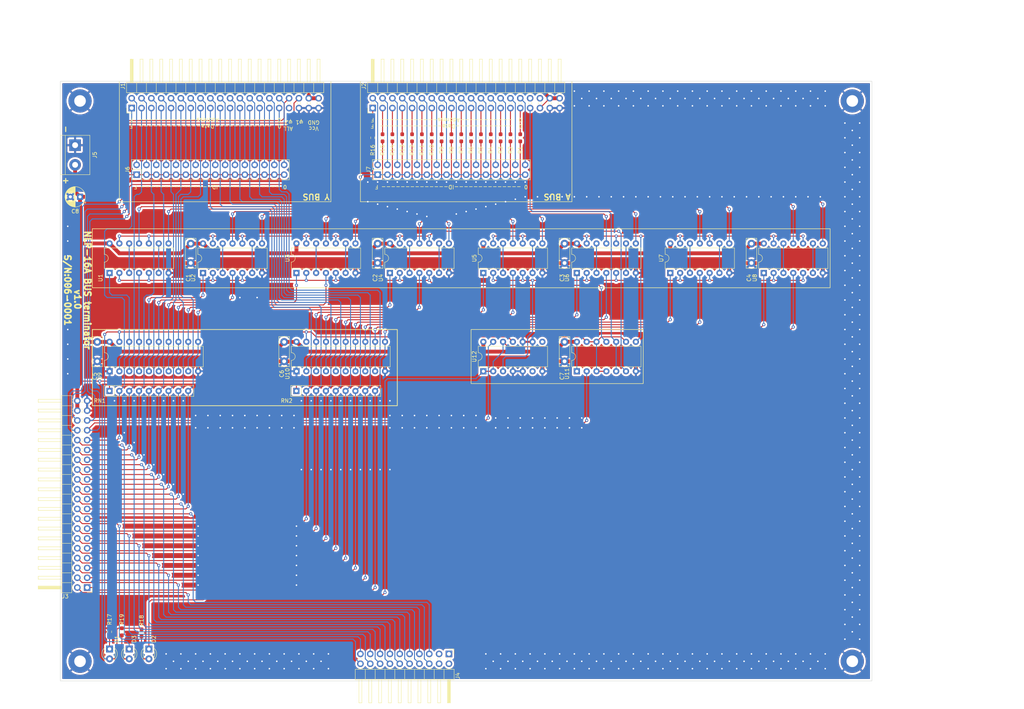
<source format=kicad_pcb>
(kicad_pcb (version 20211014) (generator pcbnew)
  (layers (0 "F.Cu" signal) (31 "B.Cu" signal) (34 "B.Paste" user) (35 "F.Paste" user) (36 "B.SilkS" user "B.Silkscreen") (37 "F.SilkS" user "F.Silkscreen") (38 "B.Mask" user) (39 "F.Mask" user) (44 "Edge.Cuts" user))
  (net 0 "")
  (net 1 "VCC")
  (net 2 "GND")
  (net 3 "Net-(D1-Pad1)")
  (net 4 "Net-(D2-Pad1)")
  (net 5 "Net-(J1-Pad2)")
  (net 6 "Net-(D3-Pad1)")
  (net 7 "Net-(J1-Pad4)")
  (net 9 "Net-(J1-Pad6)")
  (net 10 "Net-(J2-Pad1)")
  (net 11 "Net-(J1-Pad8)")
  (net 12 "Net-(J2-Pad3)")
  (net 13 "Net-(J1-Pad10)")
  (net 14 "Net-(J2-Pad5)")
  (net 15 "Net-(J1-Pad12)")
  (net 16 "Net-(J2-Pad7)")
  (net 17 "Net-(J1-Pad14)")
  (net 18 "Net-(J2-Pad9)")
  (net 19 "Net-(J1-Pad16)")
  (net 20 "Net-(J2-Pad11)")
  (net 21 "Net-(J1-Pad18)")
  (net 22 "Net-(J2-Pad13)")
  (net 23 "Net-(J1-Pad20)")
  (net 24 "Net-(J2-Pad15)")
  (net 25 "Net-(J1-Pad22)")
  (net 26 "Net-(J2-Pad17)")
  (net 27 "Net-(J1-Pad24)")
  (net 28 "Net-(J2-Pad19)")
  (net 29 "Net-(J1-Pad26)")
  (net 30 "Net-(J2-Pad21)")
  (net 31 "Net-(J1-Pad28)")
  (net 32 "Net-(J2-Pad23)")
  (net 33 "Net-(J1-Pad30)")
  (net 34 "Net-(J2-Pad25)")
  (net 35 "Net-(J1-Pad32)")
  (net 36 "Correction")
  (net 37 "Net-(J2-Pad27)")
  (net 38 "Net-(J2-Pad29)")
  (net 39 "IN15")
  (net 40 "Net-(J2-Pad2)")
  (net 41 "IN14")
  (net 42 "Net-(J2-Pad4)")
  (net 43 "IN13")
  (net 44 "Net-(J2-Pad6)")
  (net 45 "IN12")
  (net 46 "Net-(J2-Pad8)")
  (net 47 "IN11")
  (net 48 "Net-(J2-Pad10)")
  (net 49 "IN10")
  (net 50 "Net-(J2-Pad12)")
  (net 51 "IN9")
  (net 52 "Net-(J2-Pad14)")
  (net 53 "IN8")
  (net 54 "Net-(J2-Pad16)")
  (net 55 "IN7")
  (net 56 "Net-(J2-Pad18)")
  (net 57 "IN6")
  (net 58 "Net-(J2-Pad20)")
  (net 59 "IN5")
  (net 60 "Net-(J2-Pad22)")
  (net 61 "IN4")
  (net 62 "Net-(J2-Pad24)")
  (net 63 "IN3")
  (net 64 "Net-(J2-Pad26)")
  (net 65 "IN2")
  (net 66 "Net-(J2-Pad28)")
  (net 67 "IN1")
  (net 68 "Net-(J2-Pad30)")
  (net 69 "IN0")
  (net 70 "Net-(J2-Pad32)")
  (net 71 "Net-(J2-Pad31)")
  (net 72 "phi2")
  (net 73 "phi1")
  (net 74 "IO_BUS0")
  (net 75 "Address0")
  (net 76 "IO_BUS1")
  (net 77 "Address1")
  (net 78 "IO_BUS2")
  (net 79 "Address2")
  (net 80 "IO_BUS3")
  (net 81 "Address3")
  (net 82 "IO_BUS4")
  (net 83 "Address4")
  (net 84 "IO_BUS5")
  (net 85 "Address5")
  (net 86 "IO_BUS6")
  (net 87 "Address6")
  (net 88 "IO_BUS7")
  (net 89 "Address7")
  (net 90 "IO_BUS8")
  (net 91 "Address8")
  (net 92 "IO_BUS9")
  (net 93 "Address9")
  (net 94 "IO_BUS10")
  (net 95 "Address10")
  (net 96 "IO_BUS11")
  (net 97 "Address11")
  (net 98 "IO_BUS12")
  (net 99 "Address12")
  (net 100 "IO_BUS13")
  (net 101 "Address13")
  (net 102 "IO_BUS14")
  (net 103 "Address14")
  (net 104 "IO_BUS15")
  (net 105 "Address15")
  (net 106 "Y_SEL")
  (net 107 "A_SEL")
  (net 112 "OUT0")
  (net 113 "OUT1")
  (net 114 "OUT2")
  (net 115 "OUT3")
  (net 116 "OUT4")
  (net 117 "OUT5")
  (net 118 "OUT6")
  (net 119 "OUT7")
  (net 120 "OUT8")
  (net 121 "OUT9")
  (net 122 "OUT10")
  (net 123 "OUT11")
  (net 124 "OUT12")
  (net 125 "OUT13")
  (net 126 "OUT14")
  (net 127 "OUT15")
  (net 128 "Net-(U1-Pad2)")
  (net 130 "Net-(U1-Pad6)")
  (net 132 "Net-(U1-Pad12)")
  (net 133 "Net-(U2-Pad6)")
  (net 134 "Net-(U3-Pad12)")
  (net 135 "Net-(U3-Pad6)")
  (net 136 "Net-(U1-Pad10)")
  (net 137 "Net-(U4-Pad6)")
  (net 138 "Net-(U2-Pad12)")
  (net 139 "Net-(U4-Pad12)")
  (net 140 "Net-(U5-Pad6)")
  (net 141 "Net-(U12-Pad3)")
  (net 142 "Net-(U6-Pad6)")
  (net 143 "Net-(U5-Pad12)")
  (net 144 "Net-(U7-Pad6)")
  (net 145 "Net-(U6-Pad12)")
  (net 146 "Net-(U8-Pad6)")
  (net 147 "Net-(U7-Pad12)")
  (net 148 "Net-(U8-Pad12)")
  (net 151 "Net-(U11-Pad8)")
  (net 152 "Net-(D2-Pad2)")
  (net 153 "Net-(D3-Pad2)")
  (footprint "Package_DIP:DIP-14_W7.62mm" (layer "F.Cu") (at 69.215 83.82 90)
    (fp_text reference "U2")
    (fp_text value "CD74HC00")
  )
  (footprint "Resistor_SMD:R_0603_1608Metric_Pad0.98x0.95mm_HandSolder" (layer "F.Cu") (at 148.59 48.895 -90)
    (fp_text reference "R2")
    (fp_text value "22")
  )
  (footprint "Connector_PinHeader_2.54mm:PinHeader_2x16_P2.54mm_Vertical" (layer "F.Cu") (at 52.07 58.42 90)
    (fp_text reference "J6")
    (fp_text value "Conn_02x16_Odd_Even")
  )
  (footprint "Connector_PinHeader_2.54mm:PinHeader_2x16_P2.54mm_Vertical" (layer "F.Cu") (at 114.3 58.42 90)
    (fp_text reference "J7")
    (fp_text value "Conn_02x16_Odd_Even")
  )
  (footprint "Resistor_SMD:R_0603_1608Metric_Pad0.98x0.95mm_HandSolder" (layer "F.Cu") (at 128.27 48.895 -90)
    (fp_text reference "R10")
    (fp_text value "22")
  )
  (footprint "Package_DIP:DIP-14_W7.62mm" (layer "F.Cu") (at 165.735 109.22 90)
    (fp_text reference "U11")
    (fp_text value "CD74HC00")
  )
  (footprint "Resistor_SMD:R_0603_1608Metric_Pad0.98x0.95mm_HandSolder" (layer "F.Cu") (at 113.03 48.895 -90)
    (fp_text reference "R16")
    (fp_text value "22")
  )
  (footprint "Resistor_SMD:R_0603_1608Metric_Pad0.98x0.95mm_HandSolder" (layer "F.Cu") (at 143.51 48.895 -90)
    (fp_text reference "R4")
    (fp_text value "22")
  )
  (footprint "MountingHole:MountingHole_3mm_Pad" (layer "F.Cu") (at 37.465 184.15)
    (fp_text reference "H4" hide)
    (fp_text value "MountingHole_Pad")
  )
  (footprint "Resistor_SMD:R_0603_1608Metric_Pad0.98x0.95mm_HandSolder" (layer "F.Cu") (at 135.89 48.895 -90)
    (fp_text reference "R7")
    (fp_text value "22")
  )
  (footprint "Package_DIP:DIP-14_W7.62mm" (layer "F.Cu") (at 141.6 109.22 90)
    (fp_text reference "U12")
    (fp_text value "CD74HC00")
  )
  (footprint "Capacitor_THT:C_Disc_D7.5mm_W2.5mm_P5.00mm" (layer "F.Cu") (at 66.04 76.24 -90)
    (fp_text reference "C1")
    (fp_text value "C")
  )
  (footprint "TerminalBlock:TerminalBlock_bornier-2_P5.08mm" (layer "F.Cu") (at 36.195 50.8 -90)
    (fp_text reference "J5")
    (fp_text value "Screw_Terminal_01x02")
  )
  (footprint "Package_DIP:DIP-14_W7.62mm" (layer "F.Cu") (at 45.08 83.81 90)
    (fp_text reference "U1")
    (fp_text value "CD74HC00")
  )
  (footprint "Capacitor_THT:C_Disc_D7.5mm_W2.5mm_P5.00mm" (layer "F.Cu") (at 210.82 76.24 -90)
    (fp_text reference "C4")
    (fp_text value "C")
  )
  (footprint "Resistor_SMD:R_0603_1608Metric_Pad0.98x0.95mm_HandSolder" (layer "F.Cu") (at 53.34 176.8075 -90)
    (fp_text reference "R18")
    (fp_text value "R")
  )
  (footprint "Resistor_SMD:R_0603_1608Metric_Pad0.98x0.95mm_HandSolder" (layer "F.Cu") (at 130.81 48.895 -90)
    (fp_text reference "R9")
    (fp_text value "22")
  )
  (footprint "Resistor_SMD:R_0603_1608Metric_Pad0.98x0.95mm_HandSolder" (layer "F.Cu") (at 133.35 48.895 -90)
    (fp_text reference "R8")
    (fp_text value "22")
  )
  (footprint "Capacitor_THT:C_Disc_D7.5mm_W2.5mm_P5.00mm" (layer "F.Cu") (at 90.17 101.64 -90)
    (fp_text reference "C6")
    (fp_text value "C")
  )
  (footprint "LED_THT:LED_D3.0mm" (layer "F.Cu") (at 50.165 180.97 -90)
    (fp_text reference "D3")
    (fp_text value "LED")
  )
  (footprint "Resistor_SMD:R_0603_1608Metric_Pad0.98x0.95mm_HandSolder" (layer "F.Cu") (at 120.65 48.895 -90)
    (fp_text reference "R13")
    (fp_text value "22")
  )
  (footprint "Resistor_SMD:R_0603_1608Metric_Pad0.98x0.95mm_HandSolder" (layer "F.Cu") (at 151.13 48.895 -90)
    (fp_text reference "R1")
    (fp_text value "22")
  )
  (footprint "Package_DIP:DIP-20_W7.62mm" (layer "F.Cu") (at 93.35 109.21 90)
    (fp_text reference "U10")
    (fp_text value "74HCT541")
  )
  (footprint "Resistor_THT:R_Array_SIP9" (layer "F.Cu") (at 93.33 114.3)
    (fp_text reference "RN2")
    (fp_text value "R_Network08")
  )
  (footprint "Package_DIP:DIP-14_W7.62mm" (layer "F.Cu") (at 141.6 83.81 90)
    (fp_text reference "U5")
    (fp_text value "CD74HC00")
  )
  (footprint "Package_DIP:DIP-14_W7.62mm" (layer "F.Cu") (at 213.995 83.82 90)
    (fp_text reference "U8")
    (fp_text value "CD74HC00")
  )
  (footprint "Resistor_SMD:R_0603_1608Metric_Pad0.98x0.95mm_HandSolder" (layer "F.Cu") (at 48.26 176.53 -90)
    (fp_text reference "R19")
    (fp_text value "R")
  )
  (footprint "Resistor_SMD:R_0603_1608Metric_Pad0.98x0.95mm_HandSolder" (layer "F.Cu") (at 138.43 48.895 -90)
    (fp_text reference "R6")
    (fp_text value "22")
  )
  (footprint "Capacitor_THT:C_Disc_D7.5mm_W2.5mm_P5.00mm" (layer "F.Cu") (at 162.56 101.64 -90)
    (fp_text reference "C7")
    (fp_text value "C")
  )
  (footprint "Capacitor_THT:C_Disc_D7.5mm_W2.5mm_P5.00mm" (layer "F.Cu") (at 41.91 101.64 -90)
    (fp_text reference "C5")
    (fp_text value "C")
  )
  (footprint "Connector_PinHeader_2.54mm:PinHeader_2x10_P2.54mm_Horizontal" (layer "F.Cu") (at 132.715 182.245 -90)
    (fp_text reference "J4")
    (fp_text value "Conn_02x10_Odd_Even")
  )
  (footprint "Capacitor_THT:C_Disc_D7.5mm_W2.5mm_P5.00mm" (layer "F.Cu") (at 114.3 76.24 -90)
    (fp_text reference "C2")
    (fp_text value "C")
  )
  (footprint "Resistor_SMD:R_0603_1608Metric_Pad0.98x0.95mm_HandSolder" (layer "F.Cu") (at 123.19 48.895 -90)
    (fp_text reference "R12")
    (fp_text value "22")
  )
  (footprint "Resistor_SMD:R_0603_1608Metric_Pad0.98x0.95mm_HandSolder" (layer "F.Cu") (at 146.05 48.895 -90)
    (fp_text reference "R3")
    (fp_text value "22")
  )
  (footprint "Resistor_THT:R_Array_SIP9" (layer "F.Cu") (at 45.07 114.3)
    (fp_text reference "RN1")
    (fp_text value "R_Network08")
  )
  (footprint "Connector_PinHeader_2.54mm:PinHeader_2x20_P2.54mm_Horizontal" (layer "F.Cu") (at 113.035 41.21 90)
    (fp_text reference "J2")
    (fp_text value "Conn_02x20_Odd_Even")
  )
  (footprint "MountingHole:MountingHole_3mm_Pad" (layer "F.Cu") (at 236.855 184.15)
    (fp_text reference "H3" hide)
    (fp_text value "MountingHole_Pad")
  )
  (footprint "Package_DIP:DIP-14_W7.62mm" (layer "F.Cu") (at 189.86 83.81 90)
    (fp_text reference "U7")
    (fp_text value "CD74HC00")
  )
  (footprint "Resistor_SMD:R_0603_1608Metric_Pad0.98x0.95mm_HandSolder" (layer "F.Cu") (at 115.57 48.895 -90)
    (fp_text reference "R15")
    (fp_text value "22")
  )
  (footprint "Connector_PinHeader_2.54mm:PinHeader_2x20_P2.54mm_Horizontal" (layer "F.Cu") (at 50.8 41.21 90)
    (fp_text reference "J1")
    (fp_text value "Conn_02x20_Odd_Even")
  )
  (footprint "Resistor_SMD:R_0603_1608Metric_Pad0.98x0.95mm_HandSolder" (layer "F.Cu") (at 125.73 48.895 -90)
    (fp_text reference "R11")
    (fp_text value "22")
  )
  (footprint "MountingHole:MountingHole_3mm_Pad" (layer "F.Cu") (at 37.465 39.37)
    (fp_text reference "H1" hide)
    (fp_text value "MountingHole_Pad")
  )
  (footprint "Package_DIP:DIP-14_W7.62mm" (layer "F.Cu") (at 117.47 83.81 90)
    (fp_text reference "U4")
    (fp_text value "CD74HC00")
  )
  (footprint "Resistor_SMD:R_0603_1608Metric_Pad0.98x0.95mm_HandSolder" (layer "F.Cu") (at 118.11 48.895 -90)
    (fp_text reference "R14")
    (fp_text value "22")
  )
  (footprint "Resistor_SMD:R_0603_1608Metric_Pad0.98x0.95mm_HandSolder" (layer "F.Cu") (at 140.97 48.895 -90)
    (fp_text reference "R5")
    (fp_text value "22")
  )
  (footprint "Capacitor_THT:CP_Radial_D5.0mm_P2.50mm" (layer "F.Cu") (at 37.465 64.135 180)
    (fp_text reference "C8")
    (fp_text value "C_Polarized")
  )
  (footprint "Package_DIP:DIP-20_W7.62mm" (layer "F.Cu") (at 45.09 109.21 90)
    (fp_text reference "U9")
    (fp_text value "74HCT541")
  )
  (footprint "MountingHole:MountingHole_3mm_Pad" (layer "F.Cu") (at 236.855 39.37)
    (fp_text reference "H2" hide)
    (fp_text value "MountingHole_Pad")
  )
  (footprint "Connector_PinHeader_2.54mm:PinHeader_2x20_P2.54mm_Horizontal" (layer "F.Cu") (at 39.305 165.1 180)
    (fp_text reference "J3")
    (fp_text value "Conn_02x20_Odd_Even")
  )
  (footprint "Package_DIP:DIP-14_W7.62mm" (layer "F.Cu") (at 165.73 83.81 90)
    (fp_text reference "U6")
    (fp_text value "CD74HC00")
  )
  (footprint "Resistor_SMD:R_0603_1608Metric_Pad0.98x0.95mm_HandSolder" (layer "F.Cu") (at 45.085 176.53 90)
    (fp_text reference "R17")
    (fp_text value "R")
  )
  (footprint "Capacitor_THT:C_Disc_D7.5mm_W2.5mm_P5.00mm" (layer "F.Cu") (at 162.56 76.24 -90)
    (fp_text reference "C3")
    (fp_text value "C")
  )
  (footprint "Package_DIP:DIP-14_W7.62mm" (layer "F.Cu") (at 93.34 83.81 90)
    (fp_text reference "U3")
    (fp_text value "CD74HC00")
  )
  (footprint "LED_THT:LED_D3.0mm" (layer "F.Cu") (at 55.245 180.975 -90)
    (fp_text reference "D2")
    (fp_text value "LED")
  )
  (footprint "LED_THT:LED_D3.0mm" (layer "F.Cu") (at 45.085 180.97 -90)
    (fp_text reference "D1")
    (fp_text value "LED")
  )
  (gr_line (start 109.855 65.405) (end 164.465 65.405) (layer "F.SilkS") (width 0.15))
  (gr_rect (start 40.64 98.425) (end 119.38 118.11) (layer "F.SilkS") (width 0.2) (fill none))
  (gr_line (start 47.625 34.29) (end 47.625 65.405) (layer "F.SilkS") (width 0.15))
  (gr_rect (start 138.43 98.425) (end 182.88 112.395) (layer "F.SilkS") (width 0.15) (fill none))
  (gr_rect (start 40.64 72.39) (end 231.14 87.63) (layer "F.SilkS") (width 0.15) (fill none))
  (gr_line (start 102.235 65.405) (end 102.235 34.29) (layer "F.SilkS") (width 0.15))
  (gr_line (start 164.465 65.405) (end 164.465 34.29) (layer "F.SilkS") (width 0.15))
  (gr_line (start 47.625 65.405) (end 102.235 65.405) (layer "F.SilkS") (width 0.15))
  (gr_line (start 109.855 34.29) (end 109.855 65.405) (layer "F.SilkS") (width 0.15))
  (gr_rect (start 32.385 34.29) (end 241.935 189.23) (layer "Edge.Cuts") (width 0.1) (fill none))
  (gr_text "NLP-16A BUS terminator\n	v1.0 \nS/N:006-0001" (at 36.83 88.265 270) (layer "F.SilkS") (effects (font (size 1.6 1.6) (thickness 0.4))))
  (gr_text "Y BUS" (at 98.425 64.135 180) (layer "F.SilkS") (effects (font (size 1.5 1.5) (thickness 0.3))))
  (gr_text "0 --------------ID-------------- F" (at 133.35 61.595 180) (layer "F.SilkS") (effects (font (size 1 1))))
  (gr_text "+          -" (at 33.655 53.34 90) (layer "F.SilkS") (effects (font (size 1.5 1.5) (thickness 0.3))))
  (gr_text "0  ------------Data-------------  F\n0  -----------Address------------  F" (at 69.85 45.085 180) (layer "F.SilkS") (effects (font (size 1 1))))
  (gr_text "0 -------------ID--------------- F" (at 71.12 61.595 180) (layer "F.SilkS") (effects (font (size 1 1))))
  (gr_text "0  ------------Data-------------  F\n0  -----------Address------------  F" (at 132.08 45.085 180) (layer "F.SilkS") (effects (font (size 1 1))))
  (gr_text "    ALL\nφ1 φ2" (at 92.71 45.72 180) (layer "F.SilkS") (effects (font (size 1 1))))
  (gr_text "Vcc\nGND" (at 97.79 45.72 180) (layer "F.SilkS") (effects (font (size 1 1))))
  (gr_text "A BUS" (at 160.655 64.135 180) (layer "F.SilkS") (effects (font (size 1.5 1.5) (thickness 0.3))))
  (segment (start 93.345 112.395) (end 93.33 112.41) (width 0.25) (layer "F.Cu") (net 1))
  (segment (start 168.275 78.735) (end 168.275 78.74) (width 1) (layer "F.Cu") (net 1))
  (segment (start 45.08 76.19) (end 47.625 78.735) (width 1) (layer "F.Cu") (net 1))
  (segment (start 36.195 55.88) (end 36.195 62.865) (width 1) (layer "F.Cu") (net 1))
  (segment (start 41.91 101.64) (end 45.04 101.64) (width 1) (layer "F.Cu") (net 1))
  (segment (start 46.99 182.88) (end 46.99 175.895) (width 0.25) (layer "F.Cu") (net 1))
  (segment (start 90.17 101.64) (end 93.305 101.64) (width 1) (layer "F.Cu") (net 1))
  (segment (start 47.625 104.14) (end 87.67 104.14) (width 1) (layer "F.Cu") (net 1))
  (segment (start 37.465 76.19) (end 45.08 76.19) (width 1) (layer "F.Cu") (net 1))
  (segment (start 189.86 78.735) (end 189.86 76.19) (width 1) (layer "F.Cu") (net 1))
  (segment (start 165.68 76.24) (end 165.73 76.19) (width 1) (layer "F.Cu") (net 1))
  (segment (start 63.54 78.74) (end 66.04 76.24) (width 1) (layer "F.Cu") (net 1))
  (segment (start 117.42 76.24) (end 117.47 76.19) (width 1) (layer "F.Cu") (net 1))
  (segment (start 213.955 76.24) (end 213.995 76.2) (width 1) (layer "F.Cu") (net 1))
  (segment (start 47.625 78.735) (end 47.625 78.74) (width 1) (layer "F.Cu") (net 1))
  (segment (start 92.71 111.76) (end 93.345 112.395) (width 0.25) (layer "F.Cu") (net 1))
  (segment (start 36.195 62.865) (end 37.465 64.135) (width 1) (layer "F.Cu") (net 1))
  (segment (start 69.175 76.24) (end 69.215 76.2) (width 1) (layer "F.Cu") (net 1))
  (segment (start 96.52 36.83) (end 96.52 38.67) (width 1) (layer "F.Cu") (net 1))
  (segment (start 93.33 112.41) (end 93.33 114.3) (width 0.25) (layer "F.Cu") (net 1))
  (segment (start 141.6 78.735) (end 141.605 78.74) (width 1) (layer "F.Cu") (net 1))
  (segment (start 96.52 36.83) (end 156.915 36.83) (width 1) (layer "F.Cu") (net 1))
  (segment (start 111.8 78.74) (end 114.3 76.24) (width 1) (layer "F.Cu") (net 1))
  (segment (start 71.755 78.74) (end 93.345 78.74) (width 1) (layer "F.Cu") (net 1))
  (segment (start 141.6 104.135) (end 141.6 101.6) (width 1) (layer "F.Cu") (net 1))
  (segment (start 47.625 104.125) (end 47.625 104.14) (width 1) (layer "F.Cu") (net 1))
  (segment (start 117.47 76.19) (end 120.015 78.735) (width 1) (layer "F.Cu") (net 1))
  (segment (start 93.345 101.6) (end 95.885 104.14) (width 1) (layer "F.Cu") (net 1))
  (segment (start 168.275 78.74) (end 189.865 78.74) (width 1) (layer "F.Cu") (net 1))
  (segment (start 141.605 104.14) (end 141.6 104.135) (width 1) (layer "F.Cu") (net 1))
  (segment (start 189.865 78.74) (end 189.86 78.735) (width 1) (layer "F.Cu") (net 1))
  (segment (start 162.56 76.24) (end 165.68 76.24) (width 1) (layer "F.Cu") (net 1))
  (segment (start 46.99 175.895) (end 47.2675 175.6175) (width 0.25) (layer "F.Cu") (net 1))
  (segment (start 95.885 104.14) (end 141.605 104.14) (width 1) (layer "F.Cu") (net 1))
  (segment (start 45.085 111.76) (end 42.545 111.76) (width 0.25) (layer "F.Cu") (net 1))
  (segment (start 42.545 111.76) (end 37.465 111.76) (width 0.25) (layer "F.Cu") (net 1))
  (segment (start 160.06 78.74) (end 162.56 76.24) (width 1) (layer "F.Cu") (net 1))
  (segment (start 158.755 38.67) (end 161.295 38.67) (width 1) (layer "F.Cu") (net 1))
  (segment (start 37.465 112.395) (end 36.765 113.095) (width 1) (layer "F.Cu") (net 1))
  (segment (start 96.52 38.67) (end 99.06 38.67) (width 1) (layer "F.Cu") (net 1))
  (segment (start 45.09 101.59) (end 47.625 104.125) (width 1) (layer "F.Cu") (net 1))
  (segment (start 93.305 101.64) (end 93.345 101.6) (width 1) (layer "F.Cu") (net 1))
  (segment (start 45.085 183.51) (end 46.36 183.51) (width 0.25) (layer "F.Cu") (net 1))
  (segment (start 210.82 76.24) (end 213.955 76.24) (width 1) (layer "F.Cu") (net 1))
  (segment (start 120.015 78.735) (end 120.015 78.74) (width 1) (layer "F.Cu") (net 1))
  (segment (start 141.6 76.19) (end 141.6 78.735) (width 1) (layer "F.Cu") (net 1))
  (segment (start 47.625 78.74) (end 63.54 78.74) (width 1) (layer "F.Cu") (net 1))
  (segment (start 156.915 36.83) (end 158.755 38.67) (width 1) (layer "F.Cu") (net 1))
  (segment (start 45.085 111.76) (end 92.71 111.76) (width 0.25) (layer "F.Cu") (net 1))
  (segment (start 156.215 41.21) (end 158.755 38.67) (width 0.25) (layer "F.Cu") (net 1))
  (segment (start 160.02 104.14) (end 162.56 101.6) (width 1) (layer "F.Cu") (net 1))
  (segment (start 141.605 78.74) (end 160.06 78.74) (width 1) (layer "F.Cu") (net 1))
  (segment (start 208.32 78.74) (end 210.82 76.24) (width 1) (layer "F.Cu") (net 1))
  (segment (start 37.465 64.135) (end 46.355 64.135) (width 1) (layer "F.Cu") (net 1))
  (segment (start 41.91 101.64) (end 37.505 101.64) (width 1) (layer "F.Cu") (net 1))
  (segment (start 46.36 183.51) (end 46.99 182.88) (width 0.25) (layer "F.Cu") (net 1))
  (segment (start 45.07 111.775) (end 45.085 111.76) (width 0.25) (layer "F.Cu") (net 1))
  (segment (start 93.345 78.74) (end 111.8 78.74) (width 1) (layer "F.Cu") (net 1))
  (segment (start 87.67 104.14) (end 90.17 101.64) (width 1) (layer "F.Cu") (net 1))
  (segment (start 69.215 76.2) (end 71.755 78.74) (width 1) (layer "F.Cu") (net 1))
  (segment (start 120.015 78.74) (end 141.605 78.74) (width 1) (layer "F.Cu") (net 1))
  (segment (start 48.26 36.83) (end 96.52 36.83) (width 1) (layer "F.Cu") (net 1))
  (segment (start 47.2675 175.6175) (end 53.34 175.6175) (width 0.25) (layer "F.Cu") (net 1))
  (segment (start 141.605 104.14) (end 160.02 104.14) (width 1) (layer "F.Cu") (net 1))
  (segment (start 36.765 113.095) (end 36.765 119.38) (width 1) (layer "F.Cu") (net 1))
  (segment (start 114.3 76.24) (end 117.42 76.24) (width 1) (layer "F.Cu") (net 1))
  (segment (start 45.07 114.3) (end 45.07 111.775) (width 0.25) (layer "F.Cu") (net 1))
  (segment (start 46.99 38.1) (end 48.26 36.83) (width 1) (layer "F.Cu") (net 1))
  (segment (start 66.04 76.24) (end 69.175 76.24) (width 1) (layer "F.Cu") (net 1))
  (segment (start 46.355 64.135) (end 46.99 63.5) (width 1) (layer "F.Cu") (net 1))
  (segment (start 165.73 76.19) (end 168.275 78.735) (width 1) (layer "F.Cu") (net 1))
  (segment (start 46.99 63.5) (end 46.99 38.1) (width 1) (layer "F.Cu") (net 1))
  (segment (start 93.34 78.735) (end 93.345 78.74) (width 1) (layer "F.Cu") (net 1))
  (segment (start 93.34 76.19) (end 93.34 78.735) (width 1) (layer "F.Cu") (net 1))
  (segment (start 45.04 101.64) (end 45.09 101.59) (width 1) (layer "F.Cu") (net 1))
  (segment (start 37.465 64.135) (end 37.465 112.395) (width 1) (layer "F.Cu") (net 1))
  (segment (start 162.56 101.6) (end 165.735 101.6) (width 1) (layer "F.Cu") (net 1))
  (segment (start 189.865 78.74) (end 208.32 78.74) (width 1) (layer "F.Cu") (net 1))
  (via (at 42.545 111.76) (size 0.8) (drill 0.4) (layers "F.Cu" "B.Cu") (net 1))
  (segment (start 43.18 113.03) (end 43.18 182.88) (width 0.25) (layer "B.Cu") (net 1))
  (segment (start 43.18 113.03) (end 42.545 112.395) (width 0.25) (layer "B.Cu") (net 1))
  (segment (start 165.735 109.22) (end 165.735 101.6) (width 0.25) (layer "B.Cu") (net 1))
  (segment (start 43.82 183.51) (end 45.085 183.51) (width 0.25) (layer "B.Cu") (net 1))
  (segment (start 42.545 112.395) (end 42.545 111.76) (width 0.25) (layer "B.Cu") (net 1))
  (segment (start 43.18 182.88) (end 43.815 183.515) (width 0.25) (layer "B.Cu") (net 1))
  (segment (start 43.815 183.515) (end 43.82 183.51) (width 0.25) (layer "B.Cu") (net 1))
  (segment (start 67.95 106.675) (end 67.985 106.64) (width 1) (layer "F.Cu") (net 2))
  (segment (start 205.105 81.28) (end 229.235 81.28) (width 1) (layer "F.Cu") (net 2))
  (segment (start 93.345 109.22) (end 93.345 106.68) (width 0.25) (layer "F.Cu") (net 2))
  (segment (start 41.91 106.64) (end 67.985 106.64) (width 1) (layer "F.Cu") (net 2))
  (segment (start 132.71 81.285) (end 132.715 81.28) (width 1) (layer "F.Cu") (net 2))
  (segment (start 229.235 81.28) (end 229.235 83.82) (width 1) (layer "F.Cu") (net 2))
  (segment (start 156.84 83.81) (end 156.84 81.285) (width 1) (layer "F.Cu") (net 2))
  (segment (start 132.71 83.81) (end 132.71 81.285) (width 1) (layer "F.Cu") (net 2))
  (segment (start 67.985 106.64) (end 93.305 106.64) (width 1) (layer "F.Cu") (net 2))
  (segment (start 93.345 106.68) (end 93.305 106.64) (width 0.25) (layer "F.Cu") (net 2))
  (segment (start 180.975 81.28) (end 205.105 81.28) (width 1) (layer "F.Cu") (net 2))
  (segment (start 156.84 81.285) (end 156.845 81.28) (width 1) (layer "F.Cu") (net 2))
  (segment (start 132.715 81.28) (end 156.845 81.28) (width 1) (layer "F.Cu") (net 2))
  (segment (start 180.97 83.81) (end 180.97 81.285) (width 1) (layer "F.Cu") (net 2))
  (segment (start 180.97 81.285) (end 180.975 81.28) (width 1) (layer "F.Cu") (net 2))
  (segment (start 84.455 81.28) (end 108.585 81.28) (width 1) (layer "F.Cu") (net 2))
  (segment (start 108.58 81.285) (end 108.585 81.28) (width 1) (layer "F.Cu") (net 2))
  (segment (start 108.585 81.28) (end 132.715 81.28) (width 1) (layer "F.Cu") (net 2))
  (segment (start 116.245 106.64) (end 156.885 106.64) (width 1) (layer "F.Cu") (net 2))
  (segment (start 60.32 83.81) (end 60.32 81.92) (width 1) (layer "F.Cu") (net 2))
  (segment (start 67.95 109.21) (end 67.95 106.675) (width 1) (layer "F.Cu") (net 2))
  (segment (start 156.84 109.22) (end 156.84 106.685) (width 1) (layer "F.Cu") (net 2))
  (segment (start 156.885 106.64) (end 180.935 106.64) (width 1) (layer "F.Cu") (net 2))
  (segment (start 108.58 83.81) (end 108.58 81.285) (width 1) (layer "F.Cu") (net 2))
  (segment (start 156.84 106.685) (end 156.885 106.64) (width 1) (layer "F.Cu") (net 2))
  (segment (start 205.1 81.285) (end 205.105 81.28) (width 1) (layer "F.Cu") (net 2))
  (segment (start 205.1 83.81) (end 205.1 81.285) (width 1) (layer "F.Cu") (net 2))
  (segment (start 60.96 81.28) (end 84.455 81.28) (width 1) (layer "F.Cu") (net 2))
  (segment (start 93.305 106.64) (end 116.245 106.64) (width 1) (layer "F.Cu") (net 2))
  (segment (start 180.935 106.64) (end 180.975 106.68) (width 1) (layer "F.Cu") (net 2))
  (segment (start 180.975 106.68) (end 180.975 109.22) (width 1) (layer "F.Cu") (net 2))
  (segment (start 60.32 81.92) (end 60.96 81.28) (width 1) (layer "F.Cu") (net 2))
  (segment (start 116.205 109.22) (end 116.205 106.68) (width 1) (layer "F.Cu") (net 2))
  (segment (start 116.205 106.68) (end 116.245 106.64) (width 1) (layer "F.Cu") (net 2))
  (segment (start 84.455 83.82) (end 84.455 81.28) (width 1) (layer "F.Cu") (net 2))
  (segment (start 156.845 81.28) (end 180.975 81.28) (width 1) (layer "F.Cu") (net 2))
  (via (at 218.44 182.245) (size 0.8) (drill 0.4) (layers "F.Cu" "B.Cu") (net 2))
  (via (at 236.855 119.38) (size 0.8) (drill 0.4) (layers "F.Cu" "B.Cu") (net 2))
  (via (at 168.91 36.83) (size 0.8) (drill 0.4) (layers "F.Cu" "B.Cu") (net 2))
  (via (at 234.95 75.565) (size 0.8) (drill 0.4) (layers "F.Cu" "B.Cu") (net 2))
  (via (at 187.96 182.245) (size 0.8) (drill 0.4) (layers "F.Cu" "B.Cu") (net 2))
  (via (at 182.245 38.735) (size 0.8) (drill 0.4) (layers "F.Cu" "B.Cu") (net 2))
  (via (at 34.29 109.855) (size 0.8) (drill 0.4) (layers "F.Cu" "B.Cu") (net 2))
  (via (at 67.31 123.825) (size 0.8) (drill 0.4) (layers "F.Cu" "B.Cu") (net 2))
  (via (at 238.76 125.095) (size 0.8) (drill 0.4) (layers "F.Cu" "B.Cu") (net 2))
  (via (at 149.86 186.055) (size 0.8) (drill 0.4) (layers "F.Cu" "B.Cu") (net 2))
  (via (at 184.15 182.245) (size 0.8) (drill 0.4) (layers "F.Cu" "B.Cu") (net 2))
  (via (at 210.82 186.055) (size 0.8) (drill 0.4) (layers "F.Cu" "B.Cu") (net 2))
  (via (at 111.76 65.405) (size 0.8) (drill 0.4) (layers "F.Cu" "B.Cu") (net 2))
  (via (at 34.29 86.995) (size 0.8) (drill 0.4) (layers "F.Cu" "B.Cu") (net 2))
  (via (at 121.92 67.945) (size 0.8) (drill 0.4) (layers "F.Cu" "B.Cu") (net 2))
  (via (at 236.855 85.09) (size 0.8) (drill 0.4) (layers "F.Cu" "B.Cu") (net 2))
  (via (at 234.95 79.375) (size 0.8) (drill 0.4) (layers "F.Cu" "B.Cu") (net 2))
  (via (at 222.25 182.245) (size 0.8) (drill 0.4) (layers "F.Cu" "B.Cu") (net 2))
  (via (at 184.15 64.135) (size 0.8) (drill 0.4) (layers "F.Cu" "B.Cu") (net 2))
  (via (at 219.075 64.135) (size 0.8) (drill 0.4) (layers "F.Cu" "B.Cu") (net 2))
  (via (at 234.95 136.525) (size 0.8) (drill 0.4) (layers "F.Cu" "B.Cu") (net 2))
  (via (at 200.025 64.135) (size 0.8) (drill 0.4) (layers "F.Cu" "B.Cu") (net 2))
  (via (at 139.7 67.31) (size 0.8) (drill 0.4) (layers "F.Cu" "B.Cu") (net 2))
  (via (at 234.95 140.335) (size 0.8) (drill 0.4) (layers "F.Cu" "B.Cu") (net 2))
  (via (at 92.71 123.825) (size 0.8) (drill 0.4) (layers "F.Cu" "B.Cu") (net 2))
  (via (at 236.855 115.57) (size 0.8) (drill 0.4) (layers "F.Cu" "B.Cu") (net 2))
  (via (at 78.74 186.055) (size 0.8) (drill 0.4) (layers "F.Cu" "B.Cu") (net 2))
  (via (at 67.945 156.845) (size 0.8) (drill 0.4) (layers "F.Cu" "B.Cu") (net 2))
  (via (at 199.39 36.83) (size 0.8) (drill 0.4) (layers "F.Cu" "B.Cu") (net 2))
  (via (at 168.91 182.245) (size 0.8) (drill 0.4) (layers "F.Cu" "B.Cu") (net 2))
  (via (at 236.855 77.47) (size 0.8) (drill 0.4) (layers "F.Cu" "B.Cu") (net 2))
  (via (at 117.475 123.825) (size 0.8) (drill 0.4) (layers "F.Cu" "B.Cu") (net 2))
  (via (at 212.725 64.135) (size 0.8) (drill 0.4) (layers "F.Cu" "B.Cu") (net 2))
  (via (at 226.06 186.055) (size 0.8) (drill 0.4) (layers "F.Cu" "B.Cu") (net 2))
  (via (at 74.93 186.055) (size 0.8) (drill 0.4) (layers "F.Cu" "B.Cu") (net 2))
  (via (at 137.16 60.325) (size 0.8) (drill 0.4) (layers "F.Cu" "B.Cu") (net 2))
  (via (at 80.645 184.15) (size 0.8) (drill 0.4) (layers "F.Cu" "B.Cu") (net 2))
  (via (at 67.945 151.765) (size 0.8) (drill 0.4) (layers "F.Cu" "B.Cu") (net 2))
  (via (at 238.76 52.705) (size 0.8) (drill 0.4) (layers "F.Cu" "B.Cu") (net 2))
  (via (at 193.675 64.135) (size 0.8) (drill 0.4) (layers "F.Cu" "B.Cu") (net 2))
  (via (at 34.29 75.565) (size 0.8) (drill 0.4) (layers "F.Cu" "B.Cu") (net 2))
  (via (at 144.78 123.825) (size 0.8) (drill 0.4) (layers "F.Cu" "B.Cu") (net 2))
  (via (at 97.155 116.84) (size 0.8) (drill 0.4) (layers "F.Cu" "B.Cu") (net 2))
  (via (at 34.29 98.425) (size 0.8) (drill 0.4) (layers "F.Cu" "B.Cu") (net 2))
  (via (at 61.595 184.15) (size 0.8) (drill 0.4) (layers "F.Cu" "B.Cu") (net 2))
  (via (at 197.485 38.735) (size 0.8) (drill 0.4) (layers "F.Cu" "B.Cu") (net 2))
  (via (at 197.485 184.15) (size 0.8) (drill 0.4) (layers "F.Cu" "B.Cu") (net 2))
  (via (at 104.775 116.84) (size 0.8) (drill 0.4) (layers "F.Cu" "B.Cu") (net 2))
  (via (at 209.55 64.135) (size 0.8) (drill 0.4) (layers "F.Cu" "B.Cu") (net 2))
  (via (at 142.24 60.325) (size 0.8) (drill 0.4) (layers "F.Cu" "B.Cu") (net 2))
  (via (at 136.525 120.65) (size 0.8) (drill 0.4) (layers "F.Cu" "B.Cu") (net 2))
  (via (at 67.31 182.245) (size 0.8) (drill 0.4) (layers "F.Cu" "B.Cu") (net 2))
  (via (at 76.835 120.65) (size 0.8) (drill 0.4) (layers "F.Cu" "B.Cu") (net 2))
  (via (at 97.155 134.62) (size 0.8) (drill 0.4) (layers "F.Cu" "B.Cu") (net 2))
  (via (at 174.625 38.735) (size 0.8) (drill 0.4) (layers "F.Cu" "B.Cu") (net 2))
  (via (at 236.855 146.05) (size 0.8) (drill 0.4) (layers "F.Cu" "B.Cu") (net 2))
  (via (at 63.5 182.245) (size 0.8) (drill 0.4) (layers "F.Cu" "B.Cu") (net 2))
  (via (at 70.485 120.65) (size 0.8) (drill 0.4) (layers "F.Cu" "B.Cu") (net 2))
  (via (at 234.95 83.185) (size 0.8) (drill 0.4) (layers "F.Cu" "B.Cu") (net 2))
  (via (at 76.835 123.825) (size 0.8) (drill 0.4) (layers "F.Cu" "B.Cu") (net 2))
  (via (at 157.48 123.825) (size 0.8) (drill 0.4) (layers "F.Cu" "B.Cu") (net 2))
  (via (at 184.15 36.83) (size 0.8) (drill 0.4) (layers "F.Cu" "B.Cu") (net 2))
  (via (at 73.66 123.825) (size 0.8) (drill 0.4) (layers "F.Cu" "B.Cu") (net 2))
  (via (at 238.76 140.335) (size 0.8) (drill 0.4) (layers "F.Cu" "B.Cu") (net 2))
  (via (at 236.855 92.71) (size 0.8) (drill 0.4) (layers "F.Cu" "B.Cu") (net 2))
  (via (at 82.55 186.055) (size 0.8) (drill 0.4) (layers "F.Cu" "B.Cu") (net 2))
  (via (at 168.91 186.055) (size 0.8) (drill 0.4) (layers "F.Cu" "B.Cu") (net 2))
  (via (at 93.345 161.925) (size 0.8) (drill 0.4) (layers "F.Cu" "B.Cu") (net 2))
  (via (at 165.1 40.64) (size 0.8) (drill 0.4) (layers "F.Cu" "B.Cu") (net 2))
  (via (at 124.46 68.58) (size 0.8) (drill 0.4) (layers "F.Cu" "B.Cu") (net 2))
  (via (at 65.405 184.15) (size 0.8) (drill 0.4) (layers "F.Cu" "B.Cu") (net 2))
  (via (at 187.325 64.135) (size 0.8) (drill 0.4) (layers "F.Cu" "B.Cu") (net 2))
  (via (at 238.76 90.805) (size 0.8) (drill 0.4) (layers "F.Cu" "B.Cu") (net 2))
  (via (at 139.7 123.825) (size 0.8) (drill 0.4) (layers "F.Cu" "B.Cu") (net 2))
  (via (at 214.63 40.64) (size 0.8) (drill 0.4) (layers "F.Cu" "B.Cu") (net 2))
  (via (at 234.95 56.515) (size 0.8) (drill 0.4) (layers "F.Cu" "B.Cu") (net 2))
  (via (at 224.155 184.15) (size 0.8) (drill 0.4) (layers "F.Cu" "B.Cu") (net 2))
  (via (at 234.95 128.905) (size 0.8) (drill 0.4) (layers "F.Cu" "B.Cu") (net 2))
  (via (at 161.29 182.245) (size 0.8) (drill 0.4) (layers "F.Cu" "B.Cu") (net 2))
  (via (at 157.48 121.285) (size 0.8) (drill 0.4) (layers "F.Cu" "B.Cu") (net 2))
  (via (at 234.95 178.435) (size 0.8) (drill 0.4) (layers "F.Cu" "B.Cu") (net 2))
  (via (at 117.475 134.62) (size 0.8) (drill 0.4) (layers "F.Cu" "B.Cu") (net 2))
  (via (at 236.855 81.28) (size 0.8) (drill 0.4) (layers "F.Cu" "B.Cu") (net 2))
  (via (at 236.855 100.33) (size 0.8) (drill 0.4) (layers "F.Cu" "B.Cu") (net 2))
  (via (at 78.74 90.17) (size 0.8) (drill 0.4) (layers "F.Cu" "B.Cu") (net 2))
  (via (at 127 120.65) (size 0.8) (drill 0.4) (layers "F.Cu" "B.Cu") (net 2))
  (via (at 238.76 106.045) (size 0.8) (drill 0.4) (layers "F.Cu" "B.Cu") (net 2))
  (via (at 69.215 184.15) (size 0.8) (drill 0.4) (layers "F.Cu" "B.Cu") (net 2))
  (via (at 236.855 46.99) (size 0.8) (drill 0.4) (layers "F.Cu" "B.Cu") (net 2))
  (via (at 157.48 182.245) (size 0.8) (drill 0.4) (layers "F.Cu" "B.Cu") (net 2))
  (via (at 236.855 130.81) (size 0.8) (drill 0.4) (layers "F.Cu" "B.Cu") (net 2))
  (via (at 180.975 64.135) (size 0.8) (drill 0.4) (layers "F.Cu" "B.Cu") (net 2))
  (via (at 168.91 40.64) (size 0.8) (drill 0.4) (layers "F.Cu" "B.Cu") (net 2))
  (via (at 160.655 123.825) (size 0.8) (drill 0.4) (layers "F.Cu" "B.Cu") (net 2))
  (via (at 234.95 86.995) (size 0.8) (drill 0.4) (layers "F.Cu" "B.Cu") (net 2))
  (via (at 234.95 170.815) (size 0.8) (drill 0.4) (layers "F.Cu" "B.Cu") (net 2))
  (via (at 203.2 36.83) (size 0.8) (drill 0.4) (layers "F.Cu" "B.Cu") (net 2))
  (via (at 176.53 40.64) (size 0.8) (drill 0.4) (layers "F.Cu" "B.Cu") (net 2))
  (via (at 133.35 123.825) (size 0.8) (drill 0.4) (layers "F.Cu" "B.Cu") (net 2))
  (via (at 218.44 40.64) (size 0.8) (drill 0.4) (layers "F.Cu" "B.Cu") (net 2))
  (via (at 171.45 64.135) (size 0.8) (drill 0.4) (layers "F.Cu" "B.Cu") (net 2))
  (via (at 104.775 134.62) (size 0.8) (drill 0.4) (layers "F.Cu" "B.Cu") (net 2))
  (via (at 216.535 184.15) (size 0.8) (drill 0.4) (layers "F.Cu" "B.Cu") (net 2))
  (via (at 238.76 48.895) (size 0.8) (drill 0.4) (layers "F.Cu" "B.Cu") (net 2))
  (via (at 76.835 184.15) (size 0.8) (drill 0.4) (layers "F.Cu" "B.Cu") (net 2))
  (via (at 134.62 68.58) (size 0.8) (drill 0.4) (layers "F.Cu" "B.Cu") (net 2))
  (via (at 70.485 123.825) (size 0.8) (drill 0.4) (layers "F.Cu" "B.Cu") (net 2))
  (via (at 155.575 64.135) (size 0.8) (drill 0.4) (layers "F.Cu" "B.Cu") (net 2))
  (via (at 238.76 86.995) (size 0.8) (drill 0.4) (layers "F.Cu" "B.Cu") (net 2))
  (via (at 218.44 186.055) (size 0.8) (drill 0.4) (layers "F.Cu" "B.Cu") (net 2))
  (via (at 74.93 182.245) (size 0.8) (drill 0.4) (layers "F.Cu" "B.Cu") (net 2))
  (via (at 208.915 184.15) (size 0.8) (drill 0.4) (layers "F.Cu" "B.Cu") (net 2))
  (via (at 234.95 109.855) (size 0.8) (drill 0.4) (layers "F.Cu" "B.Cu") (net 2))
  (via (at 134.62 60.325) (size 0.8) (drill 0.4) (layers "F.Cu" "B.Cu") (net 2))
  (via (at 144.78 66.04) (size 0.8) (drill 0.4) (layers "F.Cu" "B.Cu") (net 2))
  (via (at 238.76 83.185) (size 0.8) (drill 0.4) (layers "F.Cu" "B.Cu") (net 2))
  (via (at 227.965 38.735) (size 0.8) (drill 0.4) (layers "F.Cu" "B.Cu") (net 2))
  (via (at 89.535 123.825) (size 0.8) (drill 0.4) (layers "F.Cu" "B.Cu") (net 2))
  (via (at 93.345 164.465) (size 0.8) (drill 0.4) (layers "F.Cu" "B.Cu") (net 2))
  (via (at 153.67 182.245) (size 0.8) (drill 0.4) (layers "F.Cu" "B.Cu") (net 2))
  (via (at 234.95 71.755) (size 0.8) (drill 0.4) (layers "F.Cu" "B.Cu") (net 2))
  (via (at 83.185 123.825) (size 0.8) (drill 0.4) (layers "F.Cu" "B.Cu") (net 2))
  (via (at 227.965 184.15) (size 0.8) (drill 0.4) (layers "F.Cu" "B.Cu") (net 2))
  (via (at 238.76 45.085) (size 0.8) (drill 0.4) (layers "F.Cu" "B.Cu") (net 2))
  (via (at 238.76 102.235) (size 0.8) (drill 0.4) (layers "F.Cu" "B.Cu") (net 2))
  (via (at 101.6 182.245) (size 0.8) (drill 0.4) (layers "F.Cu" "B.Cu") (net 2))
  (via (at 186.055 184.15) (size 0.8) (drill 0.4) (layers "F.Cu" "B.Cu") (net 2))
  (via (at 229.87 186.055) (size 0.8) (drill 0.4) (layers "F.Cu" "B.Cu") (net 2))
  (via (at 208.915 38.735) (size 0.8) (drill 0.4) (layers "F.Cu" "B.Cu") (net 2))
  (via (at 152.4 64.135) (size 0.8) (drill 0.4) (layers "F.Cu" "B.Cu") (net 2))
  (via (at 67.945 149.225) (size 0.8) (drill 0.4) (layers "F.Cu" "B.Cu") (net 2))
  (via (at 123.825 123.825) (size 0.8) (drill 0.4) (layers "F.Cu" "B.Cu") (net 2))
  (via (at 236.855 168.91) (size 0.8) (drill 0.4) (layers "F.Cu" "B.Cu") (net 2))
  (via (at 234.95 174.625) (size 0.8) (drill 0.4) (layers "F.Cu" "B.Cu") (net 2))
  (via (at 133.35 120.65) (size 0.8) (drill 0.4) (layers "F.Cu" "B.Cu") (net 2))
  (via (at 71.12 186.055) (size 0.8) (drill 0.4) (layers "F.Cu" "B.Cu") (net 2))
  (via (at 127 123.825) (size 0.8) (drill 0.4) (layers "F.Cu" "B.Cu") (net 2))
  (via (at 163.195 184.15) (size 0.8) (drill 0.4) (layers "F.Cu" "B.Cu") (net 2))
  (via (at 157.48 186.055) (size 0.8) (drill 0.4) (layers "F.Cu" "B.Cu") (net 2))
  (via (at 146.05 186.055) (size 0.8) (drill 0.4) (layers "F.Cu" "B.Cu") (net 2))
  (via (at 222.25 40.64) (size 0.8) (drill 0.4) (layers "F.Cu" "B.Cu") (net 2))
  (via (at 203.2 186.055) (size 0.8) (drill 0.4) (layers "F.Cu" "B.Cu") (net 2))
  (via (at 63.5 186.055) (size 0.8) (drill 0.4) (layers "F.Cu" "B.Cu") (net 2))
  (via (at 210.82 182.245) (size 0.8) (drill 0.4) (layers "F.Cu" "B.Cu") (net 2))
  (via (at 59.69 186.055) (size 0.8) (drill 0.4) (layers "F.Cu" "B.Cu") (net 2))
  (via (at 212.725 38.735) (size 0.8) (drill 0.4) (layers "F.Cu" "B.Cu") (net 2))
  (via (at 93.345 151.765) (size 0.8) (drill 0.4) (layers "F.Cu" "B.Cu") (net 2))
  (via (at 124.46 60.325) (size 0.8) (drill 0.4) (layers "F.Cu" "B.Cu") (net 2))
  (via (at 48.895 116.84) (size 0.8) (drill 0.4) (layers "F.Cu" "B.Cu") (net 2))
  (via (at 182.245 184.15) (size 0.8) (drill 0.4) (layers "F.Cu" "B.Cu") (net 2))
  (via (at 193.675 184.15) (size 0.8) (drill 0.4) (layers "F.Cu" "B.Cu") (net 2))
  (via (at 203.2 64.135) (size 0.8) (drill 0.4) (layers "F.Cu" "B.Cu") (net 2))
  (via (at 234.95 98.425) (size 0.8) (drill 0.4) (layers "F.Cu" "B.Cu") (net 2))
  (via (at 238.76 144.145) (size 0.8) (drill 0.4) (layers "F.Cu" "B.Cu") (net 2))
  (via (at 238.76 79.375) (size 0.8) (drill 0.4) (layers "F.Cu" "B.Cu") (net 2))
  (via (at 114.3 66.04) (size 0.8) (drill 0.4) (layers "F.Cu" "B.Cu") (net 2))
  (via (at 114.935 116.84) (size 0.8) (drill 0.4) (layers "F.Cu" "B.Cu") (net 2))
  (via (at 144.145 184.15) (size 0.8) (drill 0.4) (layers "F.Cu" "B.Cu") (net 2))
  (via (at 234.95 159.385) (size 0.8) (drill 0.4) (layers "F.Cu" "B.Cu") (net 2))
  (via (at 220.345 38.735) (size 0.8) (drill 0.4) (layers "F.Cu" "B.Cu") (net 2))
  (via (at 165.1 182.245) (size 0.8) (drill 0.4) (layers "F.Cu" "B.Cu") (net 2))
  (via (at 82.55 182.245) (size 0.8) (drill 0.4) (layers "F.Cu" "B.Cu") (net 2))
  (via (at 92.71 120.65) (size 0.8) (drill 0.4) (layers "F.Cu" "B.Cu") (net 2))
  (via (at 236.855 149.86) (size 0.8) (drill 0.4) (layers "F.Cu" "B.Cu") (net 2))
  (via (at 109.855 134.62) (size 0.8) (drill 0.4) (layers "F.Cu" "B.Cu") (net 2))
  (via (at 234.95 102.235) (size 0.8) (drill 0.4) (layers "F.Cu" "B.Cu") (net 2))
  (via (at 226.06 182.245) (size 0.8) (drill 0.4) (layers "F.Cu" "B.Cu") (net 2))
  (via (at 226.06 40.64) (size 0.8) (drill 0.4) (layers "F.Cu" "B.Cu") (net 2))
  (via (at 67.945 164.465) (size 0.8) (drill 0.4) (layers "F.Cu" "B.Cu") (net 2))
  (via (at 165.1 36.83) (size 0.8) (drill 0.4) (layers "F.Cu" "B.Cu") (net 2))
  (via (at 116.84 66.675) (size 0.8) (drill 0.4) (layers "F.Cu" "B.Cu") (net 2))
  (via (at 151.13 121.285) (size 0.8) (drill 0.4) (layers "F.Cu" "B.Cu") (net 2))
  (via (at 73.66 120.65) (size 0.8) (drill 0.4) (layers "F.Cu" "B.Cu") (net 2))
  (via (at 119.38 67.31) (size 0.8) (drill 0.4) (layers "F.Cu" "B.Cu") (net 2))
  (via (at 234.95 121.285) (size 0.8) (drill 0.4) (layers "F.Cu" "B.Cu") (net 2))
  (via (at 234.95 155.575) (size 0.8) (drill 0.4) (layers "F.Cu" "B.Cu") (net 2))
  (via (at 93.345 149.225) (size 0.8) (drill 0.4) (layers "F.Cu" "B.Cu") (net 2))
  (via (at 234.95 163.195) (size 0.8) (drill 0.4) (layers "F.Cu" "B.Cu") (net 2))
  (via (at 84.455 184.15) (size 0.8) (drill 0.4) (layers "F.Cu" "B.Cu") (net 2))
  (via (at 51.435 127.635) (size 0.8) (drill 0.4) (layers "F.Cu" "B.Cu") (net 2))
  (via (at 167.005 184.15) (size 0.8) (drill 0.4) (layers "F.Cu" "B.Cu") (net 2))
  (via (at 234.95 48.895) (size 0.8) (drill 0.4) (layers "F.Cu" "B.Cu") (net 2))
  (via (at 64.135 116.84) (size 0.8) (drill 0.4) (layers "F.Cu" "B.Cu") (net 2))
  (via (at 119.38 60.325) (size 0.8) (drill 0.4) (layers "F.Cu" "B.Cu") (net 2))
  (via (at 34.29 90.805) (size 0.8) (drill 0.4) (layers "F.Cu" "B.Cu") (net 2))
  (via (at 234.95 106.045) (size 0.8) (drill 0.4) (layers "F.Cu" "B.Cu") (net 2))
  (via (at 207.01 40.64) (size 0.8) (drill 0.4) (layers "F.Cu" "B.Cu") (net 2))
  (via (at 117.475 116.84) (size 0.8) (drill 0.4) (layers "F.Cu" "B.Cu") (net 2))
  (via (at 199.39 40.64) (size 0.8) (drill 0.4) (layers "F.Cu" "B.Cu") (net 2))
  (via (at 222.25 64.135) (size 0.8) (drill 0.4) (layers "F.Cu" "B.Cu") (net 2))
  (via (at 238.76 159.385) (size 0.8) (drill 0.4) (layers "F.Cu" "B.Cu") (net 2))
  (via (at 195.58 36.83) (size 0.8) (drill 0.4) (layers "F.Cu" "B.Cu") (net 2))
  (via (at 123.825 120.65) (size 0.8) (drill 0.4) (layers "F.Cu" "B.Cu") (net 2))
  (via (at 130.175 123.825) (size 0.8) (drill 0.4) (layers "F.Cu" "B.Cu") (net 2))
  (via (at 177.8 64.135) (size 0.8) (drill 0.4) (layers "F.Cu" "B.Cu") (net 2))
  (via (at 127 60.325) (size 0.8) (drill 0.4) (layers "F.Cu" "B.Cu") (net 2))
  (via (at 236.855 50.8) (size 0.8) (drill 0.4) (layers "F.Cu" "B.Cu") (net 2))
  (via (at 172.72 40.64) (size 0.8) (drill 0.4) (layers "F.Cu" "B.Cu") (net 2))
  (via (at 158.75 64.135) (size 0.8) (drill 0.4) (layers "F.Cu" "B.Cu") (net 2))
  (via (at 180.34 36.83) (size 0.8) (drill 0.4) (layers "F.Cu" "B.Cu") (net 2))
  (via (at 59.055 116.84) (size 0.8) (drill 0.4) (layers "F.Cu" "B.Cu") (net 2))
  (via (at 238.76 56.515) (size 0.8) (drill 0.4) (layers "F.Cu" "B.Cu") (net 2))
  (via (at 184.15 40.64) (size 0.8) (drill 0.4) (layers "F.Cu" "B.Cu") (net 2))
  (via (at 214.63 182.245) (size 0.8) (drill 0.4) (layers "F.Cu" "B.Cu") (net 2))
  (via (at 224.155 38.735) (size 0.8) (drill 0.4) (layers "F.Cu" "B.Cu") (net 2))
  (via (at 92.075 184.15) (size 0.8) (drill 0.4) (layers "F.Cu" "B.Cu") (net 2))
  (via (at 176.53 186.055) (size 0.8) (drill 0.4) (layers "F.Cu" "B.Cu") (net 2))
  (via (at 215.9 64.135) (size 0.8) (drill 0.4) (layers "F.Cu" "B.Cu") (net 2))
  (via (at 186.055 38.735) (size 0.8) (drill 0.4) (layers "F.Cu" "B.Cu") (net 2))
  (via (at 34.29 71.755) (size 0.8) (drill 0.4) (layers "F.Cu" "B.Cu") (net 2))
  (via (at 236.855 96.52) (size 0.8) (drill 0.4) (layers "F.Cu" "B.Cu") (net 2))
  (via (at 80.01 123.825) (size 0.8) (drill 0.4) (layers "F.Cu" "B.Cu") (net 2))
  (via (at 114.3 60.325) (size 0.8) (drill 0.4) (layers "F.Cu" "B.Cu") (net 2))
  (via (at 174.625 64.135) (size 0.8) (drill 0.4) (layers "F.Cu" "B.Cu") (net 2))
  (via (at 234.95 90.805) (size 0.8) (drill 0.4) (layers "F.Cu" "B.Cu") (net 2))
  (via (at 195.58 40.64) (size 0.8) (drill 0.4) (layers "F.Cu" "B.Cu") (net 2))
  (via (at 236.855 142.24) (size 0.8) (drill 0.4) (layers "F.Cu" "B.Cu") (net 2))
  (via (at 238.76 170.815) (size 0.8) (drill 0.4) (layers "F.Cu" "B.Cu") (net 2))
  (via (at 114.935 134.62) (size 0.8) (drill 0.4) (layers "F.Cu" "B.Cu") (net 2))
  (via (at 93.345 156.845) (size 0.8) (drill 0.4) (layers "F.Cu" "B.Cu") (net 2))
  (via (at 132.08 60.325) (size 0.8) (drill 0.4) (layers "F.Cu" "B.Cu") (net 2))
  (via (at 86.36 186.055) (size 0.8) (drill 0.4) (layers "F.Cu" "B.Cu") (net 2))
  (via (at 147.32 65.405) (size 0.8) (drill 0.4) (layers "F.Cu" "B.Cu") (net 2))
  (via (at 238.76 98.425) (size 0.8) (drill 0.4) (layers "F.Cu" "B.Cu") (net 2))
  (via (at 151.13 123.825) (size 0.8) (drill 0.4) (layers "F.Cu" "B.Cu") (net 2))
  (via (at 236.855 69.85) (size 0.8) (drill 0.4) (layers "F.Cu" "B.Cu") (net 2))
  (via (at 109.855 116.84) (size 0.8) (drill 0.4) (layers "F.Cu" "B.Cu") (net 2))
  (via (at 238.76 117.475) (size 0.8) (drill 0.4) (layers "F.Cu" "B.Cu") (net 2))
  (via (at 191.77 186.055) (size 0.8) (drill 0.4) (layers "F.Cu" "B.Cu") (net 2))
  (via (at 144.78 121.285) (size 0.8) (drill 0.4) (layers "F.Cu" "B.Cu") (net 2))
  (via (at 139.7 60.325) (size 0.8) (drill 0.4) (layers "F.Cu" "B.Cu") (net 2))
  (via (at 210.82 36.83) (size 0.8) (drill 0.4) (layers "F.Cu" "B.Cu") (net 2))
  (via (at 165.1 64.135) (size 0.8) (drill 0.4) (layers "F.Cu" "B.Cu") (net 2))
  (via (at 234.95 52.705) (size 0.8) (drill 0.4) (layers "F.Cu" "B.Cu") (net 2))
  (via (at 195.58 182.245) (size 0.8) (drill 0.4) (layers "F.Cu" "B.Cu") (net 2))
  (via (at 112.395 134.62) (size 0.8) (drill 0.4) (layers "F.Cu" "B.Cu") (net 2))
  (via (at 193.675 38.735) (size 0.8) (drill 0.4) (layers "F.Cu" "B.Cu") (net 2))
  (via (at 236.855 176.53) (size 0.8) (drill 0.4) (layers "F.Cu" "B.Cu") (net 2))
  (via (at 236.855 157.48) (size 0.8) (drill 0.4) (layers "F.Cu" "B.Cu") (net 2))
  (via (at 234.95 167.005) (size 0.8) (drill 0.4) (layers "F.Cu" "B.Cu") (net 2))
  (via (at 73.025 184.15) (size 0.8) (drill 0.4) (layers "F.Cu" "B.Cu") (net 2))
  (via (at 67.945 154.305) (size 0.8) (drill 0.4) (layers "F.Cu" "B.Cu") (net 2))
  (via (at 238.76 167.005) (size 0.8) (drill 0.4) (layers "F.Cu" "B.Cu") (net 2))
  (via (at 99.695 184.15) (size 0.8) (drill 0.4) (layers "F.Cu" "B.Cu") (net 2))
  (via (at 199.39 182.245) (size 0.8) (drill 0.4) (layers "F.Cu" "B.Cu") (net 2))
  (via (at 234.95 125.095) (size 0.8) (drill 0.4) (layers "F.Cu" "B.Cu") (net 2))
  (via (at 236.855 153.67) (size 0.8) (drill 0.4) (layers "F.Cu" "B.Cu") (net 2))
  (via (at 149.86 182.245) (size 0.8) (drill 0.4) (layers "F.Cu" "B.Cu") (net 2))
  (via (at 102.235 116.84) (size 0.8) (drill 0.4) (layers "F.Cu" "B.Cu") (net 2))
  (via (at 214.63 36.83) (size 0.8) (drill 0.4) (layers "F.Cu" "B.Cu") (net 2))
  (via (at 178.435 38.735) (size 0.8) (drill 0.4) (layers "F.Cu" "B.Cu") (net 2))
  (via (at 142.24 66.675) (size 0.8) (drill 0.4) (layers "F.Cu" "B.Cu") (net 2))
  (via (at 176.53 36.83) (size 0.8) (drill 0.4) (layers "F.Cu" "B.Cu") (net 2))
  (via (at 64.135 140.97) (size 0.8) (drill 0.4) (layers "F.Cu" "B.Cu") (net 2))
  (via (at 238.76 94.615) (size 0.8) (drill 0.4) (layers "F.Cu" "B.Cu") (net 2))
  (via (at 236.855 88.9) (size 0.8) (drill 0.4) (layers "F.Cu" "B.Cu") (net 2))
  (via (at 163.83 121.285) (size 0.8) (drill 0.4) (layers "F.Cu" "B.Cu") (net 2))
  (via (at 234.95 113.665) (size 0.8) (drill 0.4) (layers "F.Cu" "B.Cu") (net 2))
  (via (at 149.86 64.77) (size 0.8) (drill 0.4) (layers "F.Cu" "B.Cu") (net 2))
  (via (at 48.895 125.095) (size 0.8) (drill 0.4) (layers "F.Cu" "B.Cu") (net 2))
  (via (at 137.16 67.945) (size 0.8) (drill 0.4) (layers "F.Cu" "B.Cu") (net 2))
  (via (at 147.955 121.285) (size 0.8) (drill 0.4) (layers "F.Cu" "B.Cu") (net 2))
  (via (at 234.95 147.955) (size 0.8) (drill 0.4) (layers "F.Cu" "B.Cu") (net 2))
  (via (at 116.84 60.325) (size 0.8) (drill 0.4) (layers "F.Cu" "B.Cu") (net 2))
  (via (at 210.82 40.64) (size 0.8) (drill 0.4) (layers "F.Cu" "B.Cu") (net 2))
  (via (at 67.31 120.65) (size 0.8) (drill 0.4) (layers "F.Cu" "B.Cu") (net 2))
  (via (at 236.855 107.95) (size 0.8) (drill 0.4) (layers "F.Cu" "B.Cu") (net 2))
  (via (at 234.95 67.945) (size 0.8) (drill 0.4) (layers "F.Cu" "B.Cu") (net 2))
  (via (at 86.36 123.825) (size 0.8) (drill 0.4) (layers "F.Cu" "B.Cu") (net 2))
  (via (at 234.95 144.145) (size 0.8) (drill 0.4) (layers "F.Cu" "B.Cu") (net 2))
  (via (at 205.105 184.15) (size 0.8) (drill 0.4) (layers "F.Cu" "B.Cu") (net 2))
  (via (at 176.53 182.245) (size 0.8) (drill 0.4) (layers "F.Cu" "B.Cu") (net 2))
  (via (at 236.855 165.1) (size 0.8) (drill 0.4) (layers "F.Cu" "B.Cu") (net 2))
  (via (at 229.87 36.83) (size 0.8) (drill 0.4) (layers "F.Cu" "B.Cu") (net 2))
  (via (at 142.24 186.055) (size 0.8) (drill 0.4) (layers "F.Cu" "B.Cu") (net 2))
  (via (at 53.975 116.84) (size 0.8) (drill 0.4) (layers "F.Cu" "B.Cu") (net 2))
  (via (at 111.76 60.325) (size 0.8) (drill 0.4) (layers "F.Cu" "B.Cu") (net 2))
  (via (at 147.32 60.325) (size 0.8) (drill 0.4) (layers "F.Cu" "B.Cu") (net 2))
  (via (at 238.76 178.435) (size 0.8) (drill 0.4) (layers "F.Cu" "B.Cu") (net 2))
  (via (at 191.77 36.83) (size 0.8) (drill 0.4) (layers "F.Cu" "B.Cu") (net 2))
  (via (at 102.235 134.62) (size 0.8) (drill 0.4) (layers "F.Cu" "B.Cu") (net 2))
  (via (at 159.385 184.15) (size 0.8) (drill 0.4) (layers "F.Cu" "B.Cu") (net 2))
  (via (at 228.6 64.135) (size 0.8) (drill 0.4) (layers "F.Cu" "B.Cu") (net 2))
  (via (at 238.76 75.565) (size 0.8) (drill 0.4) (layers "F.Cu" "B.Cu") (net 2))
  (via (at 146.05 182.245) (size 0.8) (drill 0.4) (layers "F.Cu" "B.Cu") (net 2))
  (via (at 99.695 116.84) (size 0.8) (drill 0.4) (layers "F.Cu" "B.Cu") (net 2))
  (via (at 180.34 40.64) (size 0.8) (drill 0.4) (layers "F.Cu" "B.Cu") (net 2))
  (via (at 95.885 184.15) (size 0.8) (drill 0.4) (layers "F.Cu" "B.Cu") (net 2))
  (via (at 174.625 184.15) (size 0.8) (drill 0.4) (layers "F.Cu" "B.Cu") (net 2))
  (via (at 34.29 106.045) (size 0.8) (drill 0.4) (layers "F.Cu" "B.Cu") (net 2))
  (via (at 34.29 83.185) (size 0.8) (drill 0.4) (layers "F.Cu" "B.Cu") (net 2))
  (via (at 234.95 60.325) (size 0.8) (drill 0.4) (layers "F.Cu" "B.Cu") (net 2))
  (via (at 234.95 64.135) (size 0.8) (drill 0.4) (layers "F.Cu" "B.Cu") (net 2))
  (via (at 238.76 64.135) (size 0.8) (drill 0.4) (layers "F.Cu" "B.Cu") (net 2))
  (via (at 238.76 67.945) (size 0.8) (drill 0.4) (layers "F.Cu" "B.Cu") (net 2))
  (via (at 236.855 111.76) (size 0.8) (drill 0.4) (layers "F.Cu" "B.Cu") (net 2))
  (via (at 94.615 116.84) (size 0.8) (drill 0.4) (layers "F.Cu" "B.Cu") (net 2))
  (via (at 236.855 66.04) (size 0.8) (drill 0.4) (layers "F.Cu" "B.Cu") (net 2))
  (via (at 238.76 136.525) (size 0.8) (drill 0.4) (layers "F.Cu" "B.Cu") (net 2))
  (via (at 107.315 134.62) (size 0.8) (drill 0.4) (layers "F.Cu" "B.Cu") (net 2))
  (via (at 93.98 186.055) (size 0.8) (drill 0.4) (layers "F.Cu" "B.Cu") (net 2))
  (via (at 172.72 182.245) (size 0.8) (drill 0.4) (layers "F.Cu" "B.Cu") (net 2))
  (via (at 107.315 116.84) (size 0.8) (drill 0.4) (layers "F.Cu" "B.Cu") (net 2))
  (via (at 160.655 121.285) (size 0.8) (drill 0.4) (layers "F.Cu" "B.Cu") (net 2))
  (via (at 83.185 120.65) (size 0.8) (drill 0.4) (layers "F.Cu" "B.Cu") (net 2))
  (via (at 67.945 161.925) (size 0.8) (drill 0.4) (layers "F.Cu" "B.Cu") (net 2))
  (via (at 61.595 116.84) (size 0.8) (drill 0.4) (layers "F.Cu" "B.Cu") (net 2))
  (via (at 203.2 182.245) (size 0.8) (drill 0.4) (layers "F.Cu" "B.Cu") (net 2))
  (via (at 229.87 182.245) (size 0.8) (drill 0.4) (layers "F.Cu" "B.Cu") (net 2))
  (via (at 34.29 94.615) (size 0.8) (drill 0.4) (layers "F.Cu" "B.Cu") (net 2))
  (via (at 199.39 186.055) (size 0.8) (drill 0.4) (layers "F.Cu" "B.Cu") (net 2))
  (via (at 34.29 79.375) (size 0.8) (drill 0.4) (layers "F.Cu" "B.Cu") (net 2))
  (via (at 59.69 182.245) (size 0.8) (drill 0.4) (layers "F.Cu" "B.Cu") (net 2))
  (via (at 167.005 123.825) (size 0.8) (drill 0.4) (layers "F.Cu" "B.Cu") (net 2))
  (via (at 170.815 38.735) (size 0.8) (drill 0.4) (layers "F.Cu" "B.Cu") (net 2))
  (via (at 56.515 133.35) (size 0.8) (drill 0.4) (layers "F.Cu" "B.Cu") (net 2))
  (via (at 238.76 71.755) (size 0.8) (drill 0.4) (layers "F.Cu" "B.Cu") (net 2))
  (via (at 206.375 64.135) (size 0.8) (drill 0.4) (layers "F.Cu" "B.Cu") (net 2))
  (via (at 155.575 184.15) (size 0.8) (drill 0.4) (layers "F.Cu" "B.Cu") (net 2))
  (via (at 153.67 186.055) (size 0.8) (drill 0.4) (layers "F.Cu" "B.Cu") (net 2))
  (via (at 234.95 151.765) (size 0.8) (drill 0.4) (layers "F.Cu" "B.Cu") (net 2))
  (via (at 93.98 182.245) (size 0.8) (drill 0.4) (layers "F.Cu" "B.Cu") (net 2))
  (via (at 165.1 186.055) (size 0.8) (drill 0.4) (layers "F.Cu" "B.Cu") (net 2))
  (via (at 147.955 184.15) (size 0.8) (drill 0.4) (layers "F.Cu" "B.Cu") (net 2))
  (via (at 130.175 120.65) (size 0.8) (drill 0.4) (layers "F.Cu" "B.Cu") (net 2))
  (via (at 187.96 36.83) (size 0.8) (drill 0.4) (layers "F.Cu" "B.Cu") (net 2))
  (via (at 142.24 182.245) (size 0.8) (drill 0.4) (layers "F.Cu" "B.Cu") (net 2))
  (via (at 117.475 120.65) (size 0.8) (drill 0.4) (layers "F.Cu" "B.Cu") (net 2))
  (via (at 236.855 62.23) (size 0.8) (drill 0.4) (layers "F.Cu" "B.Cu") (net 2))
  (via (at 144.78 60.325) (size 0.8) (drill 0.4) (layers "F.Cu" "B.Cu") (net 2))
  (via (at 238.76 151.765) (size 0.8) (drill 0.4) (layers "F.Cu" "B.Cu") (net 2))
  (via (at 190.5 64.135) (size 0.8) (drill 0.4) (layers "F.Cu" "B.Cu") (net 2))
  (via (at 154.305 123.825) (size 0.8) (drill 0.4) (layers "F.Cu" "B.Cu") (net 2))
  (via (at 161.29 186.055) (size 0.8) (drill 0.4) (layers "F.Cu" "B.Cu") (net 2))
  (via (at 187.96 40.64) (size 0.8) (drill 0.4) (layers "F.Cu" "B.Cu") (net 2))
  (via (at 236.855 123.19) (size 0.8) (drill 0.4) (layers "F.Cu" "B.Cu") (net 2))
  (via (at 180.34 182.245) (size 0.8) (drill 0.4) (layers "F.Cu" "B.Cu") (net 2))
  (via (at 56.515 116.84) (size 0.8) (drill 0.4) (layers "F.Cu" "B.Cu") (net 2))
  (via (at 90.17 182.245) (size 0.8) (drill 0.4) (layers "F.Cu" "B.Cu") (net 2))
  (via (at 83.185 90.17) (size 0.8) (drill 0.4) (layers "F.Cu" "B.Cu") (net 2))
  (via (at 191.77 182.245) (size 0.8) (drill 0.4) (layers "F.Cu" "B.Cu") (net 2))
  (via (at 168.275 64.135) (size 0.8) (drill 0.4) (layers "F.Cu" "B.Cu") (net 2))
  (via (at 238.76 109.855) (size 0.8) (drill 0.4) (layers "F.Cu" "B.Cu") (net 2))
  (via (at 53.975 130.81) (size 0.8) (drill 0.4) (layers "F.Cu" "B.Cu") (net 2))
  (via (at 207.01 186.055) (size 0.8) (drill 0.4) (layers "F.Cu" "B.Cu") (net 2))
  (via (at 97.79 182.245) (size 0.8) (drill 0.4) (layers "F.Cu" "B.Cu") (net 2))
  (via (at 139.7 120.65) (size 0.8) (drill 0.4) (layers "F.Cu" "B.Cu") (net 2))
  (via (at 147.955 123.825) (size 0.8) (drill 0.4) (layers "F.Cu" "B.Cu") (net 2))
  (via (at 46.355 116.84) (size 0.8) (drill 0.4) (layers "F.Cu" "B.Cu") (net 2))
  (via (at 236.855 161.29) (size 0.8) (drill 0.4) (layers "F.Cu" "B.Cu") (net 2))
  (via (at 67.31 186.055) (size 0.8) (drill 0.4) (layers "F.Cu" "B.Cu") (net 2))
  (via (at 234.95 117.475) (size 0.8) (drill 0.4) (layers "F.Cu" "B.Cu") (net 2))
  (via (at 236.855 73.66) (size 0.8) (drill 0.4) (layers "F.Cu" "B.Cu") (net 2))
  (via (at 154.305 121.285) (size 0.8) (drill 0.4) (layers "F.Cu" "B.Cu") (net 2))
  (via (at 226.06 36.83) (size 0.8) (drill 0.4) (layers "F.Cu" "B.Cu") (net 2))
  (via (at 196.85 64.135) (size 0.8) (drill 0.4) (layers "F.Cu" "B.Cu") (net 2))
  (via (at 205.105 38.735) (size 0.8) (drill 0.4) (layers "F.Cu" "B.Cu") (net 2))
  (via (at 121.92 60.325) (size 0.8) (drill 0.4) (layers "F.Cu" "B.Cu") (net 2))
  (via (at 170.815 184.15) (size 0.8) (drill 0.4) (layers "F.Cu" "B.Cu") (net 2))
  (via (at 161.925 64.135) (size 0.8) (drill 0.4) (layers "F.Cu" "B.Cu") (net 2))
  (via (at 207.01 182.245) (size 0.8) (drill 0.4) (layers "F.Cu" "B.Cu") (net 2))
  (via (at 86.36 120.65) (size 0.8) (drill 0.4) (layers "F.Cu" "B.Cu") (net 2))
  (via (at 178.435 184.15) (size 0.8) (drill 0.4) (layers "F.Cu" "B.Cu") (net 2))
  (via (at 163.83 123.825) (size 0.8) (drill 0.4) (layers "F.Cu" "B.Cu") (net 2))
  (via (at 238.76 163.195) (size 0.8) (drill 0.4) (layers "F.Cu" "B.Cu") (net 2))
  (via (at 120.65 120.65) (size 0.8) (drill 0.4) (layers "F.Cu" "B.Cu") (net 2))
  (via (at 201.295 184.15) (size 0.8) (drill 0.4) (layers "F.Cu" "B.Cu") (net 2))
  (via (at 236.855 104.14) (size 0.8) (drill 0.4) (layers "F.Cu" "B.Cu") (net 2))
  (via (at 191.77 40.64) (size 0.8) (drill 0.4) (layers "F.Cu" "B.Cu") (net 2))
  (via (at 78.74 182.245) (size 0.8) (drill 0.4) (layers "F.Cu" "B.Cu") (net 2))
  (via (at 238.76 132.715) (size 0.8) (drill 0.4) (layers "F.Cu" "B.Cu") (net 2))
  (via (at 172.72 186.055) (size 0.8) (drill 0.4) (layers "F.Cu" "B.Cu") (net 2))
  (via (at 229.87 40.64) (size 0.8) (drill 0.4) (layers "F.Cu" "B.Cu") (net 2))
  (via (at 101.6 186.055) (size 0.8) (drill 0.4) (layers "F.Cu" "B.Cu") (net 2))
  (via (at 216.535 38.735) (size 0.8) (drill 0.4) (layers "F.Cu" "B.Cu") (net 2))
  (via (at 236.855 172.72) (size 0.8) (drill 0.4) (layers "F.Cu" "B.Cu") (net 2))
  (via (at 234.95 132.715) (size 0.8) (drill 0.4) (layers "F.Cu" "B.Cu") (net 2))
  (via (at 167.005 121.285) (size 0.8) (drill 0.4) (layers "F.Cu" "B.Cu") (net 2))
  (via (at 238.76 147.955) (size 0.8) (drill 0.4) (layers "F.Cu" "B.Cu") (net 2))
  (via (at 80.01 120.65) (size 0.8) (drill 0.4) (layers "F.Cu" "B.Cu") (net 2))
  (via (at 151.765 184.15) (size 0.8) (drill 0.4) (layers "F.Cu" "B.Cu") (net 2))
  (via (at 222.25 186.055) (size 0.8) (drill 0.4) (layers "F.Cu" "B.Cu") (net 2))
  (via (at 149.86 60.325) (size 0.8) (drill 0.4) (layers "F.Cu" "B.Cu") (net 2))
  (via (at 89.535 120.65) (size 0.8) (drill 0.4) (layers "F.Cu" "B.Cu") (net 2))
  (via (at 51.435 116.84) (size 0.8) (drill 0.4) (layers "F.Cu" "B.Cu") (net 2))
  (via (at 234.95 45.085) (size 0.8) (drill 0.4) (layers "F.Cu" "B.Cu") (net 2))
  (via (at 234.95 94.615) (size 0.8) (drill 0.4) (layers "F.Cu" "B.Cu") (net 2))
  (via (at 238.76 128.905) (size 0.8) (drill 0.4) (layers "F.Cu" "B.Cu") (net 2))
  (via (at 238.76 155.575) (size 0.8) (drill 0.4) (layers "F.Cu" "B.Cu") (net 2))
  (via (at 187.96 186.055) (size 0.8) (drill 0.4) (layers "F.Cu" "B.Cu") (net 2))
  (via (at 203.2 40.64) (size 0.8) (drill 0.4) (layers "F.Cu" "B.Cu") (net 2))
  (via (at 222.25 36.83) (size 0.8) (drill 0.4) (layers "F.Cu" "B.Cu") (net 2))
  (via (at 180.34 186.055) (size 0.8) (drill 0.4) (layers "F.Cu" "B.Cu") (net 2))
  (via (at 93.345 159.385) (size 0.8) (drill 0.4) (layers "F.Cu" "B.Cu") (net 2))
  (via (at 172.72 36.83) (size 0.8) (drill 0.4) (layers "F.Cu" "B.Cu") (net 2))
  (via (at 136.525 123.825) (size 0.8) (drill 0.4) (layers "F.Cu" "B.Cu") (net 2))
  (via (at 236.855 58.42) (size 0.8) (drill 0.4) (layers "F.Cu" "B.Cu") (net 2))
  (via (at 88.265 184.15) (size 0.8) (drill 0.4) (layers "F.Cu" "B.Cu") (net 2))
  (via (at 225.425 64.135) (size 0.8) (drill 0.4) (layers "F.Cu" "B.Cu") (net 2))
  (via (at 220.345 184.15) (size 0.8) (drill 0.4) (layers "F.Cu" "B.Cu") (net 2))
  (via (at 238.76 121.285) (size 0.8) (drill 0.4) (layers "F.Cu" "B.Cu") (net 2))
  (via (at 34.29 102.235) (size 0.8) (drill 0.4) (layers "F.Cu" "B.Cu") (net 2))
  (via (at 93.345 154.305) (size 0.8) (drill 0.4) (layers "F.Cu" "B.Cu") (net 2))
  (via (at 86.36 182.245) (size 0.8) (drill 0.4) (layers "F.Cu" "B.Cu") (net 2))
  (via (at 152.4 60.325) (size 0.8) (drill 0.4) (layers "F.Cu" "B.Cu") (net 2))
  (via (at 212.725 184.15) (size 0.8) (drill 0.4) (layers "F.Cu" "B.Cu") (net 2))
  (via (at 184.15 186.055) (size 0.8) (drill 0.4) (layers "F.Cu" "B.Cu") (net 2))
  (via (at 236.855 127) (size 0.8) (drill 0.4) (layers "F.Cu" "B.Cu") (net 2))
  (via (at 214.63 186.055) (size 0.8) (drill 0.4) (layers "F.Cu" "B.Cu") (net 2))
  (via (at 127 69.215) (size 0.8) (drill 0.4) (layers "F.Cu" "B.Cu") (net 2))
  (via (at 238.76 113.665) (size 0.8) (drill 0.4) (layers "F.Cu" "B.Cu") (net 2))
  (via (at 201.295 38.735) (size 0.8) (drill 0.4) (layers "F.Cu" "B.Cu") (net 2))
  (via (at 207.01 36.83) (size 0.8) (drill 0.4) (layers "F.Cu" "B.Cu") (net 2))
  (via (at 94.615 134.62) (size 0.8) (drill 0.4) (layers "F.Cu" "B.Cu") (net 2))
  (via (at 238.76 174.625) (size 0.8) (drill 0.4) (layers "F.Cu" "B.Cu") (net 2))
  (via (at 236.855 138.43) (size 0.8) (drill 0.4) (layers "F.Cu" "B.Cu") (net 2))
  (via (at 238.76 60.325) (size 0.8) (drill 0.4) (layers "F.Cu" "B.Cu") (net 2))
  (via (at 189.865 184.15) (size 0.8) (drill 0.4) (layers "F.Cu" "B.Cu") (net 2))
  (via (at 236.855 134.62) (size 0.8) (drill 0.4) (layers "F.Cu" "B.Cu") (net 2))
  (via (at 218.44 36.83) (size 0.8) (drill 0.4) (layers "F.Cu" "B.Cu") (net 2))
  (via (at 71.12 182.245) (size 0.8) (drill 0.4) (layers "F.Cu" "B.Cu") (net 2))
  (via (at 195.58 186.055) (size 0.8) (drill 0.4) (layers "F.Cu" "B.Cu") (net 2))
  (via (at 189.865 38.735) (size 0.8) (drill 0.4) (layers "F.Cu" "B.Cu") (net 2))
  (via (at 236.855 54.61) (size 0.8) (drill 0.4) (layers "F.Cu" "B.Cu") (net 2))
  (via (at 97.79 186.055) (size 0.8) (drill 0.4) (layers "F.Cu" "B.Cu") (net 2))
  (via (at 90.17 186.055) (size 0.8) (drill 0.4) (layers "F.Cu" "B.Cu") (net 2))
  (via (at 67.945 159.385) (size 0.8) (drill 0.4) (layers "F.Cu" "B.Cu") (net 2))
  (via (at 59.055 135.89) (size 0.8) (drill 0.4) (layers "F.Cu" "B.Cu") (net 2))
  (via (at 112.395 116.84) (size 0.8) (drill 0.4) (layers "F.Cu" "B.Cu") (net 2))
  (via (at 120.65 123.825) (size 0.8) (drill 0.4) (layers "F.Cu" "B.Cu") (net 2))
  (via (at 99.695 134.62) (size 0.8) (drill 0.4) (layers "F.Cu" "B.Cu") (net 2))
  (via (at 167.005 38.735) (size 0.8) (drill 0.4) (layers "F.Cu" "B.Cu") (net 2))
  (via (at 129.54 60.325) (size 0.8) (drill 0.4) (layers "F.Cu" "B.Cu") (net 2))
  (via (at 61.595 138.43) (size 0.8) (drill 0.4) (layers "F.Cu" "B.Cu") (net 2))
  (segment (start 45.085 177.4425) (end 45.085 180.97) (width 0.25) (layer "F.Cu") (net 3))
  (segment (start 170.815 109.22) (end 173.355 109.22) (width 0.25) (layer "F.Cu") (net 4))
  (segment (start 141.6 109.22) (end 144.14 109.22) (width 0.25) (layer "F.Cu") (net 4))
  (segment (start 166.99 100.315) (end 168.275 101.6) (width 0.25) (layer "F.Cu") (net 4))
  (segment (start 177.165 100.33) (end 178.435 101.6) (width 0.25) (layer "F.Cu") (net 4))
  (segment (start 55.245 168.91) (end 55.88 168.275) (width 0.25) (layer "F.Cu") (net 4))
  (segment (start 146.68 101.6) (end 147.95 102.87) (width 0.25) (layer "F.Cu") (net 4))
  (segment (start 69.215 168.275) (end 70.485 167.005) (width 0.25) (layer "F.Cu") (net 4))
  (segment (start 170.815 101.6) (end 172.085 100.33) (width 0.25) (layer "F.Cu") (net 4))
  (segment (start 115.57 167.005) (end 116.205 166.37) (width 0.25) (layer "F.Cu") (net 4))
  (segment (start 70.485 167.005) (end 115.57 167.005) (width 0.25) (layer "F.Cu") (net 4))
  (segment (start 170.815 101.6) (end 168.275 101.6) (width 0.25) (layer "F.Cu") (net 4))
  (segment (start 158.115 102.87) (end 160.67 100.315) (width 0.25) (layer "F.Cu") (net 4))
  (segment (start 55.88 168.275) (end 69.215 168.275) (width 0.25) (layer "F.Cu") (net 4))
  (segment (start 160.67 100.315) (end 166.99 100.315) (width 0.25) (layer "F.Cu") (net 4))
  (segment (start 55.245 180.975) (end 55.245 168.91) (width 0.25) (layer "F.Cu") (net 4))
  (segment (start 172.085 100.33) (end 177.165 100.33) (width 0.25) (layer "F.Cu") (net 4))
  (segment (start 147.95 102.87) (end 158.115 102.87) (width 0.25) (layer "F.Cu") (net 4))
  (via (at 116.205 166.37) (size 0.8) (drill 0.4) (layers "F.Cu" "B.Cu") (net 4))
  (segment (start 116.84 111.125) (end 139.695 111.125) (width 0.25) (layer "B.Cu") (net 4))
  (segment (start 146.68 101.6) (end 146.68 104.145) (width 0.25) (layer "B.Cu") (net 4))
  (segment (start 116.205 166.37) (end 116.205 111.76) (width 0.25) (layer "B.Cu") (net 4))
  (segment (start 146.68 104.145) (end 144.14 106.685) (width 0.25) (layer "B.Cu") (net 4))
  (segment (start 139.695 111.125) (end 141.6 109.22) (width 0.25) (layer "B.Cu") (net 4))
  (segment (start 116.205 111.76) (end 116.84 111.125) (width 0.25) (layer "B.Cu") (net 4))
  (segment (start 144.14 106.685) (end 144.14 109.22) (width 0.25) (layer "B.Cu") (net 4))
  (segment (start 170.815 101.6) (end 170.815 109.22) (width 0.25) (layer "B.Cu") (net 4))
  (segment (start 52.07 39.94) (end 50.8 38.67) (width 0.25) (layer "B.Cu") (net 5))
  (segment (start 52.07 55.88) (end 52.07 39.94) (width 0.25) (layer "B.Cu") (net 5))
  (segment (start 44.45 99.06) (end 47.625 99.06) (width 0.25) (layer "F.Cu") (net 6))
  (segment (start 43.815 99.695) (end 44.45 99.06) (width 0.25) (layer "F.Cu") (net 6))
  (segment (start 98.425 100.33) (end 147.95 100.33) (width 0.25) (layer "F.Cu") (net 6))
  (segment (start 147.95 100.33) (end 149.22 101.6) (width 0.25) (layer "F.Cu") (net 6))
  (segment (start 95.885 99.06) (end 97.155 99.06) (width 0.25) (layer "F.Cu") (net 6))
  (segment (start 47.625 99.06) (end 95.885 99.06) (width 0.25) (layer "F.Cu") (net 6))
  (segment (start 97.155 99.06) (end 98.425 100.33) (width 0.25) (layer "F.Cu") (net 6))
  (via (at 43.815 99.695) (size 0.8) (drill 0.4) (layers "F.Cu" "B.Cu") (net 6))
  (via (at 95.885 99.06) (size 0.8) (drill 0.4) (layers "F.Cu" "B.Cu") (net 6))
  (via (at 47.625 99.06) (size 0.8) (drill 0.4) (layers "F.Cu" "B.Cu") (net 6))
  (segment (start 95.89 99.065) (end 95.885 99.06) (width 0.25) (layer "B.Cu") (net 6))
  (segment (start 43.815 99.695) (end 43.815 178.435) (width 0.25) (layer "B.Cu") (net 6))
  (segment (start 47.63 99.065) (end 47.625 99.06) (width 0.25) (layer "B.Cu") (net 6))
  (segment (start 49.53 179.07) (end 50.165 179.705) (width 0.25) (layer "B.Cu") (net 6))
  (segment (start 43.815 178.435) (end 44.45 179.07) (width 0.25) (layer "B.Cu") (net 6))
  (segment (start 50.165 179.705) (end 50.165 180.97) (width 0.25) (layer "B.Cu") (net 6))
  (segment (start 44.45 179.07) (end 49.53 179.07) (width 0.25) (layer "B.Cu") (net 6))
  (segment (start 47.63 101.59) (end 47.63 99.065) (width 0.25) (layer "B.Cu") (net 6))
  (segment (start 95.89 101.59) (end 95.89 99.065) (width 0.25) (layer "B.Cu") (net 6))
  (segment (start 54.61 55.88) (end 54.61 39.94) (width 0.25) (layer "B.Cu") (net 7))
  (segment (start 54.61 39.94) (end 53.34 38.67) (width 0.25) (layer "B.Cu") (net 7))
  (segment (start 57.15 55.88) (end 57.15 39.94) (width 0.25) (layer "B.Cu") (net 9))
  (segment (start 57.15 39.94) (end 55.88 38.67) (width 0.25) (layer "B.Cu") (net 9))
  (segment (start 113.03 47.9825) (end 113.035 47.9775) (width 0.25) (layer "F.Cu") (net 10))
  (segment (start 113.035 47.9775) (end 113.035 41.21) (width 0.25) (layer "F.Cu") (net 10))
  (segment (start 59.69 55.88) (end 59.69 39.94) (width 0.25) (layer "B.Cu") (net 11))
  (segment (start 59.69 39.94) (end 58.42 38.67) (width 0.25) (layer "B.Cu") (net 11))
  (segment (start 115.575 47.9775) (end 115.575 41.21) (width 0.25) (layer "F.Cu") (net 12))
  (segment (start 115.57 47.9825) (end 115.575 47.9775) (width 0.25) (layer "F.Cu") (net 12))
  (segment (start 62.23 39.94) (end 60.96 38.67) (width 0.25) (layer "B.Cu") (net 13))
  (segment (start 62.23 55.88) (end 62.23 39.94) (width 0.25) (layer "B.Cu") (net 13))
  (segment (start 118.115 47.9775) (end 118.115 41.21) (width 0.25) (layer "F.Cu") (net 14))
  (segment (start 118.11 47.9825) (end 118.115 47.9775) (width 0.25) (layer "F.Cu") (net 14))
  (segment (start 64.77 55.88) (end 64.77 39.94) (width 0.25) (layer "B.Cu") (net 15))
  (segment (start 64.77 39.94) (end 63.5 38.67) (width 0.25) (layer "B.Cu") (net 15))
  (segment (start 120.65 47.9825) (end 120.655 47.9775) (width 0.25) (layer "F.Cu") (net 16))
  (segment (start 120.655 47.9775) (end 120.655 41.21) (width 0.25) (layer "F.Cu") (net 16))
  (segment (start 67.31 39.94) (end 66.04 38.67) (width 0.25) (layer "B.Cu") (net 17))
  (segment (start 67.31 55.88) (end 67.31 39.94) (width 0.25) (layer "B.Cu") (net 17))
  (segment (start 123.195 47.9775) (end 123.195 41.21) (width 0.25) (layer "F.Cu") (net 18))
  (segment (start 123.19 47.9825) (end 123.195 47.9775) (width 0.25) (layer "F.Cu") (net 18))
  (segment (start 69.85 39.94) (end 68.58 38.67) (width 0.25) (layer "B.Cu") (net 19))
  (segment (start 69.85 55.88) (end 69.85 39.94) (width 0.25) (layer "B.Cu") (net 19))
  (segment (start 125.735 47.9775) (end 125.735 41.21) (width 0.25) (layer "F.Cu") (net 20))
  (segment (start 125.73 47.9825) (end 125.735 47.9775) (width 0.25) (layer "F.Cu") (net 20))
  (segment (start 72.39 39.94) (end 71.12 38.67) (width 0.25) (layer "B.Cu") (net 21))
  (segment (start 72.39 55.88) (end 72.39 39.94) (width 0.25) (layer "B.Cu") (net 21))
  (segment (start 128.275 47.9775) (end 128.275 41.21) (width 0.25) (layer "F.Cu") (net 22))
  (segment (start 128.27 47.9825) (end 128.275 47.9775) (width 0.25) (layer "F.Cu") (net 22))
  (segment (start 74.93 55.88) (end 74.93 39.94) (width 0.25) (layer "B.Cu") (net 23))
  (segment (start 74.93 39.94) (end 73.66 38.67) (width 0.25) (layer "B.Cu") (net 23))
  (segment (start 130.815 47.9775) (end 130.815 41.21) (width 0.25) (layer "F.Cu") (net 24))
  (segment (start 130.81 47.9825) (end 130.815 47.9775) (width 0.25) (layer "F.Cu") (net 24))
  (segment (start 77.47 39.94) (end 76.2 38.67) (width 0.25) (layer "B.Cu") (net 25))
  (segment (start 77.47 55.88) (end 77.47 39.94) (width 0.25) (layer "B.Cu") (net 25))
  (segment (start 133.35 47.9825) (end 133.355 47.9775) (width 0.25) (layer "F.Cu") (net 26))
  (segment (start 133.355 47.9775) (end 133.355 41.21) (width 0.25) (layer "F.Cu") (net 26))
  (segment (start 80.01 39.94) (end 78.74 38.67) (width 0.25) (layer "B.Cu") (net 27))
  (segment (start 80.01 55.88) (end 80.01 39.94) (width 0.25) (layer "B.Cu") (net 27))
  (segment (start 135.895 47.9775) (end 135.895 41.21) (width 0.25) (layer "F.Cu") (net 28))
  (segment (start 135.89 47.9825) (end 135.895 47.9775) (width 0.25) (layer "F.Cu") (net 28))
  (segment (start 82.55 55.88) (end 82.55 39.94) (width 0.25) (layer "B.Cu") (net 29))
  (segment (start 82.55 39.94) (end 81.28 38.67) (width 0.25) (layer "B.Cu") (net 29))
  (segment (start 138.43 47.9825) (end 138.435 47.9775) (width 0.25) (layer "F.Cu") (net 30))
  (segment (start 138.435 47.9775) (end 138.435 41.21) (width 0.25) (layer "F.Cu") (net 30))
  (segment (start 85.09 39.94) (end 83.82 38.67) (width 0.25) (layer "B.Cu") (net 31))
  (segment (start 85.09 55.88) (end 85.09 39.94) (width 0.25) (layer "B.Cu") (net 31))
  (segment (start 140.97 47.9825) (end 140.975 47.9775) (width 0.25) (layer "F.Cu") (net 32))
  (segment (start 140.975 47.9775) (end 140.975 41.21) (width 0.25) (layer "F.Cu") (net 32))
  (segment (start 87.63 55.88) (end 87.63 39.94) (width 0.25) (layer "B.Cu") (net 33))
  (segment (start 87.63 39.94) (end 86.36 38.67) (width 0.25) (layer "B.Cu") (net 33))
  (segment (start 143.515 47.9775) (end 143.515 41.21) (width 0.25) (layer "F.Cu") (net 34))
  (segment (start 143.51 47.9825) (end 143.515 47.9775) (width 0.25) (layer "F.Cu") (net 34))
  (segment (start 90.17 55.88) (end 90.17 39.94) (width 0.25) (layer "B.Cu") (net 35))
  (segment (start 90.17 39.94) (end 88.9 38.67) (width 0.25) (layer "B.Cu") (net 35))
  (segment (start 153.67 61.595) (end 153.67 62.865) (width 0.25) (layer "B.Cu") (net 36))
  (segment (start 174.625 100.33) (end 174.625 68.58) (width 0.25) (layer "B.Cu") (net 36))
  (segment (start 154.305 67.945) (end 153.67 67.31) (width 0.25) (layer "B.Cu") (net 36))
  (segment (start 175.895 101.6) (end 175.895 109.22) (width 0.25) (layer "B.Cu") (net 36))
  (segment (start 173.99 67.945) (end 154.305 67.945) (width 0.25) (layer "B.Cu") (net 36))
  (segment (start 174.625 68.58) (end 173.99 67.945) (width 0.25) (layer "B.Cu") (net 36))
  (segment (start 175.895 101.6) (end 174.625 100.33) (width 0.25) (layer "B.Cu") (net 36))
  (segment (start 153.67 41.215) (end 153.67 61.595) (width 0.25) (layer "B.Cu") (net 36))
  (segment (start 153.675 41.21) (end 153.67 41.215) (width 0.25) (layer "B.Cu") (net 36))
  (segment (start 153.67 67.31) (end 153.67 61.595) (width 0.25) (layer "B.Cu") (net 36))
  (segment (start 146.055 47.9775) (end 146.055 41.21) (width 0.25) (layer "F.Cu") (net 37))
  (segment (start 146.05 47.9825) (end 146.055 47.9775) (width 0.25) (layer "F.Cu") (net 37))
  (segment (start 148.595 47.9775) (end 148.595 41.21) (width 0.25) (layer "F.Cu") (net 38))
  (segment (start 148.59 47.9825) (end 148.595 47.9775) (width 0.25) (layer "F.Cu") (net 38))
  (segment (start 48.26 90.17) (end 48.895 90.805) (width 0.25) (layer "B.Cu") (net 39))
  (segment (start 48.895 104.775) (end 47.63 106.04) (width 0.25) (layer "B.Cu") (net 39))
  (segment (start 50.165 72.39) (end 44.45 72.39) (width 0.25) (layer "B.Cu") (net 39))
  (segment (start 44.45 90.17) (end 48.26 90.17) (width 0.25) (layer "B.Cu") (net 39))
  (segment (start 50.8 71.755) (end 50.165 72.39) (width 0.25) (layer "B.Cu") (net 39))
  (segment (start 44.45 72.39) (end 43.815 73.025) (width 0.25) (layer "B.Cu") (net 39))
  (segment (start 43.815 73.025) (end 43.815 89.535) (width 0.25) (layer "B.Cu") (net 39))
  (segment (start 43.815 89.535) (end 44.45 90.17) (width 0.25) (layer "B.Cu") (net 39))
  (segment (start 50.8 41.21) (end 50.8 71.755) (width 0.25) (layer "B.Cu") (net 39))
  (segment (start 48.895 90.805) (end 48.895 104.775) (width 0.25) (layer "B.Cu") (net 39))
  (segment (start 47.63 106.04) (end 47.63 109.21) (width 0.25) (layer "B.Cu") (net 39))
  (segment (start 114.3 55.88) (end 114.3 39.935) (width 0.25) (layer "B.Cu") (net 40))
  (segment (start 114.3 39.935) (end 113.035 38.67) (width 0.25) (layer "B.Cu") (net 40))
  (segment (start 50.17 106.04) (end 50.17 109.21) (width 0.25) (layer "B.Cu") (net 41))
  (segment (start 52.705 63.5) (end 52.07 63.5) (width 0.25) (layer "B.Cu") (net 41))
  (segment (start 53.34 41.21) (end 53.34 62.865) (width 0.25) (layer "B.Cu") (net 41))
  (segment (start 51.435 64.135) (end 51.435 104.775) (width 0.25) (layer "B.Cu") (net 41))
  (segment (start 52.07 63.5) (end 51.435 64.135) (width 0.25) (layer "B.Cu") (net 41))
  (segment (start 51.435 104.775) (end 50.17 106.04) (width 0.25) (layer "B.Cu") (net 41))
  (segment (start 53.34 62.865) (end 52.705 63.5) (width 0.25) (layer "B.Cu") (net 41))
  (segment (start 116.84 55.88) (end 116.84 39.935) (width 0.25) (layer "B.Cu") (net 42))
  (segment (start 116.84 39.935) (end 115.575 38.67) (width 0.25) (layer "B.Cu") (net 42))
  (segment (start 53.975 90.17) (end 54.61 89.535) (width 0.25) (layer "B.Cu") (net 43))
  (segment (start 52.71 106.05) (end 52.705 106.045) (width 0.25) (layer "B.Cu") (net 43))
  (segment (start 54.61 89.535) (end 55.88 89.535) (width 0.25) (layer "B.Cu") (net 43))
  (segment (start 53.975 104.775) (end 53.975 90.17) (width 0.25) (layer "B.Cu") (net 43))
  (segment (start 55.88 89.535) (end 56.515 88.9) (width 0.25) (layer "B.Cu") (net 43))
  (segment (start 56.515 63.5) (end 55.88 62.865) (width 0.25) (layer "B.Cu") (net 43))
  (segment (start 56.515 88.9) (end 56.515 63.5) (width 0.25) (layer "B.Cu") (net 43))
  (segment (start 52.71 109.21) (end 52.71 106.05) (width 0.25) (layer "B.Cu") (net 43))
  (segment (start 55.88 62.865) (end 55.88 41.21) (width 0.25) (layer "B.Cu") (net 43))
  (segment (start 52.705 106.045) (end 53.975 104.775) (width 0.25) (layer "B.Cu") (net 43))
  (segment (start 119.38 55.88) (end 119.38 39.935) (width 0.25) (layer "B.Cu") (net 44))
  (segment (start 119.38 39.935) (end 118.115 38.67) (width 0.25) (layer "B.Cu") (net 44))
  (segment (start 57.15 90.17) (end 58.42 90.17) (width 0.25) (layer "B.Cu") (net 45))
  (segment (start 58.42 90.17) (end 59.055 89.535) (width 0.25) (layer "B.Cu") (net 45))
  (segment (start 55.25 109.21) (end 55.25 106.05) (width 0.25) (layer "B.Cu") (net 45))
  (segment (start 59.055 89.535) (end 59.055 63.5) (width 0.25) (layer "B.Cu") (net 45))
  (segment (start 55.25 106.05) (end 55.245 106.045) (width 0.25) (layer "B.Cu") (net 45))
  (segment (start 56.515 104.775) (end 56.515 90.805) (width 0.25) (layer "B.Cu") (net 45))
  (segment (start 58.42 62.865) (end 58.42 41.21) (width 0.25) (layer "B.Cu") (net 45))
  (segment (start 56.515 90.805) (end 57.15 90.17) (width 0.25) (layer "B.Cu") (net 45))
  (segment (start 59.055 63.5) (end 58.42 62.865) (width 0.25) (layer "B.Cu") (net 45))
  (segment (start 55.245 106.045) (end 56.515 104.775) (width 0.25) (layer "B.Cu") (net 45))
  (segment (start 121.92 55.88) (end 121.92 39.935) (width 0.25) (layer "B.Cu") (net 46))
  (segment (start 121.92 39.935) (end 120.655 38.67) (width 0.25) (layer "B.Cu") (net 46))
  (segment (start 59.055 104.775) (end 59.055 91.44) (width 0.25) (layer "B.Cu") (net 47))
  (segment (start 57.79 106.05) (end 57.785 106.045) (width 0.25) (layer "B.Cu") (net 47))
  (segment (start 61.595 63.5) (end 60.96 62.865) (width 0.25) (layer "B.Cu") (net 47))
  (segment (start 61.595 90.17) (end 61.595 63.5) (width 0.25) (layer "B.Cu") (net 47))
  (segment (start 57.79 109.21) (end 57.79 106.05) (width 0.25) (layer "B.Cu") (net 47))
  (segment (start 57.785 106.045) (end 59.055 104.775) (width 0.25) (layer "B.Cu") (net 47))
  (segment (start 59.69 90.805) (end 60.96 90.805) (width 0.25) (layer "B.Cu") (net 47))
  (segment (start 60.96 90.805) (end 61.595 90.17) (width 0.25) (layer "B.Cu") (net 47))
  (segment (start 59.055 91.44) (end 59.69 90.805) (width 0.25) (layer "B.Cu") (net 47))
  (segment (start 60.96 62.865) (end 60.96 41.21) (width 0.25) (layer "B.Cu") (net 47))
  (segment (start 124.46 39.935) (end 123.195 38.67) (width 0.25) (layer "B.Cu") (net 48))
  (segment (start 124.46 55.88) (end 124.46 39.935) (width 0.25) (layer "B.Cu") (net 48))
  (segment (start 60.325 106.045) (end 61.595 104.775) (width 0.25) (layer "B.Cu") (net 49))
  (segment (start 63.5 62.23) (end 63.5 41.21) (width 0.25) (layer "B.Cu") (net 49))
  (segment (start 60.33 109.21) (end 60.33 106.05) (width 0.25) (layer "B.Cu") (net 49))
  (segment (start 62.23 90.806396) (end 62.23 63.5) (width 0.25) (layer "B.Cu") (net 49))
  (segment (start 61.595 104.775) (end 61.595 91.441396) (width 0.25) (layer "B.Cu") (net 49))
  (segment (start 61.595 91.441396) (end 62.23 90.806396) (width 0.25) (layer "B.Cu") (net 49))
  (segment (start 62.23 63.5) (end 63.5 62.23) (width 0.25) (layer "B.Cu") (net 49))
  (segment (start 60.33 106.05) (end 60.325 106.045) (width 0.25) (layer "B.Cu") (net 49))
  (segment (start 127 39.935) (end 125.735 38.67) (width 0.25) (layer "B.Cu") (net 50))
  (segment (start 127 55.88) (end 127 39.935) (width 0.25) (layer "B.Cu") (net 50))
  (segment (start 62.865 64.135) (end 63.5 63.5) (width 0.25) (layer "B.Cu") (net 51))
  (segment (start 65.405 63.5) (end 66.04 62.865) (width 0.25) (layer "B.Cu") (net 51))
  (segment (start 66.04 62.865) (end 66.04 41.21) (width 0.25) (layer "B.Cu") (net 51))
  (segment (start 62.865 106.045) (end 62.87 106.05) (width 0.25) (layer "B.Cu") (net 51))
  (segment (start 64.135 104.775) (end 62.865 106.045) (width 0.25) (layer "B.Cu") (net 51))
  (segment (start 64.135 91.44) (end 64.135 104.775) (width 0.25) (layer "B.Cu") (net 51))
  (segment (start 64.135 91.44) (end 62.865 90.17) (width 0.25) (layer "B.Cu") (net 51))
  (segment (start 62.865 90.17) (end 62.865 64.135) (width 0.25) (layer "B.Cu") (net 51))
  (segment (start 63.5 63.5) (end 65.405 63.5) (width 0.25) (layer "B.Cu") (net 51))
  (segment (start 62.87 106.05) (end 62.87 109.21) (width 0.25) (layer "B.Cu") (net 51))
  (segment (start 129.54 55.88) (end 129.54 39.935) (width 0.25) (layer "B.Cu") (net 52))
  (segment (start 129.54 39.935) (end 128.275 38.67) (width 0.25) (layer "B.Cu") (net 52))
  (segment (start 68.58 41.21) (end 68.58 63.5) (width 0.25) (layer "B.Cu") (net 53))
  (segment (start 66.04 90.17) (end 66.675 90.805) (width 0.25) (layer "B.Cu") (net 53))
  (segment (start 67.945 64.135) (end 64.135 64.135) (width 0.25) (layer "B.Cu") (net 53))
  (segment (start 63.5 64.77) (end 63.5 89.535) (width 0.25) (layer "B.Cu") (net 53))
  (segment (start 66.675 90.805) (end 66.675 104.775) (width 0.25) (layer "B.Cu") (net 53))
  (segment (start 65.405 106.045) (end 65.41 106.05) (width 0.25) (layer "B.Cu") (net 53))
  (segment (start 63.5 89.535) (end 64.135 90.17) (width 0.25) (layer "B.Cu") (net 53))
  (segment (start 64.135 90.17) (end 66.04 90.17) (width 0.25) (layer "B.Cu") (net 53))
  (segment (start 64.135 64.135) (end 63.5 64.77) (width 0.25) (layer "B.Cu") (net 53))
  (segment (start 68.58 63.5) (end 67.945 64.135) (width 0.25) (layer "B.Cu") (net 53))
  (segment (start 66.675 104.775) (end 65.405 106.045) (width 0.25) (layer "B.Cu") (net 53))
  (segment (start 65.41 106.05) (end 65.41 109.21) (width 0.25) (layer "B.Cu") (net 53))
  (segment (start 132.08 39.935) (end 130.815 38.67) (width 0.25) (layer "B.Cu") (net 54))
  (segment (start 132.08 55.88) (end 132.08 39.935) (width 0.25) (layer "B.Cu") (net 54))
  (segment (start 95.89 109.21) (end 95.89 106.05) (width 0.25) (layer "B.Cu") (net 55))
  (segment (start 87.63 92.71) (end 86.995 92.075) (width 0.25) (layer "B.Cu") (net 55))
  (segment (start 97.155 93.345) (end 96.52 92.71) (width 0.25) (layer "B.Cu") (net 55))
  (segment (start 96.52 92.71) (end 87.63 92.71) (width 0.25) (layer "B.Cu") (net 55))
  (segment (start 97.155 104.775) (end 97.155 93.345) (width 0.25) (layer "B.Cu") (net 55))
  (segment (start 71.12 66.675) (end 71.12 41.21) (width 0.25) (layer "B.Cu") (net 55))
  (segment (start 71.755 67.31) (end 71.12 66.675) (width 0.25) (layer "B.Cu") (net 55))
  (segment (start 95.885 106.045) (end 97.155 104.775) (width 0.25) (layer "B.Cu") (net 55))
  (segment (start 86.995 92.075) (end 86.995 67.945) (width 0.25) (layer "B.Cu") (net 55))
  (segment (start 86.995 67.945) (end 86.36 67.31) (width 0.25) (layer "B.Cu") (net 55))
  (segment (start 86.36 67.31) (end 71.755 67.31) (width 0.25) (layer "B.Cu") (net 55))
  (segment (start 95.89 106.05) (end 95.885 106.045) (width 0.25) (layer "B.Cu") (net 55))
  (segment (start 134.62 55.88) (end 134.62 39.935) (width 0.25) (layer "B.Cu") (net 56))
  (segment (start 134.62 39.935) (end 133.355 38.67) (width 0.25) (layer "B.Cu") (net 56))
  (segment (start 98.425 106.045) (end 99.695 104.775) (width 0.25) (layer "B.Cu") (net 57))
  (segment (start 74.295 66.675) (end 73.66 66.04) (width 0.25) (layer "B.Cu") (net 57))
  (segment (start 86.995 66.675) (end 74.295 66.675) (width 0.25) (layer "B.Cu") (net 57))
  (segment (start 87.63 91.44) (end 87.63 67.31) (width 0.25) (layer "B.Cu") (net 57))
  (segment (start 88.265 92.075) (end 87.63 91.44) (width 0.25) (layer "B.Cu") (net 57))
  (segment (start 99.06 92.075) (end 88.265 92.075) (width 0.25) (layer "B.Cu") (net 57))
  (segment (start 98.43 109.21) (end 98.43 106.05) (width 0.25) (layer "B.Cu") (net 57))
  (segment (start 87.63 67.31) (end 86.995 66.675) (width 0.25) (layer "B.Cu") (net 57))
  (segment (start 98.43 106.05) (end 98.425 106.045) (width 0.25) (layer "B.Cu") (net 57))
  (segment (start 99.695 104.775) (end 99.695 92.71) (width 0.25) (layer "B.Cu") (net 57))
  (segment (start 99.695 92.71) (end 99.06 92.075) (width 0.25) (layer "B.Cu") (net 57))
  (segment (start 73.66 66.04) (end 73.66 41.21) (width 0.25) (layer "B.Cu") (net 57))
  (segment (start 137.16 55.88) (end 137.16 39.935) (width 0.25) (layer "B.Cu") (net 58))
  (segment (start 137.16 39.935) (end 135.895 38.67) (width 0.25) (layer "B.Cu") (net 58))
  (segment (start 102.235 92.075) (end 101.6 91.44) (width 0.25) (layer "B.Cu") (net 59))
  (segment (start 88.265 90.805) (end 88.265 66.675) (width 0.25) (layer "B.Cu") (net 59))
  (segment (start 100.97 106.05) (end 100.965 106.045) (width 0.25) (layer "B.Cu") (net 59))
  (segment (start 76.2 65.405) (end 76.2 41.21) (width 0.25) (layer "B.Cu") (net 59))
  (segment (start 88.265 66.675) (end 87.63 66.04) (width 0.25) (layer "B.Cu") (net 59))
  (segment (start 87.63 66.04) (end 76.835 66.04) (width 0.25) (layer "B.Cu") (net 59))
  (segment (start 100.965 106.045) (end 102.235 104.775) (width 0.25) (layer "B.Cu") (net 59))
  (segment (start 76.835 66.04) (end 76.2 65.405) (width 0.25) (layer "B.Cu") (net 59))
  (segment (start 100.97 109.21) (end 100.97 106.05) (width 0.25) (layer "B.Cu") (net 59))
  (segment (start 101.6 91.44) (end 88.9 91.44) (width 0.25) (layer "B.Cu") (net 59))
  (segment (start 102.235 104.775) (end 102.235 92.075) (width 0.25) (layer "B.Cu") (net 59))
  (segment (start 88.9 91.44) (end 88.265 90.805) (width 0.25) (layer "B.Cu") (net 59))
  (segment (start 139.7 55.88) (end 139.7 39.935) (width 0.25) (layer "B.Cu") (net 60))
  (segment (start 139.7 39.935) (end 138.435 38.67) (width 0.25) (layer "B.Cu") (net 60))
  (segment (start 103.505 106.045) (end 104.775 104.775) (width 0.25) (layer "B.Cu") (net 61))
  (segment (start 104.775 91.44) (end 104.14 90.805) (width 0.25) (layer "B.Cu") (net 61))
  (segment (start 104.775 104.775) (end 104.775 91.44) (width 0.25) (layer "B.Cu") (net 61))
  (segment (start 88.265 65.405) (end 79.375 65.405) (width 0.25) (layer "B.Cu") (net 61))
  (segment (start 78.74 64.77) (end 78.74 41.21) (width 0.25) (layer "B.Cu") (net 61))
  (segment (start 103.51 109.21) (end 103.51 106.05) (width 0.25) (layer "B.Cu") (net 61))
  (segment (start 88.9 66.04) (end 88.265 65.405) (width 0.25) (layer "B.Cu") (net 61))
  (segment (start 89.535 90.805) (end 88.9 90.17) (width 0.25) (layer "B.Cu") (net 61))
  (segment (start 88.9 90.17) (end 88.9 66.04) (width 0.25) (layer "B.Cu") (net 61))
  (segment (start 79.375 65.405) (end 78.74 64.77) (width 0.25) (layer "B.Cu") (net 61))
  (segment (start 104.14 90.805) (end 89.535 90.805) (width 0.25) (layer "B.Cu") (net 61))
  (segment (start 103.51 106.05) (end 103.505 106.045) (width 0.25) (layer "B.Cu") (net 61))
  (segment (start 142.24 39.935) (end 140.975 38.67) (width 0.25) (layer "B.Cu") (net 62))
  (segment (start 142.24 55.88) (end 142.24 39.935) (width 0.25) (layer "B.Cu") (net 62))
  (segment (start 89.535 89.535) (end 89.535 65.405) (width 0.25) (layer "B.Cu") (net 63))
  (segment (start 106.68 90.17) (end 90.17 90.17) (width 0.25) (layer "B.Cu") (net 63))
  (segment (start 90.17 90.17) (end 89.535 89.535) (width 0.25) (layer "B.Cu") (net 63))
  (segment (start 107.315 104.775) (end 107.315 90.805) (width 0.25) (layer "B.Cu") (net 63))
  (segment (start 106.05 106.05) (end 106.045 106.045) (width 0.25) (layer "B.Cu") (net 63))
  (segment (start 106.05 109.21) (end 106.05 106.05) (width 0.25) (layer "B.Cu") (net 63))
  (segment (start 88.9 64.77) (end 81.915 64.77) (width 0.25) (layer "B.Cu") (net 63))
  (segment (start 89.535 65.405) (end 88.9 64.77) (width 0.25) (layer "B.Cu") (net 63))
  (segment (start 81.915 64.77) (end 81.28 64.135) (width 0.25) (layer "B.Cu") (net 63))
  (segment (start 81.28 64.135) (end 81.28 41.21) (width 0.25) (layer "B.Cu") (net 63))
  (segment (start 106.045 106.045) (end 107.315 104.775) (width 0.25) (layer "B.Cu") (net 63))
  (segment (start 107.315 90.805) (end 106.68 90.17) (width 0.25) (layer "B.Cu") (net 63))
  (segment (start 144.78 39.935) (end 143.515 38.67) (width 0.25) (layer "B.Cu") (net 64))
  (segment (start 144.78 55.88) (end 144.78 39.935) (width 0.25) (layer "B.Cu") (net 64))
  (segment (start 90.17 64.77) (end 89.535 64.135) (width 0.25) (layer "B.Cu") (net 65))
  (segment (start 108.59 106.05) (end 108.585 106.045) (width 0.25) (layer "B.Cu") (net 65))
  (segment (start 89.535 64.135) (end 84.455 64.135) (width 0.25) (layer "B.Cu") (net 65))
  (segment (start 90.17 88.9) (end 90.17 64.77) (width 0.25) (layer "B.Cu") (net 65))
  (segment (start 84.455 64.135) (end 83.82 63.5) (width 0.25) (layer "B.Cu") (net 65))
  (segment (start 90.805 89.535) (end 90.17 88.9) (width 0.25) (layer "B.Cu") (net 65))
  (segment (start 109.855 104.775) (end 109.855 90.17) (width 0.25) (layer "B.Cu") (net 65))
  (segment (start 109.855 90.17) (end 109.22 89.535) (width 0.25) (layer "B.Cu") (net 65))
  (segment (start 108.585 106.045) (end 109.855 104.775) (width 0.25) (layer "B.Cu") (net 65))
  (segment (start 109.22 89.535) (end 90.805 89.535) (width 0.25) (layer "B.Cu") (net 65))
  (segment (start 83.82 63.5) (end 83.82 41.21) (width 0.25) (layer "B.Cu") (net 65))
  (segment (start 108.59 109.21) (end 108.59 106.05) (width 0.25) (layer "B.Cu") (net 65))
  (segment (start 147.32 39.935) (end 146.055 38.67) (width 0.25) (layer "B.Cu") (net 66))
  (segment (start 147.32 55.88) (end 147.32 39.935) (width 0.25) (layer "B.Cu") (net 66))
  (segment (start 111.13 106.05) (end 111.125 106.045) (width 0.25) (layer "B.Cu") (net 67))
  (segment (start 112.395 104.775) (end 112.395 89.535) (width 0.25) (layer "B.Cu") (net 67))
  (segment (start 91.44 88.9) (end 90.805 88.265) (width 0.25) (layer "B.Cu") (net 67))
  (segment (start 90.805 64.135) (end 90.17 63.5) (width 0.25) (layer "B.Cu") (net 67))
  (segment (start 112.395 89.535) (end 111.76 88.9) (width 0.25) (layer "B.Cu") (net 67))
  (segment (start 111.125 106.045) (end 112.395 104.775) (width 0.25) (layer "B.Cu") (net 67))
  (segment (start 111.76 88.9) (end 91.44 88.9) (width 0.25) (layer "B.Cu") (net 67))
  (segment (start 90.805 88.265) (end 90.805 64.135) (width 0.25) (layer "B.Cu") (net 67))
  (segment (start 90.17 63.5) (end 86.995 63.5) (width 0.25) (layer "B.Cu") (net 67))
  (segment (start 111.13 109.21) (end 111.13 106.05) (width 0.25) (layer "B.Cu") (net 67))
  (segment (start 86.36 62.865) (end 86.36 41.21) (width 0.25) (layer "B.Cu") (net 67))
  (segment (start 86.995 63.5) (end 86.36 62.865) (width 0.25) (layer "B.Cu") (net 67))
  (segment (start 149.86 55.88) (end 149.86 39.935) (width 0.25) (layer "B.Cu") (net 68))
  (segment (start 149.86 39.935) (end 148.595 38.67) (width 0.25) (layer "B.Cu") (net 68))
  (segment (start 88.9 62.23) (end 89.535 62.865) (width 0.25) (layer "B.Cu") (net 69))
  (segment (start 114.935 88.9) (end 114.3 88.265) (width 0.25) (layer "B.Cu") (net 69))
  (segment (start 113.67 109.21) (end 113.67 106.05) (width 0.25) (layer "B.Cu") (net 69))
  (segment (start 91.44 87.63) (end 92.075 88.265) (width 0.25) (layer "B.Cu") (net 69))
  (segment (start 89.535 62.865) (end 90.805 62.865) (width 0.25) (layer "B.Cu") (net 69))
  (segment (start 91.44 63.5) (end 91.44 87.63) (width 0.25) (layer "B.Cu") (net 69))
  (segment (start 88.9 41.21) (end 88.9 62.23) (width 0.25) (layer "B.Cu") (net 69))
  (segment (start 113.665 106.045) (end 114.935 104.775) (width 0.25) (layer "B.Cu") (net 69))
  (segment (start 114.935 104.775) (end 114.935 88.9) (width 0.25) (layer "B.Cu") (net 69))
  (segment (start 90.805 62.865) (end 91.44 63.5) (width 0.25) (layer "B.Cu") (net 69))
  (segment (start 113.67 106.05) (end 113.665 106.045) (width 0.25) (layer "B.Cu") (net 69))
  (segment (start 92.075 88.265) (end 114.3 88.265) (width 0.25) (layer "B.Cu") (net 69))
  (segment (start 152.4 39.935) (end 151.135 38.67) (width 0.25) (layer "B.Cu") (net 70))
  (segment (start 152.4 55.88) (end 152.4 39.935) (width 0.25) (layer "B.Cu") (net 70))
  (segment (start 151.135 47.9775) (end 151.135 41.21) (width 0.25) (layer "F.Cu") (net 71))
  (segment (start 151.13 47.9825) (end 151.135 47.9775) (width 0.25) (layer "F.Cu") (net 71))
  (segment (start 47.625 65.405) (end 48.26 64.77) (width 0.25) (layer "F.Cu") (net 72))
  (segment (start 89.535 44.45) (end 90.17 43.815) (width 0.25) (layer "F.Cu") (net 72))
  (segment (start 90.17 43.815) (end 90.17 39.94) (width 0.25) (layer "F.Cu") (net 72))
  (segment (start 48.895 44.45) (end 89.535 44.45) (width 0.25) (layer "F.Cu") (net 72))
  (segment (start 48.26 64.77) (end 48.26 45.085) (width 0.25) (layer "F.Cu") (net 72))
  (segment (start 90.17 39.94) (end 91.44 38.67) (width 0.25) (layer "F.Cu") (net 72))
  (segment (start 48.26 45.085) (end 48.895 44.45) (width 0.25) (layer "F.Cu") (net 72))
  (via (at 47.625 65.405) (size 0.8) (drill 0.4) (layers "F.Cu" "B.Cu") (net 72))
  (segment (start 35.56 124.46) (end 36.765 124.46) (width 0.25) (layer "B.Cu") (net 72))
  (segment (start 38.735 66.04) (end 38.1 66.675) (width 0.25) (layer "B.Cu") (net 72))
  (segment (start 47.625 65.405) (end 46.99 66.04) (width 0.25) (layer "B.Cu") (net 72))
  (segment (start 35.56 114.3) (end 34.925 114.935) (width 0.25) (layer "B.Cu") (net 72))
  (segment (start 46.99 66.04) (end 38.735 66.04) (width 0.25) (layer "B.Cu") (net 72))
  (segment (start 38.1 113.665) (end 37.465 114.3) (width 0.25) (layer "B.Cu") (net 72))
  (segment (start 34.925 123.825) (end 35.56 124.46) (width 0.25) (layer "B.Cu") (net 72))
  (segment (start 34.925 114.935) (end 34.925 123.825) (width 0.25) (layer "B.Cu") (net 72))
  (segment (start 38.1 66.675) (end 38.1 113.665) (width 0.25) (layer "B.Cu") (net 72))
  (segment (start 37.465 114.3) (end 35.56 114.3) (width 0.25) (layer "B.Cu") (net 72))
  (segment (start 48.895 45.72) (end 49.53 45.085) (width 0.25) (layer "F.Cu") (net 73))
  (segment (start 48.895 66.04) (end 48.895 45.72) (width 0.25) (layer "F.Cu") (net 73))
  (segment (start 49.53 45.085) (end 92.075 45.085) (width 0.25) (layer "F.Cu") (net 73))
  (segment (start 92.71 39.94) (end 93.98 38.67) (width 0.25) (layer "F.Cu") (net 73))
  (segment (start 48.26 66.675) (end 48.895 66.04) (width 0.25) (layer "F.Cu") (net 73))
  (segment (start 92.71 44.45) (end 92.71 39.94) (width 0.25) (layer "F.Cu") (net 73))
  (segment (start 92.075 45.085) (end 92.71 44.45) (width 0.25) (layer "F.Cu") (net 73))
  (via (at 48.26 66.675) (size 0.8) (drill 0.4) (layers "F.Cu" "B.Cu") (net 73))
  (segment (start 38.735 114.3) (end 38.1 114.935) (width 0.25) (layer "B.Cu") (net 73))
  (segment (start 35.56 115.57) (end 35.56 120.715) (width 0.25) (layer "B.Cu") (net 73))
  (segment (start 38.1 114.935) (end 36.195 114.935) (width 0.25) (layer "B.Cu") (net 73))
  (segment (start 39.37 67.31) (end 38.735 67.945) (width 0.25) (layer "B.Cu") (net 73))
  (segment (start 36.195 114.935) (end 35.56 115.57) (width 0.25) (layer "B.Cu") (net 73))
  (segment (start 47.625 67.31) (end 39.37 67.31) (width 0.25) (layer "B.Cu") (net 73))
  (segment (start 48.26 66.675) (end 47.625 67.31) (width 0.25) (layer "B.Cu") (net 73))
  (segment (start 38.735 67.945) (end 38.735 114.3) (width 0.25) (layer "B.Cu") (net 73))
  (segment (start 35.56 120.715) (end 36.765 121.92) (width 0.25) (layer "B.Cu") (net 73))
  (segment (start 41.275 165.1) (end 39.305 165.1) (width 0.25) (layer "F.Cu") (net 74))
  (segment (start 220.98 98.425) (end 221.615 97.79) (width 0.25) (layer "F.Cu") (net 74))
  (segment (start 41.91 165.735) (end 41.275 165.1) (width 0.25) (layer "F.Cu") (net 74))
  (segment (start 116.84 98.425) (end 220.98 98.425) (width 0.25) (layer "F.Cu") (net 74))
  (segment (start 116.205 99.06) (end 116.84 98.425) (width 0.25) (layer "F.Cu") (net 74))
  (segment (start 113.03 165.735) (end 41.91 165.735) (width 0.25) (layer "F.Cu") (net 74))
  (segment (start 113.03 165.735) (end 113.665 165.1) (width 0.25) (layer "F.Cu") (net 74))
  (via (at 116.205 99.06) (size 0.8) (drill 0.4) (layers "F.Cu" "B.Cu") (net 74))
  (via (at 221.615 97.79) (size 0.8) (drill 0.4) (layers "F.Cu" "B.Cu") (net 74))
  (via (at 113.665 165.1) (size 0.8) (drill 0.4) (layers "F.Cu" "B.Cu") (net 74))
  (segment (start 116.21 104.77) (end 116.21 101.59) (width 0.25) (layer "B.Cu") (net 74))
  (segment (start 113.665 165.1) (end 113.665 114.315) (width 0.25) (layer "B.Cu") (net 74))
  (segment (start 114.935 113.03) (end 114.935 106.045) (width 0.25) (layer "B.Cu") (net 74))
  (segment (start 114.935 106.045) (end 116.21 104.77) (width 0.25) (layer "B.Cu") (net 74))
  (segment (start 221.615 97.79) (end 221.615 83.82) (width 0.25) (layer "B.Cu") (net 74))
  (segment (start 113.665 114.315) (end 113.65 114.3) (width 0.25) (layer "B.Cu") (net 74))
  (segment (start 116.205 99.06) (end 116.21 99.065) (width 0.25) (layer "B.Cu") (net 74))
  (segment (start 114.92 113.03) (end 114.935 113.03) (width 0.25) (layer "B.Cu") (net 74))
  (segment (start 116.21 99.065) (end 116.21 101.59) (width 0.25) (layer "B.Cu") (net 74))
  (segment (start 113.65 114.3) (end 114.92 113.03) (width 0.25) (layer "B.Cu") (net 74))
  (segment (start 64.77 166.37) (end 38.035 166.37) (width 0.25) (layer "F.Cu") (net 75))
  (segment (start 38.035 166.37) (end 36.765 165.1) (width 0.25) (layer "F.Cu") (net 75))
  (segment (start 65.405 167.005) (end 64.77 166.37) (width 0.25) (layer "F.Cu") (net 75))
  (via (at 65.405 167.005) (size 0.8) (drill 0.4) (layers "F.Cu" "B.Cu") (net 75))
  (segment (start 126.365 170.18) (end 126.365 183.515) (width 0.25) (layer "B.Cu") (net 75))
  (segment (start 65.405 167.005) (end 65.405 168.91) (width 0.25) (layer "B.Cu") (net 75))
  (segment (start 126.365 183.515) (end 127.635 184.785) (width 0.25) (layer "B.Cu") (net 75))
  (segment (start 65.405 168.91) (end 66.04 169.545) (width 0.25) (layer "B.Cu") (net 75))
  (segment (start 66.04 169.545) (end 125.73 169.545) (width 0.25) (layer "B.Cu") (net 75))
  (segment (start 125.73 169.545) (end 126.365 170.18) (width 0.25) (layer "B.Cu") (net 75))
  (segment (start 113.665 98.425) (end 114.3 97.79) (width 0.25) (layer "F.Cu") (net 76))
  (segment (start 110.49 163.195) (end 41.91 163.195) (width 0.25) (layer "F.Cu") (net 76))
  (segment (start 110.49 163.195) (end 111.125 162.56) (width 0.25) (layer "F.Cu") (net 76))
  (segment (start 41.275 162.56) (end 39.305 162.56) (width 0.25) (layer "F.Cu") (net 76))
  (segment (start 114.3 97.79) (end 213.36 97.79) (width 0.25) (layer "F.Cu") (net 76))
  (segment (start 213.36 97.79) (end 213.995 97.155) (width 0.25) (layer "F.Cu") (net 76))
  (segment (start 41.91 163.195) (end 41.275 162.56) (width 0.25) (layer "F.Cu") (net 76))
  (via (at 111.125 162.56) (size 0.8) (drill 0.4) (layers "F.Cu" "B.Cu") (net 76))
  (via (at 213.995 97.155) (size 0.8) (drill 0.4) (layers "F.Cu" "B.Cu") (net 76))
  (via (at 113.665 98.425) (size 0.8) (drill 0.4) (layers "F.Cu" "B.Cu") (net 76))
  (segment (start 113.67 104.77) (end 113.67 101.59) (width 0.25) (layer "B.Cu") (net 76))
  (segment (start 112.395 106.045) (end 113.67 104.77) (width 0.25) (layer "B.Cu") (net 76))
  (segment (start 111.125 114.315) (end 111.11 114.3) (width 0.25) (layer "B.Cu") (net 76))
  (segment (start 111.11 114.3) (end 112.38 113.03) (width 0.25) (layer "B.Cu") (net 76))
  (segment (start 112.395 113.03) (end 112.395 106.045) (width 0.25) (layer "B.Cu") (net 76))
  (segment (start 111.125 162.56) (end 111.125 114.315) (width 0.25) (layer "B.Cu") (net 76))
  (segment (start 113.67 101.59) (end 113.67 98.43) (width 0.25) (layer "B.Cu") (net 76))
  (segment (start 213.995 97.155) (end 213.995 83.82) (width 0.25) (layer "B.Cu") (net 76))
  (segment (start 113.67 98.43) (end 113.665 98.425) (width 0.25) (layer "B.Cu") (net 76))
  (segment (start 112.38 113.03) (end 112.395 113.03) (width 0.25) (layer "B.Cu") (net 76))
  (segment (start 62.23 163.83) (end 38.035 163.83) (width 0.25) (layer "F.Cu") (net 77))
  (segment (start 62.865 164.465) (end 62.23 163.83) (width 0.25) (layer "F.Cu") (net 77))
  (segment (start 38.035 163.83) (end 36.765 162.56) (width 0.25) (layer "F.Cu") (net 77))
  (via (at 62.865 164.465) (size 0.8) (drill 0.4) (layers "F.Cu" "B.Cu") (net 77))
  (segment (start 62.865 164.465) (end 62.865 170.18) (width 0.25) (layer "B.Cu") (net 77))
  (segment (start 63.5 170.815) (end 123.19 170.815) (width 0.25) (layer "B.Cu") (net 77))
  (segment (start 123.825 171.45) (end 123.825 183.515) (width 0.25) (layer "B.Cu") (net 77))
  (segment (start 123.19 170.815) (end 123.825 171.45) (width 0.25) (layer "B.Cu") (net 77))
  (segment (start 123.825 183.515) (end 125.095 184.785) (width 0.25) (layer "B.Cu") (net 77))
  (segment (start 62.865 170.18) (end 63.5 170.815) (width 0.25) (layer "B.Cu") (net 77))
  (segment (start 111.76 97.155) (end 196.85 97.155) (width 0.25) (layer "F.Cu") (net 78))
  (segment (start 111.125 97.79) (end 111.76 97.155) (width 0.25) (layer "F.Cu") (net 78))
  (segment (start 41.275 160.02) (end 39.305 160.02) (width 0.25) (layer "F.Cu") (net 78))
  (segment (start 107.95 160.655) (end 108.585 160.02) (width 0.25) (layer "F.Cu") (net 78))
  (segment (start 41.91 160.655) (end 41.275 160.02) (width 0.25) (layer "F.Cu") (net 78))
  (segment (start 196.85 97.155) (end 197.485 96.52) (width 0.25) (layer "F.Cu") (net 78))
  (segment (start 107.95 160.655) (end 41.91 160.655) (width 0.25) (layer "F.Cu") (net 78))
  (via (at 108.585 160.02) (size 0.8) (drill 0.4) (layers "F.Cu" "B.Cu") (net 78))
  (via (at 197.485 96.52) (size 0.8) (drill 0.4) (layers "F.Cu" "B.Cu") (net 78))
  (via (at 111.125 97.79) (size 0.8) (drill 0.4) (layers "F.Cu" "B.Cu") (net 78))
  (segment (start 109.855 113.03) (end 109.855 106.045) (width 0.25) (layer "B.Cu") (net 78))
  (segment (start 108.585 114.315) (end 108.57 114.3) (width 0.25) (layer "B.Cu") (net 78))
  (segment (start 109.855 106.045) (end 111.13 104.77) (width 0.25) (layer "B.Cu") (net 78))
  (segment (start 111.13 101.59) (end 111.13 97.795) (width 0.25) (layer "B.Cu") (net 78))
  (segment (start 197.485 96.52) (end 197.48 96.515) (width 0.25) (layer "B.Cu") (net 78))
  (segment (start 109.84 113.03) (end 109.855 113.03) (width 0.25) (layer "B.Cu") (net 78))
  (segment (start 108.57 114.3) (end 109.84 113.03) (width 0.25) (layer "B.Cu") (net 78))
  (segment (start 108.585 160.02) (end 108.585 114.315) (width 0.25) (layer "B.Cu") (net 78))
  (segment (start 111.13 104.77) (end 111.13 101.59) (width 0.25) (layer "B.Cu") (net 78))
  (segment (start 197.48 96.515) (end 197.48 83.81) (width 0.25) (layer "B.Cu") (net 78))
  (segment (start 111.13 97.795) (end 111.125 97.79) (width 0.25) (layer "B.Cu") (net 78))
  (segment (start 60.325 161.925) (end 59.69 161.29) (width 0.25) (layer "F.Cu") (net 79))
  (segment (start 59.69 161.29) (end 38.035 161.29) (width 0.25) (layer "F.Cu") (net 79))
  (segment (start 38.035 161.29) (end 36.765 160.02) (width 0.25) (layer "F.Cu") (net 79))
  (via (at 60.325 161.925) (size 0.8) (drill 0.4) (layers "F.Cu" "B.Cu") (net 79))
  (segment (start 60.325 161.925) (end 60.325 171.45) (width 0.25) (layer "B.Cu") (net 79))
  (segment (start 120.65 172.085) (end 121.285 172.72) (width 0.25) (layer "B.Cu") (net 79))
  (segment (start 60.325 171.45) (end 60.96 172.085) (width 0.25) (layer "B.Cu") (net 79))
  (segment (start 60.96 172.085) (end 120.65 172.085) (width 0.25) (layer "B.Cu") (net 79))
  (segment (start 121.285 183.515) (end 122.555 184.785) (width 0.25) (layer "B.Cu") (net 79))
  (segment (start 121.285 172.72) (end 121.285 183.515) (width 0.25) (layer "B.Cu") (net 79))
  (segment (start 189.23 96.52) (end 189.865 95.885) (width 0.25) (layer "F.Cu") (net 80))
  (segment (start 105.41 158.115) (end 41.91 158.115) (width 0.25) (layer "F.Cu") (net 80))
  (segment (start 105.41 158.115) (end 106.045 157.48) (width 0.25) (layer "F.Cu") (net 80))
  (segment (start 41.91 158.115) (end 41.275 157.48) (width 0.25) (layer "F.Cu") (net 80))
  (segment (start 41.275 157.48) (end 39.305 157.48) (width 0.25) (layer "F.Cu") (net 80))
  (segment (start 109.22 96.52) (end 189.23 96.52) (width 0.25) (layer "F.Cu") (net 80))
  (segment (start 108.585 97.155) (end 109.22 96.52) (width 0.25) (layer "F.Cu") (net 80))
  (via (at 106.045 157.48) (size 0.8) (drill 0.4) (layers "F.Cu" "B.Cu") (net 80))
  (via (at 189.865 95.885) (size 0.8) (drill 0.4) (layers "F.Cu" "B.Cu") (net 80))
  (via (at 108.585 97.155) (size 0.8) (drill 0.4) (layers "F.Cu" "B.Cu") (net 80))
  (segment (start 108.59 101.59) (end 108.59 97.16) (width 0.25) (layer "B.Cu") (net 80))
  (segment (start 107.3 113.03) (end 107.315 113.03) (width 0.25) (layer "B.Cu") (net 80))
  (segment (start 107.315 113.03) (end 107.315 106.045) (width 0.25) (layer "B.Cu") (net 80))
  (segment (start 107.315 106.045) (end 108.59 104.77) (width 0.25) (layer "B.Cu") (net 80))
  (segment (start 189.86 95.88) (end 189.86 83.81) (width 0.25) (layer "B.Cu") (net 80))
  (segment (start 108.59 97.16) (end 108.585 97.155) (width 0.25) (layer "B.Cu") (net 80))
  (segment (start 106.045 157.48) (end 106.045 114.315) (width 0.25) (layer "B.Cu") (net 80))
  (segment (start 189.865 95.885) (end 189.86 95.88) (width 0.25) (layer "B.Cu") (net 80))
  (segment (start 106.03 114.3) (end 107.3 113.03) (width 0.25) (layer "B.Cu") (net 80))
  (segment (start 108.59 104.77) (end 108.59 101.59) (width 0.25) (layer "B.Cu") (net 80))
  (segment (start 106.045 114.315) (end 106.03 114.3) (width 0.25) (layer "B.Cu") (net 80))
  (segment (start 57.15 158.75) (end 38.035 158.75) (width 0.25) (layer "F.Cu") (net 81))
  (segment (start 38.035 158.75) (end 36.765 157.48) (width 0.25) (layer "F.Cu") (net 81))
  (segment (start 57.785 159.385) (end 57.15 158.75) (width 0.25) (layer "F.Cu") (net 81))
  (via (at 57.785 159.385) (size 0.8) (drill 0.4) (layers "F.Cu" "B.Cu") (net 81))
  (segment (start 58.42 173.355) (end 118.11 173.355) (width 0.25) (layer "B.Cu") (net 81))
  (segment (start 57.785 172.72) (end 58.42 173.355) (width 0.25) (layer "B.Cu") (net 81))
  (segment (start 57.785 159.385) (end 57.785 172.72) (width 0.25) (layer "B.Cu") (net 81))
  (segment (start 118.11 173.355) (end 118.745 173.99) (width 0.25) (layer "B.Cu") (net 81))
  (segment (start 118.745 183.515) (end 120.015 184.785) (width 0.25) (layer "B.Cu") (net 81))
  (segment (start 118.745 173.99) (end 118.745 183.515) (width 0.25) (layer "B.Cu") (net 81))
  (segment (start 102.87 155.575) (end 41.91 155.575) (width 0.25) (layer "F.Cu") (net 82))
  (segment (start 106.68 95.885) (end 172.72 95.885) (width 0.25) (layer "F.Cu") (net 82))
  (segment (start 172.72 95.885) (end 173.355 95.25) (width 0.25) (layer "F.Cu") (net 82))
  (segment (start 102.87 155.575) (end 103.505 154.94) (width 0.25) (layer "F.Cu") (net 82))
  (segment (start 41.91 155.575) (end 41.275 154.94) (width 0.25) (layer "F.Cu") (net 82))
  (segment (start 106.045 96.52) (end 106.68 95.885) (width 0.25) (layer "F.Cu") (net 82))
  (segment (start 41.275 154.94) (end 39.305 154.94) (width 0.25) (layer "F.Cu") (net 82))
  (via (at 103.505 154.94) (size 0.8) (drill 0.4) (layers "F.Cu" "B.Cu") (net 82))
  (via (at 173.355 95.25) (size 0.8) (drill 0.4) (layers "F.Cu" "B.Cu") (net 82))
  (via (at 106.045 96.52) (size 0.8) (drill 0.4) (layers "F.Cu" "B.Cu") (net 82))
  (segment (start 106.05 96.525) (end 106.045 96.52) (width 0.25) (layer "B.Cu") (net 82))
  (segment (start 103.505 154.94) (end 103.505 114.315) (width 0.25) (layer "B.Cu") (net 82))
  (segment (start 103.505 114.315) (end 103.49 114.3) (width 0.25) (layer "B.Cu") (net 82))
  (segment (start 104.76 113.03) (end 104.775 113.03) (width 0.25) (layer "B.Cu") (net 82))
  (segment (start 173.35 95.245) (end 173.35 83.81) (width 0.25) (layer "B.Cu") (net 82))
  (segment (start 104.775 106.045) (end 106.05 104.77) (width 0.25) (layer "B.Cu") (net 82))
  (segment (start 104.775 113.03) (end 104.775 106.045) (width 0.25) (layer "B.Cu") (net 82))
  (segment (start 103.49 114.3) (end 104.76 113.03) (width 0.25) (layer "B.Cu") (net 82))
  (segment (start 106.05 101.59) (end 106.05 96.525) (width 0.25) (layer "B.Cu") (net 82))
  (segment (start 106.05 104.77) (end 106.05 101.59) (width 0.25) (layer "B.Cu") (net 82))
  (segment (start 173.355 95.25) (end 173.35 95.245) (width 0.25) (layer "B.Cu") (net 82))
  (segment (start 55.245 156.845) (end 54.61 156.21) (width 0.25) (layer "F.Cu") (net 83))
  (segment (start 38.035 156.21) (end 36.765 154.94) (width 0.25) (layer "F.Cu") (net 83))
  (segment (start 54.61 156.21) (end 38.035 156.21) (width 0.25) (layer "F.Cu") (net 83))
  (via (at 55.245 156.845) (size 0.8) (drill 0.4) (layers "F.Cu" "B.Cu") (net 83))
  (segment (start 55.88 174.625) (end 115.57 174.625) (width 0.25) (layer "B.Cu") (net 83))
  (segment (start 55.245 156.845) (end 55.245 173.99) (width 0.25) (layer "B.Cu") (net 83))
  (segment (start 116.205 183.515) (end 117.475 184.785) (width 0.25) (layer "B.Cu") (net 83))
  (segment (start 115.57 174.625) (end 116.205 175.26) (width 0.25) (layer "B.Cu") (net 83))
  (segment (start 55.245 173.99) (end 55.88 174.625) (width 0.25) (layer "B.Cu") (net 83))
  (segment (start 116.205 175.26) (end 116.205 183.515) (width 0.25) (layer "B.Cu") (net 83))
  (segment (start 41.91 153.035) (end 41.275 152.4) (width 0.25) (layer "F.Cu") (net 84))
  (segment (start 41.275 152.4) (end 39.305 152.4) (width 0.25) (layer "F.Cu") (net 84))
  (segment (start 104.14 95.25) (end 165.1 95.25) (width 0.25) (layer "F.Cu") (net 84))
  (segment (start 165.1 95.25) (end 165.735 94.615) (width 0.25) (layer "F.Cu") (net 84))
  (segment (start 100.33 153.035) (end 41.91 153.035) (width 0.25) (layer "F.Cu") (net 84))
  (segment (start 103.505 95.885) (end 104.14 95.25) (width 0.25) (layer "F.Cu") (net 84))
  (segment (start 100.33 153.035) (end 100.965 152.4) (width 0.25) (layer "F.Cu") (net 84))
  (via (at 103.505 95.885) (size 0.8) (drill 0.4) (layers "F.Cu" "B.Cu") (net 84))
  (via (at 165.735 94.615) (size 0.8) (drill 0.4) (layers "F.Cu" "B.Cu") (net 84))
  (via (at 100.965 152.4) (size 0.8) (drill 0.4) (layers "F.Cu" "B.Cu") (net 84))
  (segment (start 103.51 104.77) (end 103.51 101.59) (width 0.25) (layer "B.Cu") (net 84))
  (segment (start 102.235 106.045) (end 103.51 104.77) (width 0.25) (layer "B.Cu") (net 84))
  (segment (start 100.965 114.315) (end 100.95 114.3) (width 0.25) (layer "B.Cu") (net 84))
  (segment (start 165.735 94.615) (end 165.73 94.61) (width 0.25) (layer "B.Cu") (net 84))
  (segment (start 102.235 113.03) (end 102.235 106.045) (width 0.25) (layer "B.Cu") (net 84))
  (segment (start 103.51 95.89) (end 103.505 95.885) (width 0.25) (layer "B.Cu") (net 84))
  (segment (start 103.51 101.59) (end 103.51 95.89) (width 0.25) (layer "B.Cu") (net 84))
  (segment (start 100.95 114.3) (end 102.22 113.03) (width 0.25) (layer "B.Cu") (net 84))
  (segment (start 100.965 152.4) (end 100.965 114.315) (width 0.25) (layer "B.Cu") (net 84))
  (segment (start 165.73 94.61) (end 165.73 83.81) (width 0.25) (layer "B.Cu") (net 84))
  (segment (start 102.22 113.03) (end 102.235 113.03) (width 0.25) (layer "B.Cu") (net 84))
  (segment (start 38.035 153.67) (end 36.765 152.4) (width 0.25) (layer "F.Cu") (net 85))
  (segment (start 52.705 154.305) (end 52.07 153.67) (width 0.25) (layer "F.Cu") (net 85))
  (segment (start 52.07 153.67) (end 38.035 153.67) (width 0.25) (layer "F.Cu") (net 85))
  (via (at 52.705 154.305) (size 0.8) (drill 0.4) (layers "F.Cu" "B.Cu") (net 85))
  (segment (start 113.665 176.53) (end 113.665 183.515) (width 0.25) (layer "B.Cu") (net 85))
  (segment (start 53.34 175.895) (end 113.03 175.895) (width 0.25) (layer "B.Cu") (net 85))
  (segment (start 113.03 175.895) (end 113.665 176.53) (width 0.25) (layer "B.Cu") (net 85))
  (segment (start 52.705 154.305) (end 52.705 175.26) (width 0.25) (layer "B.Cu") (net 85))
  (segment (start 113.665 183.515) (end 114.935 184.785) (width 0.25) (layer "B.Cu") (net 85))
  (segment (start 52.705 175.26) (end 53.34 175.895) (width 0.25) (layer "B.Cu") (net 85))
  (segment (start 101.6 94.615) (end 148.59 94.615) (width 0.25) (layer "F.Cu") (net 86))
  (segment (start 41.91 150.495) (end 41.275 149.86) (width 0.25) (layer "F.Cu") (net 86))
  (segment (start 148.59 94.615) (end 149.225 93.98) (width 0.25) (layer "F.Cu") (net 86))
  (segment (start 97.79 150.495) (end 98.425 149.86) (width 0.25) (layer "F.Cu") (net 86))
  (segment (start 100.965 95.25) (end 101.6 94.615) (width 0.25) (layer "F.Cu") (net 86))
  (segment (start 41.275 149.86) (end 39.305 149.86) (width 0.25) (layer "F.Cu") (net 86))
  (segment (start 97.79 150.495) (end 41.91 150.495) (width 0.25) (layer "F.Cu") (net 86))
  (via (at 100.965 95.25) (size 0.8) (drill 0.4) (layers "F.Cu" "B.Cu") (net 86))
  (via (at 98.425 149.86) (size 0.8) (drill 0.4) (layers "F.Cu" "B.Cu") (net 86))
  (via (at 149.225 93.98) (size 0.8) (drill 0.4) (layers "F.Cu" "B.Cu") (net 86))
  (segment (start 100.97 101.59) (end 100.97 95.255) (width 0.25) (layer "B.Cu") (net 86))
  (segment (start 100.97 104.77) (end 100.97 101.59) (width 0.25) (layer "B.Cu") (net 86))
  (segment (start 149.225 93.98) (end 149.22 93.975) (width 0.25) (layer "B.Cu") (net 86))
  (segment (start 99.695 113.015) (end 99.695 106.045) (width 0.25) (layer "B.Cu") (net 86))
  (segment (start 98.425 149.86) (end 98.425 114.315) (width 0.25) (layer "B.Cu") (net 86))
  (segment (start 149.22 93.975) (end 149.22 83.81) (width 0.25) (layer "B.Cu") (net 86))
  (segment (start 99.695 106.045) (end 100.97 104.77) (width 0.25) (layer "B.Cu") (net 86))
  (segment (start 98.41 114.3) (end 99.695 113.015) (width 0.25) (layer "B.Cu") (net 86))
  (segment (start 100.97 95.255) (end 100.965 95.25) (width 0.25) (layer "B.Cu") (net 86))
  (segment (start 98.425 114.315) (end 98.41 114.3) (width 0.25) (layer "B.Cu") (net 86))
  (segment (start 50.165 151.765) (end 49.53 151.13) (width 0.25) (layer "F.Cu") (net 87))
  (segment (start 49.53 151.13) (end 38.035 151.13) (width 0.25) (layer "F.Cu") (net 87))
  (segment (start 38.035 151.13) (end 36.765 149.86) (width 0.25) (layer "F.Cu") (net 87))
  (via (at 50.165 151.765) (size 0.8) (drill 0.4) (layers "F.Cu" "B.Cu") (net 87))
  (segment (start 50.165 151.765) (end 50.165 176.53) (width 0.25) (layer "B.Cu") (net 87))
  (segment (start 50.8 177.165) (end 110.49 177.165) (width 0.25) (layer "B.Cu") (net 87))
  (segment (start 110.49 177.165) (end 111.125 177.8) (width 0.25) (layer "B.Cu") (net 87))
  (segment (start 50.165 176.53) (end 50.8 177.165) (width 0.25) (layer "B.Cu") (net 87))
  (segment (start 111.125 177.8) (end 111.125 183.515) (width 0.25) (layer "B.Cu") (net 87))
  (segment (start 111.125 183.515) (end 112.395 184.785) (width 0.25) (layer "B.Cu") (net 87))
  (segment (start 95.25 147.955) (end 95.885 147.32) (width 0.25) (layer "F.Cu") (net 88))
  (segment (start 41.91 147.955) (end 41.275 147.32) (width 0.25) (layer "F.Cu") (net 88))
  (segment (start 99.06 93.98) (end 140.97 93.98) (width 0.25) (layer "F.Cu") (net 88))
  (segment (start 98.425 94.615) (end 99.06 93.98) (width 0.25) (layer "F.Cu") (net 88))
  (segment (start 41.275 147.32) (end 39.305 147.32) (width 0.25) (layer "F.Cu") (net 88))
  (segment (start 140.97 93.98) (end 141.605 93.345) (width 0.25) (layer "F.Cu") (net 88))
  (segment (start 95.25 147.955) (end 41.91 147.955) (width 0.25) (layer "F.Cu") (net 88))
  (via (at 141.605 93.345) (size 0.8) (drill 0.4) (layers "F.Cu" "B.Cu") (net 88))
  (via (at 98.425 94.615) (size 0.8) (drill 0.4) (layers "F.Cu" "B.Cu") (net 88))
  (via (at 95.885 147.32) (size 0.8) (drill 0.4) (layers "F.Cu" "B.Cu") (net 88))
  (segment (start 141.605 93.345) (end 141.6 93.34) (width 0.25) (layer "B.Cu") (net 88))
  (segment (start 97.155 113.03) (end 97.155 106.045) (width 0.25) (layer "B.Cu") (net 88))
  (segment (start 98.43 101.59) (end 98.43 94.62) (width 0.25) (layer "B.Cu") (net 88))
  (segment (start 95.87 114.3) (end 97.14 113.03) (width 0.25) (layer "B.Cu") (net 88))
  (segment (start 97.14 113.03) (end 97.155 113.03) (width 0.25) (layer "B.Cu") (net 88))
  (segment (start 98.43 104.77) (end 98.43 101.59) (width 0.25) (layer "B.Cu") (net 88))
  (segment (start 97.155 106.045) (end 98.43 104.77) (width 0.25) (layer "B.Cu") (net 88))
  (segment (start 95.885 114.315) (end 95.87 114.3) (width 0.25) (layer "B.Cu") (net 88))
  (segment (start 95.885 147.32) (end 95.885 114.315) (width 0.25) (layer "B.Cu") (net 88))
  (segment (start 141.6 93.34) (end 141.6 83.81) (width 0.25) (layer "B.Cu") (net 88))
  (segment (start 98.43 94.62) (end 98.425 94.615) (width 0.25) (layer "B.Cu") (net 88))
  (segment (start 46.99 148.59) (end 38.035 148.59) (width 0.25) (layer "F.Cu") (net 89))
  (segment (start 38.035 148.59) (end 36.765 147.32) (width 0.25) (layer "F.Cu") (net 89))
  (segment (start 47.625 149.225) (end 46.99 148.59) (width 0.25) (layer "F.Cu") (net 89))
  (via (at 47.625 149.225) (size 0.8) (drill 0.4) (layers "F.Cu" "B.Cu") (net 89))
  (segment (start 47.625 149.225) (end 47.625 177.8) (width 0.25) (layer "B.Cu") (net 89))
  (segment (start 108.585 179.07) (end 108.585 183.515) (width 0.25) (layer "B.Cu") (net 89))
  (segment (start 108.585 183.515) (end 109.855 184.785) (width 0.25) (layer "B.Cu") (net 89))
  (segment (start 107.95 178.435) (end 108.585 179.07) (width 0.25) (layer "B.Cu") (net 89))
  (segment (start 48.26 178.435) (end 107.95 178.435) (width 0.25) (layer "B.Cu") (net 89))
  (segment (start 47.625 177.8) (end 48.26 178.435) (width 0.25) (layer "B.Cu") (net 89))
  (segment (start 124.46 93.345) (end 125.095 92.71) (width 0.25) (layer "F.Cu") (net 90))
  (segment (start 67.945 93.98) (end 68.58 93.345) (width 0.25) (layer "F.Cu") (net 90))
  (segment (start 68.58 93.345) (end 124.46 93.345) (width 0.25) (layer "F.Cu") (net 90))
  (segment (start 39.305 144.78) (end 64.77 144.78) (width 0.25) (layer "F.Cu") (net 90))
  (segment (start 64.77 144.78) (end 65.405 144.145) (width 0.25) (layer "F.Cu") (net 90))
  (via (at 65.405 144.145) (size 0.8) (drill 0.4) (layers "F.Cu" "B.Cu") (net 90))
  (via (at 67.945 93.98) (size 0.8) (drill 0.4) (layers "F.Cu" "B.Cu") (net 90))
  (via (at 125.095 92.71) (size 0.8) (drill 0.4) (layers "F.Cu" "B.Cu") (net 90))
  (segment (start 65.405 144.145) (end 65.405 114.315) (width 0.25) (layer "B.Cu") (net 90))
  (segment (start 66.675 113.03) (end 66.675 106.045) (width 0.25) (layer "B.Cu") (net 90))
  (segment (start 66.66 113.03) (end 66.675 113.03) (width 0.25) (layer "B.Cu") (net 90))
  (segment (start 65.405 114.315) (end 65.39 114.3) (width 0.25) (layer "B.Cu") (net 90))
  (segment (start 67.95 104.77) (end 67.95 101.59) (width 0.25) (layer "B.Cu") (net 90))
  (segment (start 66.675 106.045) (end 67.95 104.77) (width 0.25) (layer "B.Cu") (net 90))
  (segment (start 65.39 114.3) (end 66.66 113.03) (width 0.25) (layer "B.Cu") (net 90))
  (segment (start 125.095 92.71) (end 125.09 92.705) (width 0.25) (layer "B.Cu") (net 90))
  (segment (start 67.95 93.985) (end 67.945 93.98) (width 0.25) (layer "B.Cu") (net 90))
  (segment (start 67.95 101.59) (end 67.95 93.985) (width 0.25) (layer "B.Cu") (net 90))
  (segment (start 125.09 92.705) (end 125.09 83.81) (width 0.25) (layer "B.Cu") (net 90))
  (segment (start 38.035 146.05) (end 66.04 146.05) (width 0.25) (layer "F.Cu") (net 91))
  (segment (start 36.765 144.78) (end 38.035 146.05) (width 0.25) (layer "F.Cu") (net 91))
  (via (at 66.04 146.05) (size 0.8) (drill 0.4) (layers "F.Cu" "B.Cu") (net 91))
  (segment (start 67.31 168.91) (end 127 168.91) (width 0.25) (layer "B.Cu") (net 91))
  (segment (start 127 168.91) (end 127.635 169.545) (width 0.25) (layer "B.Cu") (net 91))
  (segment (start 66.675 168.275) (end 67.31 168.91) (width 0.25) (layer "B.Cu") (net 91))
  (segment (start 66.675 146.685) (end 66.675 168.275) (width 0.25) (layer "B.Cu") (net 91))
  (segment (start 66.04 146.05) (end 66.675 146.685) (width 0.25) (layer "B.Cu") (net 91))
  (segment (start 127.635 169.545) (end 127.635 182.245) (width 0.25) (layer "B.Cu") (net 91))
  (segment (start 66.04 92.71) (end 116.84 92.71) (width 0.25) (layer "F.Cu") (net 92))
  (segment (start 65.405 93.345) (end 66.04 92.71) (width 0.25) (layer "F.Cu") (net 92))
  (segment (start 62.23 142.24) (end 62.865 141.605) (width 0.25) (layer "F.Cu") (net 92))
  (segment (start 116.84 92.71) (end 117.475 92.075) (width 0.25) (layer "F.Cu") (net 92))
  (segment (start 39.305 142.24) (end 62.23 142.24) (width 0.25) (layer "F.Cu") (net 92))
  (via (at 62.865 141.605) (size 0.8) (drill 0.4) (layers "F.Cu" "B.Cu") (net 92))
  (via (at 117.475 92.075) (size 0.8) (drill 0.4) (layers "F.Cu" "B.Cu") (net 92))
  (via (at 65.405 93.345) (size 0.8) (drill 0.4) (layers "F.Cu" "B.Cu") (net 92))
  (segment (start 65.41 93.35) (end 65.405 93.345) (width 0.25) (layer "B.Cu") (net 92))
  (segment (start 65.41 104.77) (end 65.41 101.59) (width 0.25) (layer "B.Cu") (net 92))
  (segment (start 64.135 113.015) (end 64.135 106.045) (width 0.25) (layer "B.Cu") (net 92))
  (segment (start 65.41 101.59) (end 65.41 93.35) (width 0.25) (layer "B.Cu") (net 92))
  (segment (start 62.865 114.315) (end 62.85 114.3) (width 0.25) (layer "B.Cu") (net 92))
  (segment (start 62.865 141.605) (end 62.865 114.315) (width 0.25) (layer "B.Cu") (net 92))
  (segment (start 117.47 92.07) (end 117.47 83.81) (width 0.25) (layer "B.Cu") (net 92))
  (segment (start 62.85 114.3) (end 64.135 113.015) (width 0.25) (layer "B.Cu") (net 92))
  (segment (start 64.135 106.045) (end 65.41 104.77) (width 0.25) (layer "B.Cu") (net 92))
  (segment (start 117.475 92.075) (end 117.47 92.07) (width 0.25) (layer "B.Cu") (net 92))
  (segment (start 38.1 143.51) (end 63.5 143.51) (width 0.25) (layer "F.Cu") (net 93))
  (segment (start 38.035 143.51) (end 38.1 143.51) (width 0.25) (layer "F.Cu") (net 93))
  (segment (start 36.765 142.24) (end 38.035 143.51) (width 0.25) (layer "F.Cu") (net 93))
  (via (at 63.5 143.51) (size 0.8) (drill 0.4) (layers "F.Cu" "B.Cu") (net 93))
  (segment (start 64.135 169.545) (end 64.77 170.18) (width 0.25) (layer "B.Cu") (net 93))
  (segment (start 124.46 170.18) (end 125.095 170.815) (width 0.25) (layer "B.Cu") (net 93))
  (segment (start 125.095 170.815) (end 125.095 182.245) (width 0.25) (layer "B.Cu") (net 93))
  (segment (start 63.5 143.51) (end 64.135 144.145) (width 0.25) (layer "B.Cu") (net 93))
  (segment (start 64.77 170.18) (end 124.46 170.18) (width 0.25) (layer "B.Cu") (net 93))
  (segment (start 64.135 144.145) (end 64.135 169.545) (width 0.25) (layer "B.Cu") (net 93))
  (segment (start 100.33 92.075) (end 100.965 91.44) (width 0.25) (layer "F.Cu") (net 94))
  (segment (start 100.965 91.44) (end 100.965 86.995) (width 0.25) (layer "F.Cu") (net 94))
  (segment (start 60.31 139.08) (end 60.31 139.05) (width 0.25) (layer "F.Cu") (net 94))
  (segment (start 59.69 139.7) (end 60.31 139.08) (width 0.25) (layer "F.Cu") (net 94))
  (segment (start 62.865 92.71) (end 63.5 92.075) (width 0.25) (layer "F.Cu") (net 94))
  (segment (start 63.5 92.075) (end 100.33 92.075) (width 0.25) (layer "F.Cu") (net 94))
  (segment (start 39.305 139.7) (end 59.69 139.7) (width 0.25) (layer "F.Cu") (net 94))
  (via (at 100.965 86.995) (size 0.8) (drill 0.4) (layers "F.Cu" "B.Cu") (net 94))
  (via (at 62.865 92.71) (size 0.8) (drill 0.4) (layers "F.Cu" "B.Cu") (net 94))
  (via (at 60.31 139.05) (size 0.8) (drill 0.4) (layers "F.Cu" "B.Cu") (net 94))
  (segment (start 100.96 86.99) (end 100.96 83.81) (width 0.25) (layer "B.Cu") (net 94))
  (segment (start 60.31 114.3) (end 61.58 113.03) (width 0.25) (layer "B.Cu") (net 94))
  (segment (start 61.595 113.03) (end 61.595 106.045) (width 0.25) (layer "B.Cu") (net 94))
  (segment (start 100.965 86.995) (end 100.96 86.99) (width 0.25) (layer "B.Cu") (net 94))
  (segment (start 62.865 92.71) (end 62.87 92.715) (width 0.25) (layer "B.Cu") (net 94))
  (segment (start 61.595 106.045) (end 62.87 104.77) (width 0.25) (layer "B.Cu") (net 94))
  (segment (start 61.58 113.03) (end 61.595 113.03) (width 0.25) (layer "B.Cu") (net 94))
  (segment (start 62.87 92.715) (end 62.87 101.59) (width 0.25) (layer "B.Cu") (net 94))
  (segment (start 60.31 139.05) (end 60.31 114.3) (width 0.25) (layer "B.Cu") (net 94))
  (segment (start 62.87 104.77) (end 62.87 101.59) (width 0.25) (layer "B.Cu") (net 94))
  (segment (start 36.765 139.7) (end 38.035 140.97) (width 0.25) (layer "F.Cu") (net 95))
  (segment (start 38.1 140.97) (end 60.96 140.97) (width 0.25) (layer "F.Cu") (net 95))
  (segment (start 38.035 140.97) (end 38.1 140.97) (width 0.25) (layer "F.Cu") (net 95))
  (via (at 60.96 140.97) (size 0.8) (drill 0.4) (layers "F.Cu" "B.Cu") (net 95))
  (segment (start 61.595 170.815) (end 62.23 171.45) (width 0.25) (layer "B.Cu") (net 95))
  (segment (start 61.595 141.605) (end 61.595 170.815) (width 0.25) (layer "B.Cu") (net 95))
  (segment (start 122.555 172.085) (end 122.555 182.245) (width 0.25) (layer "B.Cu") (net 95))
  (segment (start 121.92 171.45) (end 122.555 172.085) (width 0.25) (layer "B.Cu") (net 95))
  (segment (start 60.96 140.97) (end 61.595 141.605) (width 0.25) (layer "B.Cu") (net 95))
  (segment (start 62.23 171.45) (end 121.92 171.45) (width 0.25) (layer "B.Cu") (net 95))
  (segment (start 57.15 137.16) (end 57.785 136.525) (width 0.25) (layer "F.Cu") (net 96))
  (segment (start 93.345 90.805) (end 93.345 86.995) (width 0.25) (layer "F.Cu") (net 96))
  (segment (start 92.71 91.44) (end 93.345 90.805) (width 0.25) (layer "F.Cu") (net 96))
  (segment (start 60.96 91.44) (end 92.71 91.44) (width 0.25) (layer "F.Cu") (net 96))
  (segment (start 39.305 137.16) (end 57.15 137.16) (width 0.25) (layer "F.Cu") (net 96))
  (segment (start 60.325 92.075) (end 60.96 91.44) (width 0.25) (layer "F.Cu") (net 96))
  (via (at 93.345 86.995) (size 0.8) (drill 0.4) (layers "F.Cu" "B.Cu") (net 96))
  (via (at 57.785 136.525) (size 0.8) (drill 0.4) (layers "F.Cu" "B.Cu") (net 96))
  (via (at 60.325 92.075) (size 0.8) (drill 0.4) (layers "F.Cu" "B.Cu") (net 96))
  (segment (start 60.33 92.08) (end 60.325 92.075) (width 0.25) (layer "B.Cu") (net 96))
  (segment (start 93.34 86.99) (end 93.34 83.81) (width 0.25) (layer "B.Cu") (net 96))
  (segment (start 59.055 113.015) (end 59.055 106.045) (width 0.25) (layer "B.Cu") (net 96))
  (segment (start 60.33 104.77) (end 60.33 101.59) (width 0.25) (layer "B.Cu") (net 96))
  (segment (start 59.055 106.045) (end 60.33 104.77) (width 0.25) (layer "B.Cu") (net 96))
  (segment (start 93.345 86.995) (end 93.34 86.99) (width 0.25) (layer "B.Cu") (net 96))
  (segment (start 57.785 114.315) (end 57.77 114.3) (width 0.25) (layer "B.Cu") (net 96))
  (segment (start 60.33 101.59) (end 60.33 92.08) (width 0.25) (layer "B.Cu") (net 96))
  (segment (start 57.785 136.525) (end 57.785 114.315) (width 0.25) (layer "B.Cu") (net 96))
  (segment (start 57.77 114.3) (end 59.055 113.015) (width 0.25) (layer "B.Cu") (net 96))
  (segment (start 38.1 138.43) (end 58.42 138.43) (width 0.25) (layer "F.Cu") (net 97))
  (segment (start 36.765 137.16) (end 38.035 138.43) (width 0.25) (layer "F.Cu") (net 97))
  (segment (start 38.035 138.43) (end 38.1 138.43) (width 0.25) (layer "F.Cu") (net 97))
  (via (at 58.42 138.43) (size 0.8) (drill 0.4) (layers "F.Cu" "B.Cu") (net 97))
  (segment (start 119.38 172.72) (end 120.015 173.355) (width 0.25) (layer "B.Cu") (net 97))
  (segment (start 59.055 172.085) (end 59.69 172.72) (width 0.25) (layer "B.Cu") (net 97))
  (segment (start 59.69 172.72) (end 119.38 172.72) (width 0.25) (layer "B.Cu") (net 97))
  (segment (start 59.055 139.065) (end 59.055 172.085) (width 0.25) (layer "B.Cu") (net 97))
  (segment (start 120.015 173.355) (end 120.015 182.245) (width 0.25) (layer "B.Cu") (net 97))
  (segment (start 58.42 138.43) (end 59.055 139.065) (width 0.25) (layer "B.Cu") (net 97))
  (segment (start 58.42 90.805) (end 76.2 90.805) (width 0.25) (layer "F.Cu") (net 98))
  (segment (start 54.61 134.62) (end 55.245 133.985) (width 0.25) (layer "F.Cu") (net 98))
  (segment (start 39.305 134.62) (end 54.61 134.62) (width 0.25) (layer "F.Cu") (net 98))
  (segment (start 57.785 91.44) (end 58.42 90.805) (width 0.25) (layer "F.Cu") (net 98))
  (segment (start 76.2 90.805) (end 76.835 90.17) (width 0.25) (layer "F.Cu") (net 98))
  (via (at 76.835 90.17) (size 0.8) (drill 0.4) (layers "F.Cu" "B.Cu") (net 98))
  (via (at 57.785 91.44) (size 0.8) (drill 0.4) (layers "F.Cu" "B.Cu") (net 98))
  (via (at 55.245 133.985) (size 0.8) (drill 0.4) (layers "F.Cu" "B.Cu") (net 98))
  (segment (start 56.515 106.045) (end 57.79 104.77) (width 0.25) (layer "B.Cu") (net 98))
  (segment (start 57.79 91.445) (end 57.785 91.44) (width 0.25) (layer "B.Cu") (net 98))
  (segment (start 57.79 104.77) (end 57.79 101.59) (width 0.25) (layer "B.Cu") (net 98))
  (segment (start 55.23 114.3) (end 56.5 113.03) (width 0.25) (layer "B.Cu") (net 98))
  (segment (start 76.835 90.17) (end 76.835 83.82) (width 0.25) (layer "B.Cu") (net 98))
  (segment (start 57.79 101.59) (end 57.79 91.445) (width 0.25) (layer "B.Cu") (net 98))
  (segment (start 55.23 133.97) (end 55.245 133.985) (width 0.25) (layer "B.Cu") (net 98))
  (segment (start 55.23 114.3) (end 55.23 133.97) (width 0.25) (layer "B.Cu") (net 98))
  (segment (start 56.515 113.03) (end 56.515 106.045) (width 0.25) (layer "B.Cu") (net 98))
  (segment (start 56.5 113.03) (end 56.515 113.03) (width 0.25) (layer "B.Cu") (net 98))
  (segment (start 36.765 134.62) (end 38.035 135.89) (width 0.25) (layer "F.Cu") (net 99))
  (segment (start 38.035 135.89) (end 38.1 135.89) (width 0.25) (layer "F.Cu") (net 99))
  (segment (start 38.1 135.89) (end 55.88 135.89) (width 0.25) (layer "F.Cu") (net 99))
  (via (at 55.88 135.89) (size 0.8) (drill 0.4) (layers "F.Cu" "B.Cu") (net 99))
  (segment (start 56.515 136.525) (end 56.515 173.355) (width 0.25) (layer "B.Cu") (net 99))
  (segment (start 56.515 173.355) (end 57.15 173.99) (width 0.25) (layer "B.Cu") (net 99))
  (segment (start 117.475 174.625) (end 117.475 182.245) (width 0.25) (layer "B.Cu") (net 99))
  (segment (start 55.88 135.89) (end 56.515 136.525) (width 0.25) (layer "B.Cu") (net 99))
  (segment (start 57.15 173.99) (end 116.84 173.99) (width 0.25) (layer "B.Cu") (net 99))
  (segment (start 116.84 173.99) (end 117.475 174.625) (width 0.25) (layer "B.Cu") (net 99))
  (segment (start 55.88 90.17) (end 68.58 90.17) (width 0.25) (layer "F.Cu") (net 100))
  (segment (start 39.305 132.08) (end 52.07 132.08) (width 0.25) (layer "F.Cu") (net 100))
  (segment (start 55.245 90.805) (end 55.88 90.17) (width 0.25) (layer "F.Cu") (net 100))
  (segment (start 52.07 132.08) (end 52.705 131.445) (width 0.25) (layer "F.Cu") (net 100))
  (segment (start 68.58 90.17) (end 69.215 89.535) (width 0.25) (layer "F.Cu") (net 100))
  (via (at 52.705 131.445) (size 0.8) (drill 0.4) (layers "F.Cu" "B.Cu") (net 100))
  (via (at 69.215 89.535) (size 0.8) (drill 0.4) (layers "F.Cu" "B.Cu") (net 100))
  (via (at 55.245 90.805) (size 0.8) (drill 0.4) (layers "F.Cu" "B.Cu") (net 100))
  (segment (start 55.25 101.59) (end 55.25 90.81) (width 0.25) (layer "B.Cu") (net 100))
  (segment (start 53.975 113.03) (end 53.975 106.045) (width 0.25) (layer "B.Cu") (net 100))
  (segment (start 53.96 113.03) (end 53.975 113.03) (width 0.25) (layer "B.Cu") (net 100))
  (segment (start 53.975 106.045) (end 55.25 104.77) (width 0.25) (layer "B.Cu") (net 100))
  (segment (start 52.69 114.3) (end 53.96 113.03) (width 0.25) (layer "B.Cu") (net 100))
  (segment (start 52.705 114.315) (end 52.69 114.3) (width 0.25) (layer "B.Cu") (net 100))
  (segment (start 55.25 104.77) (end 55.25 101.59) (width 0.25) (layer "B.Cu") (net 100))
  (segment (start 55.25 90.81) (end 55.245 90.805) (width 0.25) (layer "B.Cu") (net 100))
  (segment (start 52.705 131.445) (end 52.705 114.315) (width 0.25) (layer "B.Cu") (net 100))
  (segment (start 69.215 89.535) (end 69.215 83.82) (width 0.25) (layer "B.Cu") (net 100))
  (segment (start 36.765 132.08) (end 38.035 133.35) (width 0.25) (layer "F.Cu") (net 101))
  (segment (start 38.035 133.35) (end 53.34 133.35) (width 0.25) (layer "F.Cu") (net 101))
  (via (at 53.34 133.35) (size 0.8) (drill 0.4) (layers "F.Cu" "B.Cu") (net 101))
  (segment (start 114.935 175.895) (end 114.935 182.245) (width 0.25) (layer "B.Cu") (net 101))
  (segment (start 53.975 133.985) (end 53.975 174.625) (width 0.25) (layer "B.Cu") (net 101))
  (segment (start 54.61 175.26) (end 114.3 175.26) (width 0.25) (layer "B.Cu") (net 101))
  (segment (start 53.975 174.625) (end 54.61 175.26) (width 0.25) (layer "B.Cu") (net 101))
  (segment (start 53.34 133.35) (end 53.975 133.985) (width 0.25) (layer "B.Cu") (net 101))
  (segment (start 114.3 175.26) (end 114.935 175.895) (width 0.25) (layer "B.Cu") (net 101))
  (segment (start 49.53 129.54) (end 50.165 128.905) (width 0.25) (layer "F.Cu") (net 102))
  (segment (start 39.305 129.54) (end 49.53 129.54) (width 0.25) (layer "F.Cu") (net 102))
  (via (at 50.165 128.905) (size 0.8) (drill 0.4) (layers "F.Cu" "B.Cu") (net 102))
  (segment (start 52.7 87.635) (end 52.7 83.81) (width 0.25) (layer "B.Cu") (net 102))
  (segment (start 51.435 113.015) (end 51.435 106.045) (width 0.25) (layer "B.Cu") (net 102))
  (segment (start 52.71 87.645) (end 52.7 87.635) (width 0.25) (layer "B.Cu") (net 102))
  (segment (start 50.165 128.905) (end 50.165 114.315) (width 0.25) (layer "B.Cu") (net 102))
  (segment (start 50.165 114.315) (end 50.15 114.3) (width 0.25) (layer "B.Cu") (net 102))
  (segment (start 52.71 104.77) (end 52.71 101.59) (width 0.25) (layer "B.Cu") (net 102))
  (segment (start 51.435 106.045) (end 52.71 104.77) (width 0.25) (layer "B.Cu") (net 102))
  (segment (start 52.71 101.59) (end 52.71 87.645) (width 0.25) (layer "B.Cu") (net 102))
  (segment (start 50.15 114.3) (end 51.435 113.015) (width 0.25) (layer "B.Cu") (net 102))
  (segment (start 38.035 130.81) (end 36.765 129.54) (width 0.25) (layer "F.Cu") (net 103))
  (segment (start 50.8 130.81) (end 38.035 130.81) (width 0.25) (layer "F.Cu") (net 103))
  (via (at 50.8 130.81) (size 0.8) (drill 0.4) (layers "F.Cu" "B.Cu") (net 103))
  (segment (start 111.76 176.53) (end 112.395 177.165) (width 0.25) (layer "B.Cu") (net 103))
  (segment (start 51.435 131.445) (end 51.435 175.895) (width 0.25) (layer "B.Cu") (net 103))
  (segment (start 51.435 175.895) (end 52.07 176.53) (width 0.25) (layer "B.Cu") (net 103))
  (segment (start 52.07 176.53) (end 111.76 176.53) (width 0.25) (layer "B.Cu") (net 103))
  (segment (start 50.8 130.81) (end 51.435 131.445) (width 0.25) (layer "B.Cu") (net 103))
  (segment (start 112.395 177.165) (end 112.395 182.245) (width 0.25) (layer "B.Cu") (net 103))
  (segment (start 39.305 127) (end 46.99 127) (width 0.25) (layer "F.Cu") (net 104))
  (segment (start 46.99 127) (end 47.625 126.365) (width 0.25) (layer "F.Cu") (net 104))
  (via (at 47.625 126.365) (size 0.8) (drill 0.4) (layers "F.Cu" "B.Cu") (net 104))
  (segment (start 50.17 104.77) (end 50.17 101.59) (width 0.25) (layer "B.Cu") (net 104))
  (segment (start 48.895 106.045) (end 50.17 104.77) (width 0.25) (layer "B.Cu") (net 104))
  (segment (start 47.61 114.3) (end 48.88 113.03) (width 0.25) (layer "B.Cu") (net 104))
  (segment (start 49.53 89.535) (end 50.17 90.175) (width 0.25) (layer "B.Cu") (net 104))
  (segment (start 45.08 83.81) (end 45.08 88.895) (width 0.25) (layer "B.Cu") (net 104))
  (segment (start 45.72 89.535) (end 49.53 89.535) (width 0.25) (layer "B.Cu") (net 104))
  (segment (start 47.625 114.315) (end 47.61 114.3) (width 0.25) (layer "B.Cu") (net 104))
  (segment (start 48.895 113.03) (end 48.895 106.045) (width 0.25) (layer "B.Cu") (net 104))
  (segment (start 50.17 90.175) (end 50.17 101.59) (width 0.25) (layer "B.Cu") (net 104))
  (segment (start 45.08 88.895) (end 45.72 89.535) (width 0.25) (layer "B.Cu") (net 104))
  (segment (start 48.88 113.03) (end 48.895 113.03) (width 0.25) (layer "B.Cu") (net 104))
  (segment (start 47.625 126.365) (end 47.625 114.315) (width 0.25) (layer "B.Cu") (net 104))
  (segment (start 38.035 128.27) (end 36.765 127) (width 0.25) (layer "F.Cu") (net 105))
  (segment (start 48.26 128.27) (end 38.035 128.27) (width 0.25) (layer "F.Cu") (net 105))
  (via (at 48.26 128.27) (size 0.8) (drill 0.4) (layers "F.Cu" "B.Cu") (net 105))
  (segment (start 49.53 177.8) (end 109.22 177.8) (width 0.25) (layer "B.Cu") (net 105))
  (segment (start 109.855 178.435) (end 109.855 182.245) (width 0.25) (layer "B.Cu") (net 105))
  (segment (start 109.22 177.8) (end 109.855 178.435) (width 0.25) (layer "B.Cu") (net 105))
  (segment (start 48.26 128.27) (end 48.895 128.905) (width 0.25) (layer "B.Cu") (net 105))
  (segment (start 48.895 177.165) (end 49.53 177.8) (width 0.25) (layer "B.Cu") (net 105))
  (segment (start 48.895 128.905) (end 48.895 177.165) (width 0.25) (layer "B.Cu") (net 105))
  (segment (start 50.165 58.42) (end 52.07 58.42) (width 0.25) (layer "F.Cu") (net 106))
  (segment (start 49.53 67.31) (end 49.53 59.055) (width 0.25) (layer "F.Cu") (net 106))
  (segment (start 39.305 121.92) (end 142.24 121.92) (width 0.25) (layer "F.Cu") (net 106))
  (segment (start 52.07 58.42) (end 90.17 58.42) (width 0.25) (layer "F.Cu") (net 106))
  (segment (start 48.895 67.945) (end 49.53 67.31) (width 0.25) (layer "F.Cu") (net 106))
  (segment (start 142.24 121.92) (end 142.875 121.285) (width 0.25) (layer "F.Cu") (net 106))
  (segment (start 49.53 59.055) (end 50.165 58.42) (width 0.25) (layer "F.Cu") (net 106))
  (via (at 142.875 121.285) (size 0.8) (drill 0.4) (layers "F.Cu" "B.Cu") (net 106))
  (via (at 48.895 67.945) (size 0.8) (drill 0.4) (layers "F.Cu" "B.Cu") (net 106))
  (segment (start 41.275 121.285) (end 40.64 121.92) (width 0.25) (layer "B.Cu") (net 106))
  (segment (start 39.37 69.215) (end 39.37 114.3) (width 0.25) (layer "B.Cu") (net 106))
  (segment (start 40.005 68.58) (end 39.37 69.215) (width 0.25) (layer "B.Cu") (net 106))
  (segment (start 48.26 68.58) (end 40.005 68.58) (width 0.25) (layer "B.Cu") (net 106))
  (segment (start 41.275 115.57) (end 41.275 121.285) (width 0.25) (layer "B.Cu") (net 106))
  (segment (start 48.895 67.945) (end 48.26 68.58) (width 0.25) (layer "B.Cu") (net 106))
  (segment (start 142.875 102.865) (end 142.875 102.87) (width 0.25) (layer "B.Cu") (net 106))
  (segment (start 39.37 114.3) (end 40.005 114.935) (width 0.25) (layer "B.Cu") (net 106))
  (segment (start 142.875 102.87) (end 142.875 121.285) (width 0.25) (layer "B.Cu") (net 106))
  (segment (start 40.64 114.935) (end 41.275 115.57) (width 0.25) (layer "B.Cu") (net 106))
  (segment (start 40.005 114.935) (end 40.64 114.935) (width 0.25) (layer "B.Cu") (net 106))
  (segment (start 40.64 121.92) (end 39.305 121.92) (width 0.25) (layer "B.Cu") (net 106))
  (segment (start 144.14 101.6) (end 142.875 102.865) (width 0.25) (layer "B.Cu") (net 106))
  (segment (start 109.855 59.055) (end 109.855 60.325) (width 0.25) (layer "F.Cu") (net 107))
  (segment (start 168.275 121.92) (end 167.64 122.555) (width 0.25) (layer "F.Cu") (net 107))
  (segment (start 50.165 61.595) (end 50.165 68.58) (width 0.25) (layer "F.Cu") (net 107))
  (segment (start 50.165 68.58) (end 49.53 69.215) (width 0.25) (layer "F.Cu") (net 107))
  (segment (start 50.8 60.96) (end 50.165 61.595) (width 0.25) (layer "F.Cu") (net 107))
  (segment (start 167.64 122.555) (end 41.21 122.555) (width 0.25) (layer "F.Cu") (net 107))
  (segment (start 109.22 60.96) (end 50.8 60.96) (width 0.25) (layer "F.Cu") (net 107))
  (segment (start 41.21 122.555) (end 39.305 124.46) (width 0.25) (layer "F.Cu") (net 107))
  (segment (start 109.855 60.325) (end 109.22 60.96) (width 0.25) (layer "F.Cu") (net 107))
  (via (at 109.855 59.055) (size 0.8) (drill 0.4) (layers "F.Cu" "B.Cu") (net 107))
  (via (at 49.53 69.215) (size 0.8) (drill 0.4) (layers "F.Cu" "B.Cu") (net 107))
  (via (at 168.275 121.92) (size 0.8) (drill 0.4) (layers "F.Cu" "B.Cu") (net 107))
  (segment (start 41.91 124.46) (end 39.305 124.46) (width 0.25) (layer "B.Cu") (net 107))
  (segment (start 168.275 121.92) (end 168.275 109.22) (width 0.25) (layer "B.Cu") (net 107))
  (segment (start 40.005 70.485) (end 40.005 113.665) (width 0.25) (layer "B.Cu") (net 107))
  (segment (start 114.3 58.42) (end 152.4 58.42) (width 0.25) (layer "B.Cu") (net 107))
  (segment (start 40.005 113.665) (end 40.64 114.3) (width 0.25) (layer "B.Cu") (net 107))
  (segment (start 41.91 114.3) (end 42.545 114.935) (width 0.25) (layer "B.Cu") (net 107))
  (segment (start 42.545 114.935) (end 42.545 123.825) (width 0.25) (layer "B.Cu") (net 107))
  (segment (start 109.855 59.055) (end 110.49 58.42) (width 0.25) (layer "B.Cu") (net 107))
  (segment (start 40.64 114.3) (end 41.91 114.3) (width 0.25) (layer "B.Cu") (net 107))
  (segment (start 40.64 69.85) (end 40.005 70.485) (width 0.25) (layer "B.Cu") (net 107))
  (segment (start 48.895 69.85) (end 49.53 69.215) (width 0.25) (layer "B.Cu") (net 107))
  (segment (start 110.49 58.42) (end 114.3 58.42) (width 0.25) (layer "B.Cu") (net 107))
  (segment (start 40.64 69.85) (end 48.895 69.85) (width 0.25) (layer "B.Cu") (net 107))
  (segment (start 42.545 123.825) (end 41.91 124.46) (width 0.25) (layer "B.Cu") (net 107))
  (segment (start 151.13 49.8075) (end 151.13 64.77) (width 0.25) (layer "F.Cu") (net 112))
  (segment (start 228.6 65.405) (end 229.235 66.04) (width 0.25) (layer "F.Cu") (net 112))
  (segment (start 151.765 65.405) (end 228.6 65.405) (width 0.25) (layer "F.Cu") (net 112))
  (segment (start 151.13 64.77) (end 151.765 65.405) (width 0.25) (layer "F.Cu") (net 112))
  (via (at 229.235 66.04) (size 0.8) (drill 0.4) (layers "F.Cu" "B.Cu") (net 112))
  (segment (start 229.235 66.04) (end 229.235 76.2) (width 0.25) (layer "B.Cu") (net 112))
  (segment (start 220.98 66.04) (end 221.615 66.675) (width 0.25) (layer "F.Cu") (net 113))
  (segment (start 149.225 66.04) (end 220.98 66.04) (width 0.25) (layer "F.Cu") (net 113))
  (segment (start 148.59 65.405) (end 149.225 66.04) (width 0.25) (layer "F.Cu") (net 113))
  (segment (start 148.59 49.8075) (end 148.59 65.405) (width 0.25) (layer "F.Cu") (net 113))
  (via (at 221.615 66.675) (size 0.8) (drill 0.4) (layers "F.Cu" "B.Cu") (net 113))
  (segment (start 221.615 66.675) (end 221.615 76.2) (width 0.25) (layer "B.Cu") (net 113))
  (segment (start 146.05 49.8075) (end 146.05 66.04) (width 0.25) (layer "F.Cu") (net 114))
  (segment (start 205.1 67.305) (end 205.1 67.315) (width 0.25) (layer "F.Cu") (net 114))
  (segment (start 146.685 66.675) (end 204.47 66.675) (width 0.25) (layer "F.Cu") (net 114))
  (segment (start 146.05 66.04) (end 146.685 66.675) (width 0.25) (layer "F.Cu") (net 114))
  (segment (start 204.47 66.675) (end 205.1 67.305) (width 0.25) (layer "F.Cu") (net 114))
  (via (at 205.1 67.315) (size 0.8) (drill 0.4) (layers "F.Cu" "B.Cu") (net 114))
  (segment (start 205.1 67.315) (end 205.1 76.19) (width 0.25) (layer "B.Cu") (net 114))
  (segment (start 143.51 66.675) (end 144.145 67.31) (width 0.25) (layer "F.Cu") (net 115))
  (segment (start 144.145 67.31) (end 196.85 67.31) (width 0.25) (layer "F.Cu") (net 115))
  (segment (start 143.51 49.8075) (end 143.51 66.675) (width 0.25) (layer "F.Cu") (net 115))
  (segment (start 196.85 67.31) (end 197.48 67.94) (width 0.25) (layer "F.Cu") (net 115))
  (via (at 197.48 67.94) (size 0.8) (drill 0.4) (layers "F.Cu" "B.Cu") (net 115))
  (segment (start 197.48 67.94) (end 197.48 76.19) (width 0.25) (layer "B.Cu") (net 115))
  (segment (start 141.605 67.945) (end 180.34 67.945) (width 0.25) (layer "F.Cu") (net 116))
  (segment (start 180.34 67.945) (end 180.97 68.575) (width 0.25) (layer "F.Cu") (net 116))
  (segment (start 140.97 49.8075) (end 140.97 67.31) (width 0.25) (layer "F.Cu") (net 116))
  (segment (start 140.97 67.31) (end 141.605 67.945) (width 0.25) (layer "F.Cu") (net 116))
  (via (at 180.97 68.575) (size 0.8) (drill 0.4) (layers "F.Cu" "B.Cu") (net 116))
  (segment (start 180.97 68.575) (end 180.97 76.19) (width 0.25) (layer "B.Cu") (net 116))
  (segment (start 173.35 69.21) (end 173.35 69.22) (width 0.25) (layer "F.Cu") (net 117))
  (segment (start 139.065 68.58) (end 172.72 68.58) (width 0.25) (layer "F.Cu") (net 117))
  (segment (start 138.43 67.945) (end 139.065 68.58) (width 0.25) (layer "F.Cu") (net 117))
  (segment (start 172.72 68.58) (end 173.35 69.21) (width 0.25) (layer "F.Cu") (net 117))
  (segment (start 138.43 49.8075) (end 138.43 67.945) (width 0.25) (layer "F.Cu") (net 117))
  (via (at 173.35 69.22) (size 0.8) (drill 0.4) (layers "F.Cu" "B.Cu") (net 117))
  (segment (start 173.35 69.22) (end 173.35 76.19) (width 0.25) (layer "B.Cu") (net 117))
  (segment (start 156.21 69.215) (end 156.84 69.845) (width 0.25) (layer "F.Cu") (net 118))
  (segment (start 136.525 69.215) (end 156.21 69.215) (width 0.25) (layer "F.Cu") (net 118))
  (segment (start 135.89 68.58) (end 136.525 69.215) (width 0.25) (layer "F.Cu") (net 118))
  (segment (start 156.84 69.845) (end 156.84 69.855) (width 0.25) (layer "F.Cu") (net 118))
  (segment (start 135.89 49.8075) (end 135.89 68.58) (width 0.25) (layer "F.Cu") (net 118))
  (via (at 156.84 69.855) (size 0.8) (drill 0.4) (layers "F.Cu" "B.Cu") (net 118))
  (segment (start 156.84 69.855) (end 156.84 76.19) (width 0.25) (layer "B.Cu") (net 118))
  (segment (start 148.59 69.85) (end 149.225 70.485) (width 0.25) (layer "F.Cu") (net 119))
  (segment (start 133.35 69.215) (end 133.985 69.85) (width 0.25) (layer "F.Cu") (net 119))
  (segment (start 133.985 69.85) (end 148.59 69.85) (width 0.25) (layer "F.Cu") (net 119))
  (segment (start 133.35 49.8075) (end 133.35 69.215) (width 0.25) (layer "F.Cu") (net 119))
  (via (at 149.225 70.485) (size 0.8) (drill 0.4) (layers "F.Cu" "B.Cu") (net 119))
  (segment (start 149.22 74.3) (end 149.22 76.19) (width 0.25) (layer "B.Cu") (net 119))
  (segment (start 149.22 70.49) (end 149.22 74.3) (width 0.25) (layer "B.Cu") (net 119))
  (segment (start 149.225 70.485) (end 149.22 70.49) (width 0.25) (layer "B.Cu") (net 119))
  (segment (start 130.81 49.8075) (end 130.81 69.85) (width 0.25) (layer "F.Cu") (net 120))
  (segment (start 131.445 70.485) (end 132.08 70.485) (width 0.25) (layer "F.Cu") (net 120))
  (segment (start 132.08 70.485) (end 132.71 71.115) (width 0.25) (layer "F.Cu") (net 120))
  (segment (start 130.81 69.85) (end 131.445 70.485) (width 0.25) (layer "F.Cu") (net 120))
  (segment (start 132.71 71.115) (end 132.71 71.125) (width 0.25) (layer "F.Cu") (net 120))
  (via (at 132.71 71.125) (size 0.8) (drill 0.4) (layers "F.Cu" "B.Cu") (net 120))
  (segment (start 132.71 71.125) (end 132.71 76.19) (width 0.25) (layer "B.Cu") (net 120))
  (segment (start 128.27 69.85) (end 128.27 49.8075) (width 0.25) (layer "F.Cu") (net 121))
  (segment (start 127.635 70.485) (end 128.27 69.85) (width 0.25) (layer "F.Cu") (net 121))
  (segment (start 125.73 70.485) (end 127.635 70.485) (width 0.25) (layer "F.Cu") (net 121))
  (segment (start 125.095 71.12) (end 125.73 70.485) (width 0.25) (layer "F.Cu") (net 121))
  (via (at 125.095 71.12) (size 0.8) (drill 0.4) (layers "F.Cu" "B.Cu") (net 121))
  (segment (start 125.095 71.755) (end 125.095 71.12) (width 0.25) (layer "B.Cu") (net 121))
  (segment (start 125.09 71.76) (end 125.09 76.19) (width 0.25) (layer "B.Cu") (net 121))
  (segment (start 125.095 71.755) (end 125.09 71.76) (width 0.25) (layer "B.Cu") (net 121))
  (segment (start 125.73 69.215) (end 125.73 49.8075) (width 0.25) (layer "F.Cu") (net 122))
  (segment (start 109.22 69.85) (end 125.095 69.85) (width 0.25) (layer "F.Cu") (net 122))
  (segment (start 125.095 69.85) (end 125.73 69.215) (width 0.25) (layer "F.Cu") (net 122))
  (segment (start 108.585 70.485) (end 109.22 69.85) (width 0.25) (layer "F.Cu") (net 122))
  (via (at 108.585 70.485) (size 0.8) (drill 0.4) (layers "F.Cu" "B.Cu") (net 122))
  (segment (start 108.585 72.39) (end 108.58 72.395) (width 0.25) (layer "B.Cu") (net 122))
  (segment (start 108.585 72.39) (end 108.585 70.485) (width 0.25) (layer "B.Cu") (net 122))
  (segment (start 108.58 72.395) (end 108.58 76.19) (width 0.25) (layer "B.Cu") (net 122))
  (segment (start 123.19 68.58) (end 123.19 49.8075) (width 0.25) (layer "F.Cu") (net 123))
  (segment (start 122.555 69.215) (end 123.19 68.58) (width 0.25) (layer "F.Cu") (net 123))
  (segment (start 101.6 69.215) (end 122.555 69.215) (width 0.25) (layer "F.Cu") (net 123))
  (segment (start 100.965 69.85) (end 101.6 69.215) (width 0.25) (layer "F.Cu") (net 123))
  (via (at 100.965 69.85) (size 0.8) (drill 0.4) (layers "F.Cu" "B.Cu") (net 123))
  (segment (start 100.96 70.49) (end 100.96 76.19) (width 0.25) (layer "B.Cu") (net 123))
  (segment (start 100.965 70.485) (end 100.965 69.85) (width 0.25) (layer "B.Cu") (net 123))
  (segment (start 100.96 70.49) (end 100.965 70.485) (width 0.25) (layer "B.Cu") (net 123))
  (segment (start 120.65 67.945) (end 120.65 49.8075) (width 0.25) (layer "F.Cu") (net 124))
  (segment (start 120.015 68.58) (end 120.65 67.945) (width 0.25) (layer "F.Cu") (net 124))
  (segment (start 84.455 69.215) (end 85.09 68.58) (width 0.25) (layer "F.Cu") (net 124))
  (segment (start 85.09 68.58) (end 120.015 68.58) (width 0.25) (layer "F.Cu") (net 124))
  (via (at 84.455 69.215) (size 0.8) (drill 0.4) (layers "F.Cu" "B.Cu") (net 124))
  (segment (start 84.455 71.12) (end 84.455 76.2) (width 0.25) (layer "B.Cu") (net 124))
  (segment (start 84.455 71.12) (end 84.455 69.215) (width 0.25) (layer "B.Cu") (net 124))
  (segment (start 76.835 68.58) (end 77.47 67.945) (width 0.25) (layer "F.Cu") (net 125))
  (segment (start 117.475 67.945) (end 118.11 67.31) (width 0.25) (layer "F.Cu") (net 125))
  (segment (start 118.11 67.31) (end 118.11 49.8075) (width 0.25) (layer "F.Cu") (net 125))
  (segment (start 77.47 67.945) (end 117.475 67.945) (width 0.25) (layer "F.Cu") (net 125))
  (via (at 76.835 68.58) (size 0.8) (drill 0.4) (layers "F.Cu" "B.Cu") (net 125))
  (segment (start 76.835 68.58) (end 76.835 76.2) (width 0.25) (layer "B.Cu") (net 125))
  (segment (start 60.325 67.945) (end 60.96 67.31) (width 0.25) (layer "F.Cu") (net 126))
  (segment (start 60.96 67.31) (end 114.935 67.31) (width 0.25) (layer "F.Cu") (net 126))
  (segment (start 114.935 67.31) (end 115.57 66.675) (width 0.25) (layer "F.Cu") (net 126))
  (segment (start 115.57 66.675) (end 115.57 49.8075) (width 0.25) (layer "F.Cu") (net 126))
  (via (at 60.325 67.945) (size 0.8) (drill 0.4) (layers "F.Cu" "B.Cu") (net 126))
  (segment (start 60.32 67.95) (end 60.32 76.19) (width 0.25) (layer "B.Cu") (net 126))
  (segment (start 60.325 67.945) (end 60.32 67.95) (width 0.25) (layer "B.Cu") (net 126))
  (segment (start 53.34 66.675) (end 112.395 66.675) (width 0.25) (layer "F.Cu") (net 127))
  (segment (start 112.395 66.675) (end 113.03 66.04) (width 0.25) (layer "F.Cu") (net 127))
  (segment (start 113.03 66.04) (end 113.03 49.8075) (width 0.25) (layer "F.Cu") (net 127))
  (segment (start 52.705 67.31) (end 53.34 66.675) (width 0.25) (layer "F.Cu") (net 127))
  (via (at 52.705 67.31) (size 0.8) (drill 0.4) (layers "F.Cu" "B.Cu") (net 127))
  (segment (start 52.705 67.31) (end 52.7 67.315) (width 0.25) (layer "B.Cu") (net 127))
  (segment (start 52.7 67.315) (end 52.7 76.19) (width 0.25) (layer "B.Cu") (net 127))
  (segment (start 172.085 87.63) (end 171.45 86.995) (width 0.25) (layer "F.Cu") (net 128))
  (segment (start 95.885 85.725) (end 103.505 85.725) (width 0.25) (layer "F.Cu") (net 128))
  (segment (start 71.755 85.725) (end 79.375 85.725) (width 0.25) (layer "F.Cu") (net 128))
  (segment (start 128.905 86.995) (end 127.635 85.725) (width 0.25) (layer "F.Cu") (net 128))
  (segment (start 79.375 85.725) (end 95.885 85.725) (width 0.25) (layer "F.Cu") (net 128))
  (segment (start 55.245 85.725) (end 71.755 85.725) (width 0.25) (layer "F.Cu") (net 128))
  (segment (start 103.505 85.725) (end 120.015 85.725) (width 0.25) (layer "F.Cu") (net 128))
  (segment (start 171.45 86.995) (end 128.905 86.995) (width 0.25) (layer "F.Cu") (net 128))
  (segment (start 47.625 85.725) (end 55.245 85.725) (width 0.25) (layer "F.Cu") (net 128))
  (segment (start 120.015 85.725) (end 127.635 85.725) (width 0.25) (layer "F.Cu") (net 128))
  (via (at 95.885 85.725) (size 0.8) (drill 0.4) (layers "F.Cu" "B.Cu") (net 128))
  (via (at 172.085 87.63) (size 0.8) (drill 0.4) (layers "F.Cu" "B.Cu") (net 128))
  (via (at 103.505 85.725) (size 0.8) (drill 0.4) (layers "F.Cu" "B.Cu") (net 128))
  (via (at 71.755 85.725) (size 0.8) (drill 0.4) (layers "F.Cu" "B.Cu") (net 128))
  (via (at 55.245 85.725) (size 0.8) (drill 0.4) (layers "F.Cu" "B.Cu") (net 128))
  (via (at 127.635 85.725) (size 0.8) (drill 0.4) (layers "F.Cu" "B.Cu") (net 128))
  (via (at 47.625 85.725) (size 0.8) (drill 0.4) (layers "F.Cu" "B.Cu") (net 128))
  (via (at 79.375 85.725) (size 0.8) (drill 0.4) (layers "F.Cu" "B.Cu") (net 128))
  (via (at 120.015 85.725) (size 0.8) (drill 0.4) (layers "F.Cu" "B.Cu") (net 128))
  (segment (start 79.375 83.82) (end 79.375 85.725) (width 0.25) (layer "B.Cu") (net 128))
  (segment (start 55.24 85.72) (end 55.245 85.725) (width 0.25) (layer "B.Cu") (net 128))
  (segment (start 71.755 83.82) (end 71.755 85.725) (width 0.25) (layer "B.Cu") (net 128))
  (segment (start 95.88 83.81) (end 95.88 85.72) (width 0.25) (layer "B.Cu") (net 128))
  (segment (start 55.24 83.81) (end 55.24 85.72) (width 0.25) (layer "B.Cu") (net 128))
  (segment (start 103.5 83.81) (end 103.5 85.72) (width 0.25) (layer "B.Cu") (net 128))
  (segment (start 47.62 83.81) (end 47.62 85.72) (width 0.25) (layer "B.Cu") (net 128))
  (segment (start 172.085 100.33) (end 172.085 87.63) (width 0.25) (layer "B.Cu") (net 128))
  (segment (start 127.635 83.815) (end 127.63 83.81) (width 0.25) (layer "B.Cu") (net 128))
  (segment (start 95.88 85.72) (end 95.885 85.725) (width 0.25) (layer "B.Cu") (net 128))
  (segment (start 127.635 85.725) (end 127.635 83.815) (width 0.25) (layer "B.Cu") (net 128))
  (segment (start 173.355 101.6) (end 172.085 100.33) (width 0.25) (layer "B.Cu") (net 128))
  (segment (start 120.01 83.81) (end 120.01 85.72) (width 0.25) (layer "B.Cu") (net 128))
  (segment (start 103.5 85.72) (end 103.505 85.725) (width 0.25) (layer "B.Cu") (net 128))
  (segment (start 47.62 85.72) (end 47.625 85.725) (width 0.25) (layer "B.Cu") (net 128))
  (segment (start 120.01 85.72) (end 120.015 85.725) (width 0.25) (layer "B.Cu") (net 128))
  (segment (start 57.78 76.19) (end 57.78 83.81) (width 0.25) (layer "B.Cu") (net 130))
  (segment (start 50.16 76.19) (end 50.16 83.81) (width 0.25) (layer "B.Cu") (net 132))
  (segment (start 81.915 76.2) (end 81.915 83.82) (width 0.25) (layer "B.Cu") (net 133))
  (segment (start 98.42 76.19) (end 98.42 83.81) (width 0.25) (layer "B.Cu") (net 134))
  (segment (start 106.04 76.19) (end 106.04 83.81) (width 0.25) (layer "B.Cu") (net 135))
  (segment (start 103.505 74.295) (end 120.015 74.295) (width 0.25) (layer "F.Cu") (net 136))
  (segment (start 79.375 74.295) (end 95.885 74.295) (width 0.25) (layer "F.Cu") (net 136))
  (segment (start 71.755 74.295) (end 79.375 74.295) (width 0.25) (layer "F.Cu") (net 136))
  (segment (start 128.905 73.025) (end 176.53 73.025) (width 0.25) (layer "F.Cu") (net 136))
  (segment (start 128.27 73.66) (end 128.905 73.025) (width 0.25) (layer "F.Cu") (net 136))
  (segment (start 47.625 74.295) (end 55.245 74.295) (width 0.25) (layer "F.Cu") (net 136))
  (segment (start 55.245 74.295) (end 71.755 74.295) (width 0.25) (layer "F.Cu") (net 136))
  (segment (start 95.885 74.295) (end 103.505 74.295) (width 0.25) (layer "F.Cu") (net 136))
  (segment (start 127.635 74.295) (end 128.27 73.66) (width 0.25) (layer "F.Cu") (net 136))
  (segment (start 120.015 74.295) (end 127.635 74.295) (width 0.25) (layer "F.Cu") (net 136))
  (via (at 103.505 74.295) (size 0.8) (drill 0.4) (layers "F.Cu" "B.Cu") (net 136))
  (via (at 95.885 74.295) (size 0.8) (drill 0.4) (layers "F.Cu" "B.Cu") (net 136))
  (via (at 127.635 74.295) (size 0.8) (drill 0.4) (layers "F.Cu" "B.Cu") (net 136))
  (via (at 71.755 74.295) (size 0.8) (drill 0.4) (layers "F.Cu" "B.Cu") (net 136))
  (via (at 79.375 74.295) (size 0.8) (drill 0.4) (layers "F.Cu" "B.Cu") (net 136))
  (via (at 176.53 73.025) (size 0.8) (drill 0.4) (layers "F.Cu" "B.Cu") (net 136))
  (via (at 55.245 74.295) (size 0.8) (drill 0.4) (layers "F.Cu" "B.Cu") (net 136))
  (via (at 47.625 74.295) (size 0.8) (drill 0.4) (layers "F.Cu" "B.Cu") (net 136))
  (via (at 120.015 74.295) (size 0.8) (drill 0.4) (layers "F.Cu" "B.Cu") (net 136))
  (segment (start 177.165 73.66) (end 176.53 73.025) (width 0.25) (layer "B.Cu") (net 136))
  (segment (start 95.88 74.3) (end 95.885 74.295) (width 0.25) (layer "B.Cu") (net 136))
  (segment (start 178.435 109.22) (end 177.165 107.95) (width 0.25) (layer "B.Cu") (net 136))
  (segment (start 120.01 74.3) (end 120.015 74.295) (width 0.25) (layer "B.Cu") (net 136))
  (segment (start 177.165 107.95) (end 177.165 73.66) (width 0.25) (layer "B.Cu") (net 136))
  (segment (start 95.88 76.19) (end 95.88 74.3) (width 0.25) (layer "B.Cu") (net 136))
  (segment (start 47.62 74.3) (end 47.625 74.295) (width 0.25) (layer "B.Cu") (net 136))
  (segment (start 127.635 76.185) (end 127.63 76.19) (width 0.25) (layer "B.Cu") (net 136))
  (segment (start 103.5 76.19) (end 103.5 74.3) (width 0.25) (layer "B.Cu") (net 136))
  (segment (start 71.755 76.2) (end 71.755 74.295) (width 0.25) (layer "B.Cu") (net 136))
  (segment (start 127.635 74.295) (end 127.635 76.185) (width 0.25) (layer "B.Cu") (net 136))
  (segment (start 47.62 76.19) (end 47.62 74.3) (width 0.25) (layer "B.Cu") (net 136))
  (segment (start 55.24 76.19) (end 55.24 74.3) (width 0.25) (layer "B.Cu") (net 136))
  (segment (start 79.375 76.2) (end 79.375 74.295) (width 0.25) (layer "B.Cu") (net 136))
  (segment (start 103.5 74.3) (end 103.505 74.295) (width 0.25) (layer "B.Cu") (net 136))
  (segment (start 55.24 74.3) (end 55.245 74.295) (width 0.25) (layer "B.Cu") (net 136))
  (segment (start 120.01 76.19) (end 120.01 74.3) (width 0.25) (layer "B.Cu") (net 136))
  (segment (start 130.17 76.19) (end 130.17 83.81) (width 0.25) (layer "B.Cu") (net 137))
  (segment (start 74.295 76.2) (end 74.295 83.82) (width 0.25) (layer "B.Cu") (net 138))
  (segment (start 122.55 76.19) (end 122.55 83.81) (width 0.25) (layer "B.Cu") (net 139))
  (segment (start 154.3 76.19) (end 154.3 83.81) (width 0.25) (layer "B.Cu") (net 140))
  (segment (start 175.895 85.725) (end 192.405 85.725) (width 0.25) (layer "F.Cu") (net 141))
  (segment (start 154.305 85.725) (end 168.275 85.725) (width 0.25) (layer "F.Cu") (net 141))
  (segment (start 200.025 85.725) (end 216.535 85.725) (width 0.25) (layer "F.Cu") (net 141))
  (segment (start 192.405 85.725) (end 200.025 85.725) (width 0.25) (layer "F.Cu") (net 141))
  (segment (start 168.275 85.725) (end 175.895 85.725) (width 0.25) (layer "F.Cu") (net 141))
  (segment (start 144.145 85.725) (end 151.765 85.725) (width 0.25) (layer "F.Cu") (net 141))
  (segment (start 216.535 85.725) (end 224.155 85.725) (width 0.25) (layer "F.Cu") (net 141))
  (segment (start 151.765 85.725) (end 154.305 85.725) (width 0.25) (layer "F.Cu") (net 141))
  (via (at 192.405 85.725) (size 0.8) (drill 0.4) (layers "F.Cu" "B.Cu") (net 141))
  (via (at 144.145 85.725) (size 0.8) (drill 0.4) (layers "F.Cu" "B.Cu") (net 141))
  (via (at 168.275 85.725) (size 0.8) (drill 0.4) (layers "F.Cu" "B.Cu") (net 141))
  (via (at 200.025 85.725) (size 0.8) (drill 0.4) (layers "F.Cu" "B.Cu") (net 141))
  (via (at 151.765 85.725) (size 0.8) (drill 0.4) (layers "F.Cu" "B.Cu") (net 141))
  (via (at 175.895 85.725) (size 0.8) (drill 0.4) (layers "F.Cu" "B.Cu") (net 141))
  (via (at 216.535 85.725) (size 0.8) (drill 0.4) (layers "F.Cu" "B.Cu") (net 141))
  (via (at 224.155 85.725) (size 0.8) (drill 0.4) (layers "F.Cu" "B.Cu") (net 141))
  (via (at 154.305 85.725) (size 0.8) (drill 0.4) (layers "F.Cu" "B.Cu") (net 141))
  (segment (start 168.27 83.81) (end 168.27 85.72) (width 0.25) (layer "B.Cu") (net 141))
  (segment (start 146.685 106.68) (end 146.685 106.045) (width 0.25) (layer "B.Cu") (net 141))
  (segment (start 147.32 105.41) (end 152.4 105.41) (width 0.25) (layer "B.Cu") (net 141))
  (segment (start 200.02 83.81) (end 200.02 85.72) (width 0.25) (layer "B.Cu") (net 141))
  (segment (start 168.27 85.72) (end 168.275 85.725) (width 0.25) (layer "B.Cu") (net 141))
  (segment (start 153.035 100.33) (end 154.305 99.06) (width 0.25) (layer "B.Cu") (net 141))
  (segment (start 192.4 83.81) (end 192.4 85.72) (width 0.25) (layer "B.Cu") (net 141))
  (segment (start 146.685 106.045) (end 147.32 105.41) (width 0.25) (layer "B.Cu") (net 141))
  (segment (start 175.89 83.81) (end 175.89 85.72) (width 0.25) (layer "B.Cu") (net 141))
  (segment (start 144.14 85.72) (end 144.145 85.725) (width 0.25) (layer "B.Cu") (net 141))
  (segment (start 144.14 83.81) (end 144.14 85.72) (width 0.25) (layer "B.Cu") (net 141))
  (segment (start 224.155 85.725) (end 224.155 83.82) (width 0.25) (layer "B.Cu") (net 141))
  (segment (start 152.4 105.41) (end 153.035 104.775) (width 0.25) (layer "B.Cu") (net 141))
  (segment (start 216.535 83.82) (end 216.535 85.725) (width 0.25) (layer "B.Cu") (net 141))
  (segment (start 175.89 85.72) (end 175.895 85.725) (width 0.25) (layer "B.Cu") (net 141))
  (segment (start 200.02 85.72) (end 200.025 85.725) (width 0.25) (layer "B.Cu") (net 141))
  (segment (start 151.76 85.72) (end 151.765 85.725) (width 0.25) (layer "B.Cu") (net 141))
  (segment (start 146.68 109.22) (end 146.68 106.685) (width 0.25) (layer "B.Cu") (net 141))
  (segment (start 154.305 99.06) (end 154.305 85.725) (width 0.25) (layer "B.Cu") (net 141))
  (segment (start 192.4 85.72) (end 192.405 85.725) (width 0.25) (layer "B.Cu") (net 141))
  (segment (start 151.76 83.81) (end 151.76 85.72) (width 0.25) (layer "B.Cu") (net 141))
  (segment (start 153.035 104.775) (end 153.035 100.33) (width 0.25) (layer "B.Cu") (net 141))
  (segment (start 146.68 106.685) (end 146.685 106.68) (width 0.25) (layer "B.Cu") (net 141))
  (segment (start 178.43 76.19) (end 178.43 83.81) (width 0.25) (layer "B.Cu") (net 142))
  (segment (start 146.68 76.19) (end 146.68 83.81) (width 0.25) (layer "B.Cu") (net 143))
  (segment (start 202.56 76.19) (end 202.56 83.81) (width 0.25) (layer "B.Cu") (net 144))
  (segment (start 170.81 76.19) (end 170.81 83.81) (width 0.25) (layer "B.Cu") (net 145))
  (segment (start 226.695 76.2) (end 226.695 83.82) (width 0.25) (layer "B.Cu") (net 146))
  (segment (start 194.94 76.19) (end 194.94 83.81) (width 0.25) (layer "B.Cu") (net 147))
  (segment (start 219.075 76.2) (end 219.075 83.82) (width 0.25) (layer "B.Cu") (net 148))
  (segment (start 182.245 74.295) (end 192.405 74.295) (width 0.25) (layer "F.Cu") (net 151))
  (segment (start 144.145 74.295) (end 151.765 74.295) (width 0.25) (layer "F.Cu") (net 151))
  (segment (start 200.025 74.295) (end 216.535 74.295) (width 0.25) (layer "F.Cu") (net 151))
  (segment (start 168.275 74.295) (end 175.895 74.295) (width 0.25) (layer "F.Cu") (net 151))
  (segment (start 151.765 74.295) (end 168.275 74.295) (width 0.25) (layer "F.Cu") (net 151))
  (segment (start 175.895 74.295) (end 182.245 74.295) (width 0.25) (layer "F.Cu") (net 151))
  (segment (start 216.535 74.295) (end 224.155 74.295) (width 0.25) (layer "F.Cu") (net 151))
  (segment (start 192.405 74.295) (end 200.025 74.295) (width 0.25) (layer "F.Cu") (net 151))
  (via (at 192.405 74.295) (size 0.8) (drill 0.4) (layers "F.Cu" "B.Cu") (net 151))
  (via (at 224.155 74.295) (size 0.8) (drill 0.4) (layers "F.Cu" "B.Cu") (net 151))
  (via (at 144.145 74.295) (size 0.8) (drill 0.4) (layers "F.Cu" "B.Cu") (net 151))
  (via (at 168.275 74.295) (size 0.8) (drill 0.4) (layers "F.Cu" "B.Cu") (net 151))
  (via (at 182.245 74.295) (size 0.8) (drill 0.4) (layers "F.Cu" "B.Cu") (net 151))
  (via (at 175.895 74.295) (size 0.8) (drill 0.4) (layers "F.Cu" "B.Cu") (net 151))
  (via (at 151.765 74.295) (size 0.8) (drill 0.4) (layers "F.Cu" "B.Cu") (net 151))
  (via (at 200.025 74.295) (size 0.8) (drill 0.4) (layers "F.Cu" "B.Cu") (net 151))
  (via (at 216.535 74.295) (size 0.8) (drill 0.4) (layers "F.Cu" "B.Cu") (net 151))
  (segment (start 180.975 101.6) (end 182.245 100.33) (width 0.25) (layer "B.Cu") (net 151))
  (segment (start 151.76 74.3) (end 151.765 74.295) (width 0.25) (layer "B.Cu") (net 151))
  (segment (start 151.76 76.19) (end 151.76 74.3) (width 0.25) (layer "B.Cu") (net 151))
  (segment (start 168.27 74.3) (end 168.275 74.295) (width 0.25) (layer "B.Cu") (net 151))
  (segment (start 175.89 76.19) (end 175.89 74.3) (width 0.25) (layer "B.Cu") (net 151))
  (segment (start 144.14 74.3) (end 144.145 74.295) (width 0.25) (layer "B.Cu") (net 151))
  (segment (start 182.245 100.33) (end 182.245 74.295) (width 0.25) (layer "B.Cu") (net 151))
  (segment (start 175.89 74.3) (end 175.895 74.295) (width 0.25) (layer "B.Cu") (net 151))
  (segment (start 192.4 76.19) (end 192.4 74.3) (width 0.25) (layer "B.Cu") (net 151))
  (segment (start 168.27 76.19) (end 168.27 74.3) (width 0.25) (layer "B.Cu") (net 151))
  (segment (start 144.14 76.19) (end 144.14 74.3) (width 0.25) (layer "B.Cu") (net 151))
  (segment (start 200.02 76.19) (end 200.02 74.3) (width 0.25) (layer "B.Cu") (net 151))
  (segment (start 216.535 76.2) (end 216.535 74.295) (width 0.25) (layer "B.Cu") (net 151))
  (segment (start 192.4 74.3) (end 192.405 74.295) (width 0.25) (layer "B.Cu") (net 151))
  (segment (start 224.155 74.295) (end 224.155 76.2) (width 0.25) (layer "B.Cu") (net 151))
  (segment (start 200.02 74.3) (end 200.025 74.295) (width 0.25) (layer "B.Cu") (net 151))
  (segment (start 53.34 177.4425) (end 53.34 182.88) (width 0.25) (layer "F.Cu") (net 152))
  (segment (start 53.34 182.88) (end 53.975 183.515) (width 0.25) (layer "F.Cu") (net 152))
  (segment (start 53.975 183.515) (end 55.24 183.515) (width 0.25) (layer "F.Cu") (net 152))
  (segment (start 55.24 183.515) (end 55.245 183.51) (width 0.25) (layer "F.Cu") (net 152))
  (segment (start 50.16 183.515) (end 50.165 183.51) (width 0.25) (layer "F.Cu") (net 153))
  (segment (start 48.26 182.88) (end 48.895 183.515) (width 0.25) (layer "F.Cu") (net 153))
  (segment (start 48.895 183.515) (end 50.16 183.515) (width 0.25) (layer "F.Cu") (net 153))
  (segment (start 48.26 177.4425) (end 48.26 182.88) (width 0.25) (layer "F.Cu") (net 153))
  (zone (net 2) (net_name "GND") (layers F&B.Cu) (connect_pads (clearance 0.508)) (min_thickness 0.254) (fill yes (thermal_gap 0.508) (thermal_bridge_width 0.508))
    (polygon (pts (xy 241.935 189.23) (xy 32.385 189.23) (xy 32.385 34.29) (xy 241.935 34.29)))
  )
)
</source>
